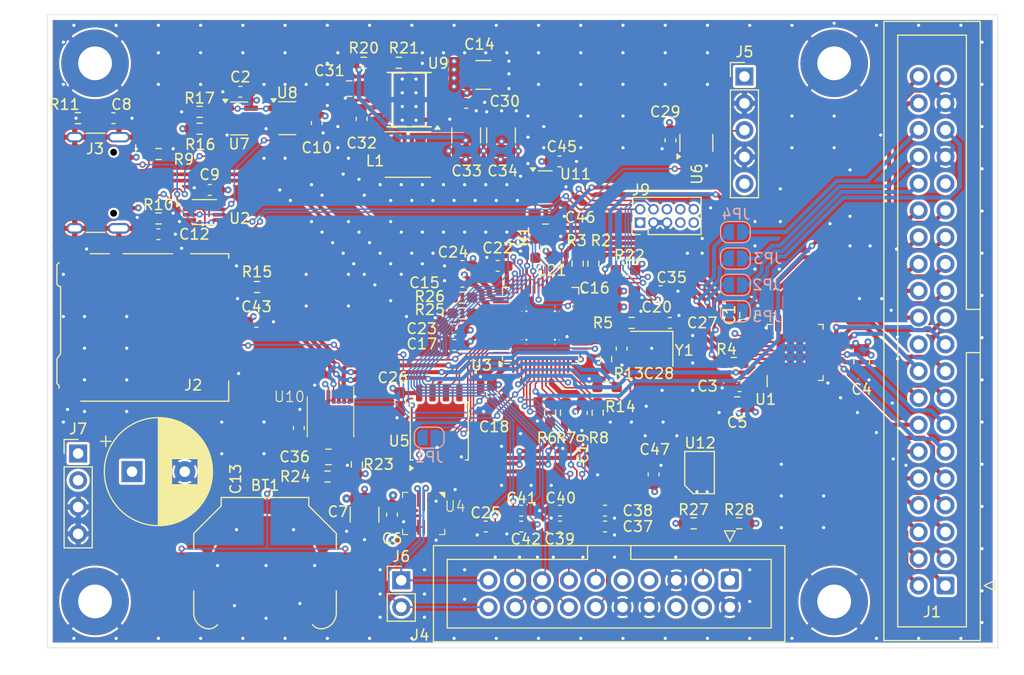
<source format=kicad_pcb>
(kicad_pcb (version 20240108) (generator "pcbnew") (generator_version "8.0")
  (layers (0 "F.Cu" signal) (1 "In1.Cu" power) (2 "In2.Cu" power) (31 "B.Cu" signal) (34 "B.Paste" user) (35 "F.Paste" user) (36 "B.SilkS" user "B.Silkscreen") (37 "F.SilkS" user "F.Silkscreen") (38 "B.Mask" user) (39 "F.Mask" user) (44 "Edge.Cuts" user))
  (net 0 "")
  (net 1 "Net-(U1-VCAP)")
  (net 2 "GND")
  (net 3 "+5V")
  (net 4 "+3V3")
  (net 5 "/MCU/USB_SHLD")
  (net 6 "+1V1")
  (net 7 "Net-(C27-Pad1)")
  (net 8 "/MCU/XIN")
  (net 9 "Net-(U9-VCC)")
  (net 10 "Net-(U9-BOOT)")
  (net 11 "/3v3 Regulator/REG_SW")
  (net 12 "/CS9")
  (net 13 "/SW1")
  (net 14 "/SW5")
  (net 15 "/EXT_SCLK")
  (net 16 "/CS6")
  (net 17 "/Ext_CS0")
  (net 18 "/CS17")
  (net 19 "/Ext_CS2")
  (net 20 "/EXT_MISO")
  (net 21 "/CS1")
  (net 22 "/CS0")
  (net 23 "/SW7")
  (net 24 "/CS16")
  (net 25 "/EXT_VSYNC")
  (net 26 "/CS14")
  (net 27 "/SW6")
  (net 28 "/SW4")
  (net 29 "/CS10")
  (net 30 "/CS15")
  (net 31 "/CS11")
  (net 32 "/SW10")
  (net 33 "/CS7")
  (net 34 "/CS4")
  (net 35 "/CS12")
  (net 36 "/CS2")
  (net 37 "/SW0")
  (net 38 "/SD_DET")
  (net 39 "/CS5")
  (net 40 "/SW2")
  (net 41 "/EXT_MOSI")
  (net 42 "/CS8")
  (net 43 "/SW3")
  (net 44 "/SW8")
  (net 45 "/SW9")
  (net 46 "/CS3")
  (net 47 "/CS13")
  (net 48 "Net-(J2-DAT0)")
  (net 49 "/SPI1_MOSI")
  (net 50 "/SPI1_SD_CS")
  (net 51 "/SPI1_SCK")
  (net 52 "/SPI1_MISO")
  (net 53 "/RTC_VBat")
  (net 56 "/MCU/UC_CC2")
  (net 57 "/MCU/SWCLK_GATED")
  (net 58 "/MCU/USB_D-")
  (net 59 "/MCU/USB_D+")
  (net 60 "/MCU/SWD_GATED")
  (net 61 "/MCU/UC_CC1")
  (net 62 "/AIN3")
  (net 63 "/AIN2")
  (net 64 "/AIN1")
  (net 65 "/Vref")
  (net 67 "/I2C_SDA")
  (net 68 "/I2C_SCL")
  (net 69 "/WS2812_HV")
  (net 70 "/Audio+")
  (net 71 "/Audio-")
  (net 72 "/MCU/SSel")
  (net 73 "/LED_SCK")
  (net 74 "/LED_MOSI")
  (net 75 "/LED_MISO")
  (net 76 "/LED_VSYNC")
  (net 77 "Net-(U1-ADDR0_MISO)")
  (net 78 "/MCU/XOUT")
  (net 79 "Net-(U3-GPIO6)")
  (net 80 "/SPI1_RTC_CS")
  (net 81 "Net-(U3-GPIO7)")
  (net 82 "/RTC_INT")
  (net 83 "Net-(U3-GPIO8)")
  (net 84 "Net-(U3-GPIO14)")
  (net 85 "Net-(U3-GPIO11)")
  (net 86 "/MCU/USBC_CC_THRES")
  (net 87 "/MCU/CC1_DET")
  (net 88 "/MCU/CC2_DET")
  (net 89 "Net-(U9-FB)")
  (net 90 "/LED_CS")
  (net 91 "/MCU/SWCLK")
  (net 92 "/MCU/SWD")
  (net 93 "/MCU/USBC_DAM")
  (net 94 "/Ext_CS1")
  (net 95 "/MCU/SD0")
  (net 96 "/MCU/SD1")
  (net 97 "/MCU/SD2")
  (net 98 "/MCU/SCLK")
  (net 99 "/MCU/SD3")
  (net 100 "/BCLK")
  (net 101 "/AUDIO_DAT")
  (net 102 "/LRCLK")
  (net 103 "/WS2812_LV")
  (net 109 "/MCU/RST")
  (net 114 "/RTC_Vdd")
  (net 118 "Net-(U3-USB_DP)")
  (net 119 "Net-(U3-USB_DM)")
  (net 124 "/SWI1")
  (net 125 "/SWI2")
  (net 126 "/SWI3")
  (net 127 "/SWI4")
  (net 128 "Net-(U3-GPIO22)")
  (net 129 "Net-(U3-GPIO18)")
  (net 130 "Net-(U3-GPIO19)")
  (footprint "Capacitor_SMD:C_0603_1608Metric_Pad1.08x0.95mm_HandSolder" (layer "F.Cu") (at 124.0375 119.9 180)
    (property "Reference" "C39")
    (property "Value" "0u1")
  )
  (footprint "Capacitor_SMD:C_1210_3225Metric" (layer "F.Cu") (at 116.775 77.1)
    (property "Reference" "C14")
    (property "Value" "22u")
  )
  (footprint "Connector_IDC:IDC-Header_2x20_P2.54mm_Vertical" (layer "F.Cu") (at 160.54 125.5 180)
    (property "Reference" "J1")
    (property "Value" "Conn_02x20_Odd_Even")
  )
  (footprint "Resistor_SMD:R_0603_1608Metric_Pad0.98x0.95mm_HandSolder" (layer "F.Cu") (at 78.3875 81.2 180)
    (property "Reference" "R11")
    (property "Value" "100k")
  )
  (footprint "Inductor_SMD:L_Coilcraft_XxL4030" (layer "F.Cu") (at 109.635 84.65)
    (property "Reference" "L1")
    (property "Value" "XGL4030-472 4u7, .035R, 2.1A Isat")
  )
  (footprint "Resistor_SMD:R_0603_1608Metric_Pad0.98x0.95mm_HandSolder" (layer "F.Cu") (at 114.7875 98.2)
    (property "Reference" "R26")
    (property "Value" "27R")
  )
  (footprint "Capacitor_SMD:C_0603_1608Metric_Pad1.08x0.95mm_HandSolder" (layer "F.Cu") (at 114.7875 95.2)
    (property "Reference" "C24")
    (property "Value" "0u1")
  )
  (footprint "Resistor_SMD:R_0603_1608Metric_Pad0.98x0.95mm_HandSolder" (layer "F.Cu") (at 114.7875 99.7)
    (property "Reference" "R25")
    (property "Value" "27R")
  )
  (footprint "kicad global library:SOT-583_DTS" (layer "F.Cu") (at 137.25 114.7875)
    (property "Reference" "U12")
    (property "Value" "OPT4048")
  )
  (footprint "Capacitor_SMD:C_0603_1608Metric_Pad1.08x0.95mm_HandSolder" (layer "F.Cu") (at 108.9 108.0875 -90)
    (property "Reference" "C26")
    (property "Value" "0u1")
  )
  (footprint "Resistor_SMD:R_0603_1608Metric_Pad0.98x0.95mm_HandSolder" (layer "F.Cu") (at 102.0125 115.1625 180)
    (property "Reference" "R24")
    (property "Value" "470R")
  )
  (footprint "Capacitor_SMD:C_0603_1608Metric_Pad1.08x0.95mm_HandSolder" (layer "F.Cu") (at 133.5625 97.6)
    (property "Reference" "C35")
    (property "Value" "1n")
  )
  (footprint "Resistor_SMD:R_0603_1608Metric_Pad0.98x0.95mm_HandSolder" (layer "F.Cu") (at 140.4875 104.4)
    (property "Reference" "R4")
    (property "Value" "43R")
  )
  (footprint "Connector_PinHeader_2.54mm:PinHeader_1x02_P2.54mm_Vertical" (layer "F.Cu") (at 109 125)
    (property "Reference" "J6")
    (property "Value" "Conn_01x02_Pin")
  )
  (footprint "Capacitor_SMD:C_0603_1608Metric_Pad1.08x0.95mm_HandSolder" (layer "F.Cu") (at 99.3 110.575 90)
    (property "Reference" "C44" (hide yes))
    (property "Value" "0u1")
  )
  (footprint "Capacitor_SMD:C_0603_1608Metric_Pad1.08x0.95mm_HandSolder" (layer "F.Cu") (at 117 119.9)
    (property "Reference" "C25")
    (property "Value" "0u1")
  )
  (footprint "Capacitor_SMD:C_0603_1608Metric_Pad1.08x0.95mm_HandSolder" (layer "F.Cu") (at 130.2125 97.6 180)
    (property "Reference" "C16")
    (property "Value" "0u1")
  )
  (footprint "Capacitor_SMD:C_0603_1608Metric_Pad1.08x0.95mm_HandSolder" (layer "F.Cu") (at 114.0375 102.7)
    (property "Reference" "C17")
    (property "Value" "0u1")
  )
  (footprint "Capacitor_SMD:C_0603_1608Metric_Pad1.08x0.95mm_HandSolder" (layer "F.Cu") (at 134.4375 100.6)
    (property "Reference" "C27")
    (property "Value" "18p")
  )
  (footprint "Battery:BatteryHolder_Keystone_3000_1x12mm" (layer "F.Cu") (at 96.1 124)
    (property "Reference" "BT1")
    (property "Value" "CR2032 Lithium Primary")
  )
  (footprint "Capacitor_THT:CP_Radial_D10.0mm_P5.00mm" (layer "F.Cu") (at 83.5 114.7)
    (property "Reference" "C13")
    (property "Value" "100u")
  )
  (footprint "Capacitor_SMD:C_0805_2012Metric_Pad1.18x1.45mm_HandSolder" (layer "F.Cu") (at 140.8125 108.35 180)
    (property "Reference" "C5")
    (property "Value" "1u")
  )
  (footprint "Capacitor_SMD:C_0603_1608Metric_Pad1.08x0.95mm_HandSolder" (layer "F.Cu") (at 132.9 114.9625 90)
    (property "Reference" "C47")
    (property "Value" "0u1")
  )
  (footprint "Connector_Card:microSD_HC_Hirose_DM3AT-SF-PEJM5" (layer "F.Cu") (at 84.775 101.025 -90)
    (property "Reference" "J2")
    (property "Value" "Micro_SD_Card_Det_Hirose_DM3AT")
  )
  (footprint "Capacitor_SMD:C_1210_3225Metric" (layer "F.Cu") (at 105.525 118.775 -90)
    (property "Reference" "C7")
    (property "Value" "10u")
  )
  (footprint "Resistor_SMD:R_0603_1608Metric_Pad0.98x0.95mm_HandSolder" (layer "F.Cu") (at 95.3375 97.2)
    (property "Reference" "R15")
    (property "Value" "43R")
  )
  (footprint "Package_TO_SOT_SMD:SOT-23" (layer "F.Cu") (at 122.6375 87.75)
    (property "Reference" "U11")
    (property "Value" "MAX6106")
  )
  (footprint "Resistor_SMD:R_0603_1608Metric_Pad0.98x0.95mm_HandSolder" (layer "F.Cu") (at 130.8125 100.6)
    (property "Reference" "R5")
    (property "Value" "1k3")
  )
  (footprint "Resistor_SMD:R_0603_1608Metric_Pad0.98x0.95mm_HandSolder" (layer "F.Cu") (at 125.7 94.9875 90)
    (property "Reference" "R3")
    (property "Value" "43R")
  )
  (footprint "Capacitor_SMD:C_0603_1608Metric_Pad1.08x0.95mm_HandSolder" (layer "F.Cu") (at 120.3625 119.9)
    (property "Reference" "C42")
    (property "Value" "0u1")
  )
  (footprint "Connector_IDC:IDC-Header_2x10_P2.54mm_Vertical" (layer "F.Cu") (at 140.12 125 -90)
    (property "Reference" "J4")
    (property "Value" "Conn_02x10_Odd_Even")
  )
  (footprint "Resistor_SMD:R_0603_1608Metric_Pad0.98x0.95mm_HandSolder" (layer "F.Cu") (at 123.1 109.1125 -90)
    (property "Reference" "R6")
    (property "Value" "43R")
  )
  (footprint "Capacitor_SMD:C_0603_1608Metric_Pad1.08x0.95mm_HandSolder" (layer "F.Cu") (at 81.7375 81.2)
    (property "Reference" "C8")
    (property "Value" "1n")
  )
  (footprint "Capacitor_SMD:C_0603_1608Metric_Pad1.08x0.95mm_HandSolder" (layer "F.Cu") (at 114.7875 96.7)
    (property "Reference" "C15")
    (property "Value" "0u1")
  )
  (footprint "Package_TO_SOT_SMD:SOT-23-5" (layer "F.Cu") (at 136.95 83.5375 90)
    (property "Reference" "U6")
    (property "Value" "74LVC1G08")
  )
  (footprint "Resistor_SMD:R_0603_1608Metric_Pad0.98x0.95mm_HandSolder" (layer "F.Cu") (at 127.6 109.1125 -90)
    (property "Reference" "R8")
    (property "Value" "43R")
  )
  (footprint "Capacitor_SMD:C_0603_1608Metric_Pad1.08x0.95mm_HandSolder" (layer "F.Cu") (at 114.0375 101.2)
    (property "Reference" "C23")
    (property "Value" "0u1")
  )
  (footprint "Resistor_SMD:R_0603_1608Metric_Pad0.98x0.95mm_HandSolder" (layer "F.Cu") (at 130.2375 95.6 180)
    (property "Reference" "R22")
    (property "Value" "100k")
  )
  (footprint "Resistor_SMD:R_0603_1608Metric_Pad0.98x0.95mm_HandSolder" (layer "F.Cu") (at 89.9125 80.6 180)
    (property "Reference" "R17")
    (property "Value" "5k1")
  )
  (footprint "Resistor_SMD:R_0603_1608Metric_Pad0.98x0.95mm_HandSolder" (layer "F.Cu") (at 108.7625 75.95)
    (property "Reference" "R21")
    (property "Value" "43k")
  )
  (footprint "kicad global library:HLSON16_SOT1992-1" (layer "F.Cu") (at 104.1 107.6125 -90)
    (property "Reference" "U10")
    (property "Value" "PCF2131")
  )
  (footprint "Capacitor_SMD:C_0603_1608Metric_Pad1.08x0.95mm_HandSolder" (layer "F.Cu") (at 90.8625 88 180)
    (property "Reference" "C9")
    (property "Value" "0u1")
  )
  (footprint "Connector_PinHeader_2.54mm:PinHeader_1x04_P2.54mm_Vertical" (layer "F.Cu") (at 78.4 112.98)
    (property "Reference" "J7")
    (property "Value" "Conn_01x04_Pin")
  )
  (footprint "kicad global library:QFN-40_EP_5x5_Pitch0.4mm_Hand_Solder" (layer "F.Cu") (at 146.3 103.4 90)
    (property "Reference" "U1")
    (property "Value" "LP5860T")
  )
  (footprint "Capacitor_SMD:C_0603_1608Metric_Pad1.08x0.95mm_HandSolder" (layer "F.Cu") (at 101 81.6625 -90)
    (property "Reference" "C10")
    (property "Value" "0u1")
  )
  (footprint "Capacitor_SMD:C_0603_1608Metric_Pad1.08x0.95mm_HandSolder" (layer "F.Cu") (at 123.9875 85.3)
    (property "Reference" "C45")
    (property "Value" "0u1")
  )
  (footprint "MountingHole:MountingHole_3.2mm_M3_Pad" (layer "F.Cu") (at 80 127)
    (property "Reference" "H3" (hide yes))
    (property "Value" "MountingHole_Pad")
  )
  (footprint "Resistor_SMD:R_0603_1608Metric_Pad0.98x0.95mm_HandSolder" (layer "F.Cu") (at 128.4875 106.7)
    (property "Reference" "R14")
    (property "Value" "43R")
  )
  (footprint "Capacitor_SMD:C_0805_2012Metric_Pad1.18x1.45mm_HandSolder" (layer "F.Cu") (at 102.1125 113.3)
    (property "Reference" "C36")
    (property "Value" "1u")
  )
  (footprint "Crystal:Crystal_SMD_3225-4Pin_3.2x2.5mm" (layer "F.Cu") (at 132.725 103.05 180)
    (property "Reference" "Y1")
    (property "Value" "RH100-12.000-18-2030-TR")
  )
  (footprint "MountingHole:MountingHole_3.2mm_M3_Pad" (layer "F.Cu") (at 150 76)
    (property "Reference" "H1" (hide yes))
    (property "Value" "MountingHole_Pad")
  )
  (footprint "Capacitor_SMD:C_0805_2012Metric_Pad1.18x1.45mm_HandSolder" (layer "F.Cu") (at 152.6 104.2375 -90)
    (property "Reference" "C4")
    (property "Value" "1u")
  )
  (footprint "Resistor_SMD:R_0603_1608Metric_Pad0.98x0.95mm_HandSolder" (layer "F.Cu") (at 104.8 114.0125 90)
    (property "Reference" "R23")
    (property "Value" "10k")
  )
  (footprint "Resistor_SMD:R_0603_1608Metric_Pad0.98x0.95mm_HandSolder" (layer "F.Cu") (at 121.7 93.5125 90)
    (property "Reference" "R1")
    (property "Value" "43R")
  )
  (footprint "Package_SO:SOIC-8_5.275x5.275mm_P1.27mm" (layer "F.Cu") (at 112.6 110.85 90)
    (property "Reference" "U5")
    (property "Value" "W25Q16JVSS")
  )
  (footprint "Capacitor_SMD:C_0603_1608Metric_Pad1.08x0.95mm_HandSolder" (layer "F.Cu") (at 123.2 93.4875 -90)
    (property "Reference" "C21")
    (property "Value" "0u1")
  )
  (footprint "Capacitor_SMD:C_0603_1608Metric_Pad1.08x0.95mm_HandSolder" (layer "F.Cu") (at 126.1 109.1375 90)
    (property "Reference" "C19")
    (property "Value" "0u1")
  )
  (footprint "Resistor_SMD:R_0603_1608Metric_Pad0.98x0.95mm_HandSolder" (layer "F.Cu") (at 105.45 75.95)
    (property "Reference" "R20")
    (property "Value" "100k")
  )
  (footprint "Capacitor_SMD:C_0603_1608Metric_Pad1.08x0.95mm_HandSolder" (layer "F.Cu") (at 86 92.2)
    (property "Reference" "C12")
    (property "Value" "0u1")
  )
  (footprint "Capacitor_SMD:C_0603_1608Metric_Pad1.08x0.95mm_HandSolder" (layer "F.Cu") (at 108.125 118.7875 -90)
    (property "Reference" "C6")
    (property "Value" "0u1")
  )
  (footprint "Capacitor_SMD:C_0603_1608Metric_Pad1.08x0.95mm_HandSolder" (layer "F.Cu") (at 93.7625 78.7 180)
    (property "Reference" "C2")
    (property "Value" "0u1")
  )
  (footprint "Package_TO_SOT_SMD:SOT-23-5" (layer "F.Cu") (at 98.2125 81.2)
    (property "Reference" "U8")
    (property "Value" "74LVC1G08")
  )
  (footprint "Capacitor_SMD:C_1210_3225Metric" (layer "F.Cu") (at 118.45 82.825 90)
    (property "Reference" "C34")
    (property "Value" "22u")
  )
  (footprint "Capacitor_SMD:C_0603_1608Metric_Pad1.08x0.95mm_HandSolder" (layer "F.Cu") (at 128.3 118.4)
    (property "Reference" "C38")
    (property "Value" "0u1")
  )
  (footprint "MountingHole:MountingHole_3.2mm_M3_Pad" (layer "F.Cu") (at 80 76)
    (property "Reference" "H4" (hide yes))
    (property "Value" "MountingHole_Pad")
  )
  (footprint "Capacitor_SMD:C_0603_1608Metric_Pad1.08x0.95mm_HandSolder" (layer "F.Cu") (at 117.6 107.3625 90)
    (property "Reference" "C18")
    (property "Value" "0u1")
  )
  (footprint "Connector_PinHeader_2.54mm:PinHeader_1x05_P2.54mm_Vertical" (layer "F.Cu") (at 141.5 77.2525)
    (property "Reference" "J5")
    (property "Value" "Conn_01x05_Pin")
  )
  (footprint "Connector_USB:USB_C_Receptacle_HCTL_HC-TYPE-C-16P-01A" (layer "F.Cu") (at 79.155 87.32 -90)
    (property "Reference" "J3")
    (property "Value" "HC-TYPE-C-16P-01A")
  )
  (footprint "Resistor_SMD:R_0603_1608Metric_Pad0.98x0.95mm_HandSolder" (layer "F.Cu") (at 124.6 109.1125 -90)
    (property "Reference" "R7")
    (property "Value" "43R")
  )
  (footprint "Connector_PinHeader_1.27mm:PinHeader_2x05_P1.27mm_Vertical" (layer "F.Cu") (at 131.62 91.1 90)
    (property "Reference" "J9")
    (property "Value" "Conn_ARM_JTAG_SWD_10" (hide yes))
  )
  (footprint "Capacitor_SMD:C_0603_1608Metric_Pad1.08x0.95mm_HandSolder" (layer "F.Cu") (at 115.1625 79.75)
    (property "Reference" "C30")
    (property "Value" "0u1")
  )
  (footprint "Capacitor_SMD:C_0603_1608Metric_Pad1.08x0.95mm_HandSolder" (layer "F.Cu") (at 105.25 81.2625 -90)
    (property "Reference" "C32")
    (property "Value" "0u1")
  )
  (footprint "Capacitor_SMD:C_0603_1608Metric_Pad1.08x0.95mm_HandSolder" (layer "F.Cu") (at 130.2125 99.1 180)
    (property "Reference" "C20")
    (property "Value" "0u1")
  )
  (footprint "Resistor_SMD:R_0603_1608Metric_Pad0.98x0.95mm_HandSolder" (layer "F.Cu") (at 141.0125 119.6 180)
    (property "Reference" "R28")
    (property "Value" "1k3")
  )
  (footprint "kicad global library:Maxim_FC2QFN-10_Hand_Solder" (layer "F.Cu") (at 111.625 117.35 -90)
    (property "Reference" "U4")
    (property "Value" "MAX98360A")
  )
  (footprint "Capacitor_SMD:C_0603_1608Metric_Pad1.08x0.95mm_HandSolder" (layer "F.Cu") (at 128.3 119.9)
    (property "Reference" "C37")
    (property "Value" "0u1")
  )
  (footprint "Resistor_SMD:R_0603_1608Metric_Pad0.98x0.95mm_HandSolder" (layer "F.Cu") (at 136.6875 119.6)
    (property "Reference" "R27")
    (property "Value" "1k3")
  )
  (footprint "Resistor_SMD:R_0603_1608Metric_Pad0.98x0.95mm_HandSolder" (layer "F.Cu") (at 127.2 94.9875 90)
    (property "Reference" "R2")
    (property "Value" "43R")
  )
  (footprint "Capacitor_SMD:C_0805_2012Metric_Pad1.18x1.45mm_HandSolder" (layer "F.Cu") (at 122.6625 90.5)
    (property "Reference" "C46")
    (property "Value" "1u")
  )
  (footprint "Package_SO:Texas_HSOP-8-1EP_3.9x4.9mm_P1.27mm_ThermalVias" (layer "F.Cu") (at 109.75 79.445 180)
    (property "Reference" "U9")
    (property "Value" "LMR33620BDDA")
  )
  (footprint "Capacitor_SMD:C_0603_1608Metric_Pad1.08x0.95mm_HandSolder" (layer "F.Cu") (at 118.1375 95.2)
    (property "Reference" "C22")
    (property "Value" "0u1")
  )
  (footprint "Capacitor_SMD:C_0603_1608Metric_Pad1.08x0.95mm_HandSolder" (layer "F.Cu") (at 124.0375 118.4 180)
    (property "Reference" "C40")
    (property "Value" "0u1")
  )
  (footprint "Capacitor_SMD:C_0603_1608Metric_Pad1.08x0.95mm_HandSolder" (layer "F.Cu") (at 141.0375 106.6 180)
    (property "Reference" "C3")
    (property "Value" "1n")
  )
  (footprint "Resistor_SMD:R_0603_1608Metric_Pad0.98x0.95mm_HandSolder" (layer "F.Cu") (at 128.4 104.0375 -90)
    (property "Reference" "R13")
    (property "Value" "43R")
  )
  (footprint "Package_SO:VSSOP-8_2.3x2mm_P0.5mm" (layer "F.Cu") (at 90.35 90.1)
    (property "Reference" "U2")
    (property "Value" "74LVC2G66")
  )
  (footprint "MountingHole:MountingHole_3.2mm_M3_Pad" (layer "F.Cu") (at 150 127)
    (property "Reference" "H2" (hide yes))
    (property "Value" "MountingHole_Pad")
  )
  (footprint "Capacitor_SMD:C_0603_1608Metric_Pad1.08x0.95mm_HandSolder" (layer "F.Cu") (at 95.2875 100.5)
    (property "Reference" "C43")
    (property "Value" "0u1")
  )
  (footprint "Resistor_SMD:R_0603_1608Metric_Pad0.98x0.95mm_HandSolder" (layer "F.Cu") (at 89.9125 82.2)
    (property "Reference" "R16")
    (property "Value" "100k")
  )
  (footprint "Resistor_SMD:R_0603_1608Metric_Pad0.98x0.95mm_HandSolder" (layer "F.Cu") (at 86.0125 84.6)
    (property "Reference" "R9")
    (property "Value" "5k1")
  )
  (footprint "Capacitor_SMD:C_0603_1608Metric_Pad1.08x0.95mm_HandSolder" (layer "F.Cu") (at 134.5 83.3 -90)
    (property "Reference" "C29")
    (property "Value" "0u1")
  )
  (footprint "Capacitor_SMD:C_0805_2012Metric_Pad1.18x1.45mm_HandSolder" (layer "F.Cu") (at 141.8 99.8625 90)
    (property "Reference" "C1")
    (property "Value" "1u")
  )
  (footprint "Package_TO_SOT_SMD:TSOT-23-8" (layer "F.Cu") (at 93.6375 81.225)
    (property "Reference" "U7")
    (property "Value" "TLV7012")
  )
  (footprint "Capacitor_SMD:C_1210_3225Metric" (layer "F.Cu") (at 115.15 82.825 90)
    (property "Reference" "C33")
    (property "Value" "22u")
  )
  (footprint "Resistor_SMD:R_0603_1608Metric_Pad0.98x0.95mm_HandSolder" (layer "F.Cu") (at 86.0125 90.7)
    (property "Reference" "R10")
    (property "Value" "5k1")
  )
  (footprint "Capacitor_SMD:C_0603_1608Metric_Pad1.08x0.95mm_HandSolder" (layer "F.Cu") (at 129.875 103.0375 -90)
    (property "Reference" "C28")
    (property "Value" "18p")
  )
  (footprint "Capacitor_SMD:C_0603_1608Metric_Pad1.08x0.95mm_HandSolder" (layer "F.Cu") (at 120.3625 118.4 180)
    (property "Reference" "C41")
    (property "Value" "0u1")
  )
  (footprint "kicad global library:QFN-56-1EP_7x7mm_P0.4mm_EP3.2x3.2mm_ThermalVias_Hand_Solder" (layer "F.Cu") (at 122.2 100.85 90)
    (property "Reference" "U3")
    (property "Value" "RP2040")
  )
  (footprint "Capacitor_SMD:C_0805_2012Metric_Pad1.18x1.45mm_HandSolder" (layer "F.Cu") (at 104.0625 78.4 180)
    (property "Reference" "C31")
    (property "Value" "1u")
  )
  (footprint "Jumper:SolderJumper-2_P1.3mm_Open_RoundedPad1.0x1.5mm" (layer "B.Cu") (at 140.65 99.5)
    (property "Reference" "JP5")
    (property "Value" "SolderJumper_2_Open")
  )
  (footprint "Jumper:SolderJumper-2_P1.3mm_Open_RoundedPad1.0x1.5mm" (layer "B.Cu") (at 111.65 111.475 180)
    (property "Reference" "JP1")
    (property "Value" "SolderJumper_2_Open")
  )
  (footprint "Jumper:SolderJumper-2_P1.3mm_Open_RoundedPad1.0x1.5mm" (layer "B.Cu") (at 140.65 97)
    (property "Reference" "JP2")
    (property "Value" "SolderJumper_2_Open")
  )
  (footprint "Jumper:SolderJumper-2_P1.3mm_Open_RoundedPad1.0x1.5mm" (layer "B.Cu") (at 140.65 94.5)
    (property "Reference" "JP3")
    (property "Value" "SolderJumper_2_Open")
  )
  (footprint "Jumper:SolderJumper-2_P1.3mm_Open_RoundedPad1.0x1.5mm" (layer "B.Cu") (at 140.65 92)
    (property "Reference" "JP4")
    (property "Value" "SolderJumper_2_Open")
  )
  (gr_rect (start 75.5 71.4) (end 165.5 131.4) (stroke (width 0.05)) (fill none) (layer "Edge.Cuts"))
  (segment (start 142.5 101.85) (end 142.5 101.6) (width 0.15) (layer "F.Cu") (net 1))
  (segment (start 142.65 102) (end 142.5 101.85) (width 0.15) (layer "F.Cu") (net 1))
  (segment (start 142.5 101.6) (end 141.8 100.9) (width 0.15) (layer "F.Cu") (net 1))
  (segment (start 143.55 102) (end 142.65 102) (width 0.15) (layer "F.Cu") (net 1))
  (segment (start 108.9 109.3) (end 108.6 109.6) (width 0.4) (layer "F.Cu") (net 2))
  (segment (start 83.92 90.52) (end 84 90.6) (width 0.4) (layer "F.Cu") (net 2))
  (segment (start 86.925 84.575) (end 87.4 84.1) (width 0.4) (layer "F.Cu") (net 2))
  (segment (start 138 116.580958) (end 137.97 116.610958) (width 0.4) (layer "F.Cu") (net 2))
  (segment (start 116.1375 120.6375) (end 116.2 120.7) (width 0.4) (layer "F.Cu") (net 2))
  (segment (start 114.505 113.495) (end 114.7 113.3) (width 0.4) (layer "F.Cu") (net 2))
  (segment (start 123.575 87.75) (end 124.55 87.75) (width 0.4) (layer "F.Cu") (net 2))
  (segment (start 117.275 94.575) (end 117.1 94.4) (width 0.4) (layer "F.Cu") (net 2))
  (segment (start 117.575 108.225) (end 116.8 109) (width 0.4) (layer "F.Cu") (net 2))
  (segment (start 82.9 84.12) (end 83.899997 84.12) (width 0.4) (layer "F.Cu") (net 2))
  (segment (start 131.2 97.6) (end 131.8 98.2) (width 0.4) (layer "F.Cu") (net 2))
  (segment (start 108.9 108.95) (end 108.9 109.3) (width 0.4) (layer "F.Cu") (net 2))
  (segment (start 138 115.7875) (end 138 116.580958) (width 0.4) (layer "F.Cu") (net 2))
  (segment (start 124.75 101.85) (end 124.7 101.9) (width 0.13) (layer "F.Cu") (net 2))
  (segment (start 77.4 107.7) (end 77.4 108.8) (width 0.4) (layer "F.Cu") (net 2))
  (segment (start 119.5 120.1) (end 119 120.6) (width 0.4) (layer "F.Cu") (net 2))
  (segment (start 89 80.6) (end 88.2 80.6) (width 0.4) (layer "F.Cu") (net 2))
  (segment (start 139.775 108.35) (end 139.775 107) (width 0.4) (layer "F.Cu") (net 2))
  (segment (start 110.445 81.35) (end 110.4 81.395) (width 0.4) (layer "F.Cu") (net 2))
  (segment (start 129.875 103.9) (end 129.875 104.575) (width 0.4) (layer "F.Cu") (net 2))
  (segment (start 141.8 98.825) (end 142.625 98.825) (width 0.4) (layer "F.Cu") (net 2))
  (segment (start 132.9 114.1) (end 133.6 114.1) (width 0.4) (layer "F.Cu") (net 2))
  (segment (start 105.525 121.15) (end 105.525 120.25) (width 0.4) (layer "F.Cu") (net 2))
  (segment (start 113.175 102.7) (end 113.175 102.574534) (width 0.4) (layer "F.Cu") (net 2))
  (segment (start 109.675 79.37) (end 109.75 79.445) (width 0.4) (layer "F.Cu") (net 2))
  (segment (start 116.85 79.75) (end 116.9 79.7) (width 0.4) (layer "F.Cu") (net 2))
  (segment (start 92.5 105.35) (end 93.55 105.35) (width 0.4) (layer "F.Cu") (net 2))
  (segment (start 152.6 105.275) (end 152.6 105.3) (width 0.4) (layer "F.Cu") (net 2))
  (segment (start 133.7625 84.1625) (end 133.7 84.1) (width 0.4) (layer "F.Cu") (net 2))
  (segment (start 114.505 114.45) (end 114.505 113.495) (width 0.4) (layer "F.Cu") (net 2))
  (segment (start 118.45 80.55) (end 118.5 80.5) (width 0.4) (layer "F.Cu") (net 2))
  (segment (start 129.1625 119.0625) (end 129.2 119.1) (width 0.4) (layer "F.Cu") (net 2))
  (segment (start 112.15 117.35) (end 111.625 117.35) (width 0.4) (layer "F.Cu") (net 2))
  (segment (start 129.1625 119.9) (end 129.1625 119.1375) (width 0.4) (layer "F.Cu") (net 2))
  (segment (start 109.225 118.8875) (end 108.8875 118.8875) (width 0.4) (layer "F.Cu") (net 2))
  (segment (start 103.7 79.3) (end 103.025 78.625) (width 0.4) (layer "F.Cu") (net 2))
  (segment (start 123.175 119.9) (end 123.175 119.125) (width 0.4) (layer "F.Cu") (net 2))
  (segment (start 139.4 106.765) (end 139.565 106.6) (width 0.4) (layer "F.Cu") (net 2))
  (segment (start 101.1 107.6125) (end 101.1 106.8) (width 0.13) (layer "F.Cu") (net 2))
  (segment (start 118.45 81.35) (end 118.45 80.55) (width 0.4) (layer "F.Cu") (net 2))
  (segment (start 97.075 82.15) (end 96.25 82.15) (width 0.4) (layer "F.Cu") (net 2))
  (segment (start 123.7 90.5) (end 124.44 90.5) (width 0.4) (layer "F.Cu") (net 2))
  (segment (start 116.1375 119.9) (end 116.1375 120.6375) (width 0.4) (layer "F.Cu") (net 2))
  (segment (start 83.899997 84.12) (end 83.9 84.119997) (width 0.4) (layer "F.Cu") (net 2))
  (segment (start 101 82.525) (end 101.525 82.525) (width 0.4) (layer "F.Cu") (net 2))
  (segment (start 86.925 90.675) (end 87.4 90.2) (width 0.4) (layer "F.Cu") (net 2))
  (segment (start 105.525 120.25) (end 107.525 120.25) (width 0.4) (layer "F.Cu") (net 2))
  (segment (start 108.8875 118.8875) (end 108.125 119.65) (width 0.4) (layer "F.Cu") (net 2))
  (segment (start 139.775 108.35) (end 139.775 108.425) (width 0.4) (layer "F.Cu") (net 2))
  (segment (start 139.565 106.6) (end 140.175 106.6) (width 0.4) (layer "F.Cu") (net 2))
  (segment (start 118.45 81.35) (end 119.05 81.35) (width 0.4) (layer "F.Cu") (net 2))
  (segment (start 131.625 102.225) (end 132.37 102.97) (width 0.4) (layer "F.Cu") (net 2))
  (segment (start 125.95 101.85) (end 124.75 101.85) (width 0.13) (layer "F.Cu") (net 2))
  (segment (start 118.45 81.35) (end 117.85 81.35) (width 0.4) (layer "F.Cu") (net 2))
  (segment (start 115.15 81.35) (end 113.65 81.35) (width 0.4) (layer "F.Cu") (net 2))
  (segment (start 92.5 95.15) (end 93.35 95.15) (width 0.4) (layer "F.Cu") (net 2))
  (segment (start 135.3 100.6) (end 135.3 99.9) (width 0.4) (layer "F.Cu") (net 2))
  (segment (start 143.55 101.05) (end 143.55 101.6) (width 0.13) (layer "F.Cu") (net 2))
  (segment (start 133.725 103.9) (end 133.825 103.9) (width 0.4) (layer "F.Cu") (net 2))
  (segment (start 131.075 99.1) (end 131.3 99.1) (width 0.4) (layer "F.Cu") (net 2))
  (segment (start 113.175 101.2) (end 113.175 101.075) (width 0.4) (layer "F.Cu") (net 2))
  (segment (start 103.15 113.35) (end 103.9 114.1) (width 0.4) (layer "F.Cu") (net 2))
  (segment (start 103.925 120.25) (end 103.825 120.35) (width 0.4) (layer "F.Cu") (net 2))
  (segment (start 119.05 81.35) (end 119.9 80.5) (width 0.4) (layer "F.Cu") (net 2))
  (segment (start 93.35 95.15) (end 93.4 95.2) (width 0.4) (layer "F.Cu") (net 2))
  (segment (start 90 88) (end 89.6 88) (width 0.4) (layer "F.Cu") (net 2))
  (segment (start 92.5 82.2) (end 92.5 82.8) (width 0.4) (layer "F.Cu") (net 2))
  (segment (start 126.1 110) (end 126.1 110.8) (width 0.4) (layer "F.Cu") (net 2))
  (segment (start 112.45 81.35) (end 110.445 81.35) (width 0.4) (layer "F.Cu") (net 2))
  (segment (start 142.625 98.825) (end 142.770227 98.970227) (width 0.4) (layer "F.Cu") (net 2))
  (segment (start 123.175 119.125) (end 123.2 119.1) (width 0.4) (layer "F.Cu") (net 2))
  (segment (start 113.925 95.2) (end 113.1 95.2) (width 0.4) (layer "F.Cu") (net 2))
  (segment (start 131.075 97.6) (end 131.075 99.1) (width 0.4) (layer "F.Cu") (net 2))
  (segment (start 123.175 118.4) (end 123.175 119.075) (width 0.4) (layer "F.Cu") (net 2))
  (segment (start 134.425 97.6) (end 135.2 97.6) (width 0.4) (layer "F.Cu") (net 2))
  (segment (start 99.3 109.7125) (end 99.3 108.9) (width 0.4) (layer "F.Cu") (net 2))
  (segment (start 103.15 113.3) (end 103.15 113.35) (width 0.4) (layer "F.Cu") (net 2))
  (segment (start 113.2 101.2) (end 113.874767 101.874767) (width 0.4) (layer "F.Cu") (net 2))
  (segment (start 139.775 107) (end 140.175 106.6) (width 0.4) (layer "F.Cu") (net 2))
  (segment (start 104.1 107.6125) (end 104.5875 107.6125) (width 0.13) (layer "F.Cu") (net 2))
  (segment (start 86.925 90.7) (end 86.925 92.1375) (width 0.4) (layer "F.Cu") (net 2))
  (segment (start 86.925 90.7) (end 86.925 90.675) (width 0.4) (layer "F.Cu") (net 2))
  (segment (start 78.6 94.2) (end 79.2 93.6) (width 0.4) (layer "F.Cu") (net 2))
  (segment (start 116.025 79.75) (end 116.85 79.75) (width 0.4) (layer "F.Cu") (net 2))
  (segment (start 115.25 81.35) (end 116.1 80.5) (width 0.4) (layer "F.Cu") (net 2))
  (segment (start 113.1 96.6) (end 113.825 96.6) (width 0.4) (layer "F.Cu") (net 2))
  (segment (start 107.525 120.25) (end 108.125 119.65) (width 0.4) (layer "F.Cu") (net 2))
  (segment (start 86.925 92.1375) (end 86.8625 92.2) (width 0.4) (layer "F.Cu") (net 2))
  (segment (start 86.8625 92.2) (end 87.6 92.2) (width 0.4) (layer "F.Cu") (net 2))
  (segment (start 132.758886 102.97) (end 132.720515 103.008371) (width 0.4) (layer "F.Cu") (net 2))
  (segment (start 104.5875 107.6125) (end 104.6 107.6) (width 0.13) (layer "F.Cu") (net 2))
  (segment (start 113.175 102.574534) (end 113.874767 101.874767) (width 0.4) (layer "F.Cu") (net 2))
  (segment (start 102.085 109.7125) (end 102.335 109.4625) (width 0.4) (layer "F.Cu") (net 2))
  (segment (start 86.925 84.6) (end 86.925 84.575) (width 0.4) (layer "F.Cu") (net 2))
  (segment (start 115.15 81.35) (end 115.25 81.35) (width 0.4) (layer "F.Cu") (net 2))
  (segment (start 113.175 101.2) (end 113.2 101.2) (width 0.4) (layer "F.Cu") (net 2))
  (segment (start 123.175 118.4) (end 122.1 118.4) (width 0.4) (layer "F.Cu") (net 2))
  (segment (start 96.25 82.15) (end 96.2 82.2) (width 0.4) (layer "F.Cu") (net 2))
  (segment (start 109.675 75.95) (end 109.675 79.37) (width 0.4) (layer "F.Cu") (net 2))
  (segment (start 132.37 102.97) (end 132.795 102.97) (width 0.4) (layer "F.Cu") (net 2))
  (segment (start 137 116.3) (end 137 116.6) (width 0.4) (layer "F.Cu") (net 2))
  (segment (start 110.025 118.8875) (end 109.225 118.8875) (width 0.4) (layer "F.Cu") (net 2))
  (segment (start 131.3 99.1) (end 131.7 99.5) (width 0.4) (layer "F.Cu") (net 2))
  (segment (start 82.9 90.52) (end 83.92 90.52) (width 0.4) (layer "F.Cu") (net 2))
  (segment (start 88.2 94.2) (end 88.2 93.53) (width 0.4) (layer "F.Cu") (net 2))
  (segment (start 137 115.7875) (end 137 116.3) (width 0.13) (layer "F.Cu") (net 2))
  (segment (start 93.55 105.35) (end 93.6 105.4) (width 0.4) (layer "F.Cu") (net 2))
  (segment (start 117.275 95.2) (end 117.275 94.575) (width 0.4) (layer "F.Cu") (net 2))
  (segment (start 117.6 108.225) (end 117.575 108.225) (width 0.4) (layer "F.Cu") (net 2))
  (segment (start 125.6 85.3) (end 124.85 85.3) (width 0.4) (layer "F.Cu") (net 2))
  (segment (start 124.55 87.75) (end 124.6 87.7) (width 0.4) (layer "F.Cu") (net 2))
  (segment (start 137.9 84.675) (end 137.9 85.7) (width 0.4) (layer "F.Cu") (net 2))
  (segment (start 132.795 102.97) (end 132.758886 102.97) (width 0.4) (layer "F.Cu") (net 2))
  (segment (start 89.6 88) (end 89.4 87.8) (width 0.4) (layer "F.Cu") (net 2))
  (segment (start 129.1625 120.6625) (end 129.2 120.7) (width 0.4) (layer "F.Cu") (net 2))
  (segment (start 109.225 118.8875) (end 109.225 119.45) (width 0.4) (layer "F.Cu") (net 2))
  (segment (start 101.525 82.525) (end 101.6 82.6) (width 0.4) (layer "F.Cu") (net 2))
  (segment (start 129.1625 118.4) (end 129.1625 119.0625) (width 0.4) (layer "F.Cu") (net 2))
  (segment (start 131.625 102.2) (end 131.625 102.225) (width 0.4) (layer "F.Cu") (net 2))
  (segment (start 99.3 108.9) (end 99.4 108.8) (width 0.4) (layer "F.Cu") (net 2))
  (segment (start 119.5 119.9) (end 119.5 120.1) (width 0.4) (layer "F.Cu") (net 2))
  (segment (start 88.95 90.85) (end 88.15 90.85) (width 0.13) (layer "F.Cu") (net 2))
  (segment (start 105.525 120.25) (end 103.925 120.25) (width 0.4) (layer "F.Cu") (net 2))
  (segment (start 77.85 94.2) (end 78.6 94.2) (width 0.4) (layer "F.Cu") (net 2))
  (segment (start 132.795 102.97) (end 133.725 103.9) (width 0.4) (layer "F.Cu") (net 2))
  (segment (start 113.825 96.6) (end 113.925 96.7) (width 0.4) (layer "F.Cu") (net 2))
  (segment (start 139.775 108.425) (end 139.1 109.1) (width 0.4) (layer "F.Cu") (net 2))
  (segment (start 117.85 81.35) (end 117.1 80.6) (width 0.4) (layer "F.Cu") (net 2))
  (segment (start 129.1625 119.9) (end 129.1625 120.6625) (width 0.4) (layer "F.Cu") (net 2))
  (segment (start 103.025 78.625) (end 103.025 78.4) (width 0.4) (layer "F.Cu") (net 2))
  (segment (start 92.5 98.3) (end 93.5 98.3) (width 0.4) (layer "F.Cu") (net 2))
  (segment (start 92.9 78.7) (end 92.1 78.7) (width 0.4) (layer "F.Cu") (net 2))
  (segment (start 96.15 100.5) (end 96.9 100.5) (width 0.4) (layer "F.Cu") (net 2))
  (segment (start 77.475 81.2) (end 78.2 81.2) (width 0.4) (layer "F.Cu") (net 2))
  (segment (start 123.2 92.625) (end 123.875 92.625) (width 0.4) (layer "F.Cu") (net 2))
  (segment (start 134.5 84.1625) (end 133.7625 84.1625) (width 0.4) (layer "F.Cu") (net 2))
  (segment (start 131.075 97.6) (end 131.2 97.6) (width 0.4) (layer "F.Cu") (net 2))
  (segment (start 99.3 109.7125) (end 102.085 109.7125) (width 0.4) (layer "F.Cu") (net 2))
  (segment (start 121.225 118.4) (end 122.1 118.4) (width 0.4) (layer "F.Cu") (net 2))
  (segment (start 129.1625 119.1375) (end 129.2 119.1) (width 0.4) (layer "F.Cu") (net 2))
  (segment (start 113.65 81.35) (end 113.6 81.3) (width 0.4) (layer "F.Cu") (net 2))
  (segment (start 113.175 101.075) (end 112.220638 100.120638) (width 0.4) (layer "F.Cu") (net 2))
  (segment (start 112.3 117.5) (end 112.15 117.35) (width 0.4) (layer "F.Cu") (net 2))
  (segment (start 123.175 119.075) (end 123.2 119.1) (width 0.4) (layer "F.Cu") (net 2))
  (segment (start 82.6 81.2) (end 83.5 81.2) (width 0.4) (layer "F.Cu") (net 2))
  (segment (start 101.1 106.8) (end 100.8 106.5) (width 0.13) (layer "F.Cu") (net 2))
  (segment (start 123.875 92.625) (end 124.1 92.4) (width 0.4) (layer "F.Cu") (net 2))
  (segment (start 152.6 105.3) (end 153.3 106) (width 0.4) (layer "F.Cu") (net 2))
  (segment (start 88.15 90.85) (end 88 91) (width 0.13) (layer "F.Cu") (net 2))
  (segment (start 129.875 104.575) (end 129.9 104.6) (width 0.4) (layer "F.Cu") (net 2))
  (via (at 134 75) (size 0.6) (drill 0.3) (layers "F.Cu" "B.Cu") (net 2))
  (via (at 106 93) (size 0.65) (drill 0.3) (layers "F.Cu" "B.Cu") (net 2))
  (via (at 155.6 113.5) (size 0.6) (drill 0.3) (layers "F.Cu" "B.Cu") (net 2))
  (via (at 123.4 122.8) (size 0.65) (drill 0.3) (layers "F.Cu" "B.Cu") (net 2))
  (via (at 118 130.5) (size 0.6) (drill 0.3) (layers "F.Cu" "B.Cu") (net 2))
  (via (at 131.8 98.2) (size 0.65) (drill 0.3) (layers "F.Cu" "B.Cu") (net 2))
  (via (at 77 78) (size 0.6) (drill 0.3) (layers "F.Cu" "B.Cu") (net 2))
  (via (at 87.4 84.1) (size 0.65) (drill 0.3) (layers "F.Cu" "B.Cu") (net 2))
  (via (at 130.8 110) (size 0.65) (drill 0.3) (layers "F.Cu" "B.Cu") (net 2))
  (via (at 142 130.5) (size 0.6) (drill 0.3) (layers "F.Cu" "B.Cu") (net 2))
  (via (at 84 90.6) (size 0.65) (drill 0.3) (layers "F.Cu" "B.Cu") (net 2))
  (via (at 102.5 93) (size 0.65) (drill 0.3) (layers "F.Cu" "B.Cu") (net 2))
  (via (at 111.2 126.3) (size 0.65) (drill 0.3) (layers "F.Cu" "B.Cu") (net 2))
  (via (at 78 130.5) (size 0.6) (drill 0.3) (layers "F.Cu" "B.Cu") (net 2))
  (via (at 78 72.4) (size 0.6) (drill 0.3) (layers "F.Cu" "B.Cu") (net 2))
  (via (at 115 126.8) (size 0.6) (drill 0.3) (layers "F.Cu" "B.Cu") (net 2))
  (via (at 137.97 116.610958) (size 0.65) (drill 0.3) (layers "F.Cu" "B.Cu") (net 2))
  (via (at 78.2 81.2) (size 0.65) (drill 0.3) (layers "F.Cu" "B.Cu") (net 2))
  (via (at 113.874767 101.874767) (size 0.65) (drill 0.3) (layers "F.Cu" "B.Cu") (net 2))
  (via (at 144.8 95.5) (size 0.65) (drill 0.3) (layers "F.Cu" "B.Cu") (net 2))
  (via (at 164 78) (size 0.6) (drill 0.3) (layers "F.Cu" "B.Cu") (net 2))
  (via (at 110 94) (size 0.65) (drill 0.3) (layers "F.Cu" "B.Cu") (net 2))
  (via (at 130 75) (size 0.6) (drill 0.3) (layers "F.Cu" "B.Cu") (net 2))
  (via (at 155.5 108.2) (size 0.6) (drill 0.3) (layers "F.Cu" "B.Cu") (net 2))
  (via (at 129.9 104.6) (size 0.65) (drill 0.3) (layers "F.Cu" "B.Cu") (net 2))
  (via (at 129.2 120.7) (size 0.65) (drill 0.3) (layers "F.Cu" "B.Cu") (net 2))
  (via (at 98.8 120.2) (size 0.6) (drill 0.3) (layers "F.Cu" "B.Cu") (net 2))
  (via (at 150.6 107.7) (size 0.6) (drill 0.3) (layers "F.Cu" "B.Cu") (net 2))
  (via (at 115 87.5) (size 0.6) (drill 0.3) (layers "F.Cu" "B.Cu") (net 2))
  (via (at 110 89) (size 0.6) (drill 0.3) (layers "F.Cu" "B.Cu") (net 2))
  (via (at 119 92) (size 0.65) (drill 0.3) (layers "F.Cu" "B.Cu") (net 2))
  (via (at 111 87.5) (size 0.6) (drill 0.3) (layers "F.Cu" "B.Cu") (net 2))
  (via (at 162 130.5) (size 0.6) (drill 0.3) (layers "F.Cu" "B.Cu") (net 2))
  (via (at 115 124) (size 0.6) (drill 0.3) (layers "F.Cu" "B.Cu") (net 2))
  (via (at 98.5 89) (size 0.65) (drill 0.3) (layers "F.Cu" "B.Cu") (net 2))
  (via (at 164 90) (size 0.6) (drill 0.3) (layers "F.Cu" "B.Cu") (net 2))
  (via (at 138 75) (size 0.6) (drill 0.3) (layers "F.Cu" "B.Cu") (net 2))
  (via (at 139.1 109.1) (size 0.65) (drill 0.3) (layers "F.Cu" "B.Cu") (net 2))
  (via (at 102 78) (size 0.6) (drill 0.3) (layers "F.Cu" "B.Cu") (net 2))
  (via (at 112 94) (size 0.65) (drill 0.3) (layers "F.Cu" "B.Cu") (net 2))
  (via (at 122 75) (size 0.6) (drill 0.3) (layers "F.Cu" "B.Cu") (net 2))
  (via (at 87.4 90.2) (size 0.65) (drill 0.3) (layers "F.Cu" "B.Cu") (net 2))
  (via (at 150 84) (size 0.6) (drill 0.3) (layers "F.Cu" "B.Cu") (net 2))
  (via (at 138.3 89.7) (size 0.65) (drill 0.3) (layers "F.Cu" "B.Cu") (net 2))
  (via (at 102 76) (size 0.6) (drill 0.3) (layers "F.Cu" "B.Cu") (net 2))
  (via (at 98 130.5) (size 0.6) (drill 0.3) (layers "F.Cu" "B.Cu") (net 2))
  (via (at 96.2 128.6) (size 0.6) (drill 0.3) (layers "F.Cu" "B.Cu") (net 2))
  (via (at 126.2 122.8) (size 0.65) (drill 0.3) (layers "F.Cu" "B.Cu") (net 2))
  (via (at 123.2 119.1) (size 0.65) (drill 0.3) (layers "F.Cu" "B.Cu") (net 2))
  (via (at 108 95) (size 0.65) (drill 0.3) (layers "F.Cu" "B.Cu") (net 2))
  (via (at 126 130.5) (size 0.6) (drill 0.3) (layers "F.Cu" "B.Cu") (net 2))
  (via (at 111 92) (size 0.65) (drill 0.3) (layers "F.Cu" "B.Cu") (net 2))
  (via (at 142 72.4) (size 0.6) (drill 0.3) (layers "F.Cu" "B.Cu") (net 2))
  (via (at 105.525 121.15) (size 0.65) (drill 0.3) (layers "F.Cu" "B.Cu") (net 2))
  (via (at 114 72.4) (size 0.6) (drill 0.3) (layers "F.Cu" "B.Cu") (net 2))
  (via (at 98 78) (size 0.6) (drill 0.3) (layers "F.Cu" "B.Cu") (net 2))
  (via (at 138 72.4) (size 0.6) (drill 0.3) (layers "F.Cu" "B.Cu") (net 2))
  (via (at 121 85.5) (size 0.6) (drill 0.3) (layers "F.Cu" "B.Cu") (net 2))
  (via (at 150 81) (size 0.6) (drill 0.3) (layers "F.Cu" "B.Cu") (net 2))
  (via (at 112.3 121.2) (size 0.65) (drill 0.3) (layers "F.Cu" "B.Cu") (net 2))
  (via (at 105.5 88.5) (size 0.6) (drill 0.3) (layers "F.Cu" "B.Cu") (net 2))
  (via (at 92 113) (size 0.6) (drill 0.3) (layers "F.Cu" "B.Cu") (net 2))
  (via (at 153.3 106) (size 0.65) (drill 0.3) (layers "F.Cu" "B.Cu") (net 2))
  (via (at 126.1 110.8) (size 0.65) (drill 0.3) (layers "F.Cu" "B.Cu") (net 2))
  (via (at 117 75) (size 0.6) (drill 0.3) (layers "F.Cu" "B.Cu") (net 2))
  (via (at 94 130.5) (size 0.6) (drill 0.3) (layers "F.Cu" "B.Cu") (net 2))
  (via (at 120.3 86.7) (size 0.6) (drill 0.3) (layers "F.Cu" "B.Cu") (net 2))
  (via (at 164 126) (size 0.6) (drill 0.3) (layers "F.Cu" "B.Cu") (net 2))
  (via (at 105 92) (size 0.65) (drill 0.3) (layers "F.Cu" "B.Cu") (net 2))
  (via (at 126.5 90.7) (size 0.65) (drill 0.3) (layers "F.Cu" "B.Cu") (net 2))
  (via (at 122.5 82) (size 0.6) (drill 0.3) (layers "F.Cu" "B.Cu") (net 2))
  (via (at 149.6 91.2) (size 0.65) (drill 0.3) (layers "F.Cu" "B.Cu") (net 2))
  (via (at 100.5 87.5) (size 0.65) (drill 0.3) (layers "F.Cu" "B.Cu") (net 2))
  (via (at 122 130.5) (size 0.6) (drill 0.3) (layers "F.Cu" "B.Cu") (net 2))
  (via (at 120.2 122.8) (size 0.65) (drill 0.3) (layers "F.Cu" "B.Cu") (net 2))
  (via (at 107 126.3) (size 0.65) (drill 0.3) (layers "F.Cu" "B.Cu") (net 2))
  (via (at 102 80) (size 0.6) (drill 0.3) (layers "F.Cu" "B.Cu") (net 2))
  (via (at 104 96) (size 0.6) (drill 0.3) (layers "F.Cu" "B.Cu") (net 2))
  (via (at 86 72.4) (size 0.6) (drill 0.3) (layers "F.Cu" "B.Cu") (net 2))
  (via (at 112.4 112.4) (size 0.65) (drill 0.3) (layers "F.Cu" "B.Cu") (net 2))
  (via (at 120.3 93.8) (size 0.65) (drill 0.3) (layers "F.Cu" "B.Cu") (net 2))
  (via (at 108 89) (size 0.6) (drill 0.3) (layers "F.Cu" "B.Cu") (net 2))
  (via (at 143.55 101.05) (size 0.8) (drill 0.3) (layers "F.Cu" "B.Cu") (net 2))
  (via (at 151.5 93.3) (size 0.6) (drill 0.3) (layers "F.Cu" "B.Cu") (net 2))
  (via (at 113.1 95.2) (size 0.65) (drill 0.3) (layers "F.Cu" "B.Cu") (net 2))
  (via (at 89.4 87.8) (size 0.65) (drill 0.3) (layers "F.Cu" "B.Cu") (net 2))
  (via (at 92 110) (size 0.6) (drill 0.3) (layers "F.Cu" "B.Cu") (net 2))
  (via (at 117 92) (size 0.65) (drill 0.3) (layers "F.Cu" "B.Cu") (net 2))
  (via (at 113 87.5) (size 0.6) (drill 0.3) (layers "F.Cu" "B.Cu") (net 2))
  (via (at 155.9 93.6) (size 0.6) (drill 0.3) (layers "F.Cu" "B.Cu") (net 2))
  (via (at 119.2 75.8) (size 0.6) (drill 0.3) (layers "F.Cu" "B.Cu") (net 2))
  (via (at 86 130.5) (size 0.6) (drill 0.3) (layers "F.Cu" "B.Cu") (net 2))
  (via (at 130 78) (size 0.6) (drill 0.3) (layers "F.Cu" "B.Cu") (net 2))
  (via (at 124.44 90.5) (size 0.65) (drill 0.3) (layers "F.Cu" "B.Cu") (net 2))
  (via (at 83 100) (size 0.6) (drill 0.3) (layers "F.Cu" "B.Cu") (net 2))
  (via (at 103 82) (size 0.6) (drill 0.3) (layers "F.Cu" "B.Cu") (net 2))
  (via (at 126 78) (size 0.6) (drill 0.3) (layers "F.Cu" "B.Cu") (net 2))
  (via (at 104 99) (size 0.6) (drill 0.3) (layers "F.Cu" "B.Cu") (net 2))
  (via (at 156.8 114.1) (size 0.6) (drill 0.3) (layers "F.Cu" "B.Cu") (net 2))
  (via (at 104.5 95) (size 0.65) (drill 0.3) (layers "F.Cu" "B.Cu") (net 2))
  (via (at 135.2 97.6) (size 0.65) (drill 0.3) (layers "F.Cu" "B.Cu") (net 2))
  (via (at 134 130.5) (size 0.6) (drill 0.3) (layers "F.Cu" "B.Cu") (net 2))
  (via (at 103.825 120.35) (size 0.65) (drill 0.3) (layers "F.Cu" "B.Cu") (net 2))
  (via (at 83 106) (size 0.6) (drill 0.3) (layers "F.Cu" "B.Cu") (net 2))
  (via (at 93.2 127.4) (size 0.6) (drill 0.3) (layers "F.Cu" "B.Cu") (net 2))
  (via (at 112.3 117.5) (size 0.65) (drill 0.3) (layers "F.Cu" "B.Cu") (net 2))
  (via (at 164 114) (size 0.6) (drill 0.3) (layers "F.Cu" "B.Cu") (net 2))
  (via (at 155.4 99.4) (size 0.65) (drill 0.3) (layers "F.Cu" "B.Cu") (net 2))
  (via (at 130 72.4) (size 0.6) (drill 0.3) (layers "F.Cu" "B.Cu") (net 2))
  (via (at 122.1 118.4) (size 0.65) (drill 0.3) (layers "F.Cu" "B.Cu") (net 2))
  (via (at 114 130.5) (size 0.6) (drill 0.3) (layers "F.Cu" "B.Cu") (net 2))
  (via (at 127.6 115) (size 0.65) (drill 0.3) (layers "F.Cu" "B.Cu") (net 2))
  (via (at 164 102) (size 0.6) (drill 0.3) (layers "F.Cu" "B.Cu") (net 2))
  (via (at 138 130.5) (size 0.6) (drill 0.3) (layers "F.Cu" "B.Cu") (net 2))
  (via (at 108 91) (size 0.65) (drill 0.3) (layers "F.Cu" "B.Cu") (net 2))
  (via (at 111 95) (size 0.65) (drill 0.3) (layers "F.Cu" "B.Cu") (net 2))
  (via (at 102 130.5) (size 0.6) (drill 0.3) (layers "F.Cu" "B.Cu") (net 2))
  (via (at 121 81) (size 0.6) (drill 0.3) (layers "F.Cu" "B.Cu") (net 2))
  (via (at 142 127) (size 0.6) (drill 0.3) (layers "F.Cu" "B.Cu") (net 2))
  (via (at 151.5 86.1) (size 0.65) (drill 0.3) (layers "F.Cu" "B.Cu") (net 2))
  (via (at 164 106) (size 0.6) (drill 0.3) (layers "F.Cu" "B.Cu") (net 2))
  (via (at 79 100) (size 0.6) (drill 0.3) (layers "F.Cu" "B.Cu") (net 2))
  (via (at 93.6 105.4) (size 0.65) (drill 0.3) (layers "F.Cu" "B.Cu") (net 2))
  (via (at 164 122) (size 0.6) (drill 0.3) (layers "F.Cu" "B.Cu") (net 2))
  (via (at 113.6 81.3) (size 0.65) (drill 0.3) (layers "F.Cu" "B.Cu") (net 2))
  (via (at 83 109) (size 0.6) (drill 0.3) (layers "F.Cu" "B.Cu") (net 2))
  (via (at 118.5 112.3) (size 0.65) (drill 0.3) (layers "F.Cu" "B.Cu") (net 2))
  (via (at 79.2 93.6) (size 0.65) (drill 0.3) (layers "F.Cu" "B.Cu") (net 2))
  (via (at 123.2 116) (size 0.65) (drill 0.3) (layers "F.Cu" "B.Cu") (net 2))
  (via (at 136.6 104.4) (size 0.65) (drill 0.3) (layers "F.Cu" "B.Cu") (net 2))
  (via (at 93.5 98.3) (size 0.65) (drill 0.3) (layers "F.Cu" "B.Cu") (net 2))
  (via (at 112 89) (size 0.6) (drill 0.3) (layers "F.Cu" "B.Cu") (net 2))
  (via (at 118 89) (size 0.6) (drill 0.3) (layers "F.Cu" "B.Cu") (net 2))
  (via (at 100.5 91) (size 0.65) (drill 0.3) (layers "F.Cu" "B.Cu") (net 2))
  (via (at 128.8 110) (size 0.65) (drill 0.3) (layers "F.Cu" "B.Cu") (net 2))
  (via (at 108.6 109.6) (size 0.65) (drill 0.3) (layers "F.Cu" "B.Cu") (net 2))
  (via (at 103 84) (size 0.6) (drill 0.3) (layers "F.Cu" "B.Cu") (net 2))
  (via (at 77 96) (size 0.6) (drill 0.3) (layers "F.Cu" "B.Cu") (net 2))
  (via (at 164 110) (size 0.6) (drill 0.3) (layers "F.Cu" "B.Cu") (net 2))
  (via (at 121.3 116) (size 0.65) (drill 0.3) (layers "F.Cu" "B.Cu") (net 2))
  (via (at 119 75) (size 0.6) (drill 0.3) (layers "F.Cu" "B.Cu") (net 2))
  (via (at 164 82) (size 0.6) (drill 0.3) (layers "F.Cu" "B.Cu") (net 2))
  (via (at 105.5 96) (size 0.65) (drill 0.3) (layers "F.Cu" "B.Cu") (net 2))
  (via (at 77 110) (size 0.6) (drill 0.3) (layers "F.Cu" "B.Cu") (net 2))
  (via (at 86 75) (size 0.6) (drill 0.3) (layers "F.Cu" "B.Cu") (net 2))
  (via (at 144.9 91) (size 0.65) (drill 0.3) (layers "F.Cu" "B.Cu") (net 2))
  (via (at 164 94) (size 0.6) (drill 0.3) (layers "F.Cu" "B.Cu") (net 2))
  (via (at 106.5 97) (size 0.65) (drill 0.3) (layers "F.Cu" "B.Cu") (net 2))
  (via (at 83.9 84.119997) (size 0.65) (drill 0.3) (layers "F.Cu" "B.Cu") (net 2))
  (via (at 119 87.5) (size 0.6) (drill 0.3) (layers "F.Cu" "B.Cu") (net 2))
  (via (at 103 75) (size 0.65) (drill 0.3) (layers "F.Cu" "B.Cu") (net 2))
  (via (at 116.5 105.7) (size 0.65) (drill 0.3) (layers "F.Cu" "B.Cu") (net 2))
  (via (at 154 111) (size 0.6) (drill 0.3) (layers "F.Cu" "B.Cu") (net 2))
  (via (at 144.9 87.9) (size 0.65) (drill 0.3) (layers "F.Cu" "B.Cu") (net 2))
  (via (at 107 94) (size 0.65) (drill 0.3) (layers "F.Cu" "B.Cu") (net 2))
  (via (at 106 130.5) (size 0.6) (drill 0.3) (layers "F.Cu" "B.Cu") (net 2))
  (via (at 114.1 116.4) (size 0.65) (drill 0.3) (layers "F.Cu" "B.Cu") (net 2))
  (via (at 104 91) (size 0.65) (drill 0.3) (layers "F.Cu" "B.Cu") (net 2))
  (via (at 99.4 108.8) (size 0.65) (drill 0.3) (layers "F.Cu" "B.Cu") (net 2))
  (via (at 109.225 119.45) (size 0.8) (drill 0.3) (layers "F.Cu" "B.Cu") (net 2))
  (via (at 137.9 85.7) (size 0.65) (drill 0.3) (layers "F.Cu" "B.Cu") (net 2))
  (via (at 111.2 128.5) (size 0.65) (drill 0.3) (layers "F.Cu" "B.Cu") (net 2))
  (via (at 109 87.5) (size 0.6) (drill 0.3) (layers "F.Cu" "B.Cu") (net 2))
  (via (at 142.5 91) (size 0.65) (drill 0.3) (layers "F.Cu" "B.Cu") (net 2))
  (via (at 135 122.8) (size 0.65) (drill 0.3) (layers "F.Cu" "B.Cu") (net 2))
  (via (at 96.2 123.6) (size 0.6) (drill 0.3) (layers "F.Cu" "B.Cu") (net 2))
  (via (at 90 130.5) (size 0.6) (drill 0.3) (layers "F.Cu" "B.Cu") (net 2))
  (via (at 156 101.935) (size 0.65) (drill 0.3) (layers "F.Cu" "B.Cu") (net 2))
  (via (at 130 84) (size 0.6) (drill 0.3) (layers "F.Cu" "B.Cu") (net 2))
  (via (at 96.2 82.2) (size 0.65) (drill 0.3) (layers "F.Cu" "B.Cu") (net 2))
  (via (at 96 110) (size 0.6) (drill 0.3) (layers "F.Cu" "B.Cu") (net 2))
  (via (at 91.6 123.6) (size 0.6) (drill 0.3) (layers "F.Cu" "B.Cu") (net 2))
  (via (at 77 74) (size 0.6) (drill 0.3) (layers "F.Cu" "B.Cu") (net 2))
  (via (at 152.2 109.1) (size 0.6) (drill 0.3) (layers "F.Cu" "B.Cu") (net 2))
  (via (at 120.3 111.1) (size 0.65) (drill 0.3) (layers "F.Cu" "B.Cu") (net 2))
  (via (at 119.2 77) (size 0.6) (drill 0.3) (layers "F.Cu" "B.Cu") (net 2))
  (via (at 98 85) (size 0.65) (drill 0.3) (layers "F.Cu" "B.Cu") (net 2))
  (via (at 113.1 96.6) (size 0.65) (drill 0.3) (layers "F.Cu" "B.Cu") (net 2))
  (via (at 109 96) (size 0.65) (drill 0.3) (layers "F.Cu" "B.Cu") (net 2))
  (via (at 117.9 122.8) (size 0.65) (drill 0.3) (layers "F.Cu" "B.Cu") (net 2))
  (via (at 137.5 94) (size 0.65) (drill 0.3) (layers "F.Cu" "B.Cu") (net 2))
  (via (at 118.5 116) (size 0.65) (drill 0.3) (layers "F.Cu" "B.Cu") (net 2))
  (via (at 136.6 107) (size 0.65) (drill 0.3) (layers "F.Cu" "B.Cu") (net 2))
  (via (at 94 72.4) (size 0.6) (drill 0.3) (layers "F.Cu" "B.Cu") (net 2))
  (via (at 131.7 99.5) (size 0.65) (drill 0.3) (layers "F.Cu" "B.Cu") (net 2))
  (via (at 102 72.4) (size 0.6) (drill 0.3) (layers "F.Cu" "B.Cu") (net 2))
  (via (at 111.2 124) (size 0.65) (drill 0.3) (layers "F.Cu" "B.Cu") (net 2))
  (via (at 121.9 122.8) (size 0.65) (drill 0.3) (layers "F.Cu" "B.Cu") (net 2))
  (via (at 134 78) (size 0.6) (drill 0.3) (layers "F.Cu" "B.Cu") (net 2))
  (via (at 83.5 81.2) (size 0.65) (drill 0.3) (layers "F.Cu" "B.Cu") (net 2))
  (via (at 92.1 78.7) (size 0.65) (drill 0.3) (layers "F.Cu" "B.Cu") (net 2))
  (via (at 122 72.4) (size 0.6) (drill 0.3) (layers "F.Cu" "B.Cu") (net 2))
  (via (at 126.2 97.675) (size 0.65) (drill 0.3) (layers "F.Cu" "B.Cu") (net 2))
  (via (at 122.5 84) (size 0.6) (drill 0.3) (layers "F.Cu" "B.Cu") (net 2))
  (via (at 142.5 93.3) (size 0.65) (drill 0.3) (layers "F.Cu" "B.Cu") (net 2))
  (via (at 111 76) (size 0.6) (drill 0.3) (layers "F.Cu" "B.Cu") (net 2))
  (via (at 154 130.5) (size 0.6) (drill 0.3) (layers "F.Cu" "B.Cu") (net 2))
  (via (at 149 120) (size 0.6) (drill 0.3) (layers "F.Cu" "B.Cu") (net 2))
  (via (at 117.1 80.6) (size 0.65) (drill 0.3) (layers "F.Cu" "B.Cu") (net 2))
  (via (at 87.6 92.2) (size 0.65) (drill 0.3) (layers "F.Cu" "B.Cu") (net 2))
  (via (at 110 72.4) (size 0.6) (drill 0.3) (layers "F.Cu" "B.Cu") (net 2))
  (via (at 82 130.5) (size 0.6) (drill 0.3) (layers "F.Cu" "B.Cu") (net 2))
  (via (at 151.5 90.5) (size 0.65) (drill 0.3) (layers "F.Cu" "B.Cu") (net 2))
  (via (at 126.8 105.9) (size 0.65) (drill 0.3) (layers "F.Cu" "B.Cu") (net 2))
  (via (at 98 72.4) (size 0.6) (drill 0.3) (layers "F.Cu" "B.Cu") (net 2))
  (via (at 100.8 123.6) (size 0.6) (drill 0.3) (layers "F.Cu" "B.Cu") (net 2))
  (via (at 96.9 100.5) (size 0.65) (drill 0.3) (layers "F.Cu" "B.Cu") (net 2))
  (via (at 97.5 88) (size 0.65) (drill 0.3) (layers "F.Cu" "B.Cu") (net 2))
  (via (at 103.5 94) (size 0.65) (drill 0.3) (layers "F.Cu" "B.Cu") (net 2))
  (via (at 103.7 79.3) (size 0.65) (drill 0.3) (layers "F.Cu" "B.Cu") (net 2))
  (via (at 136.6 101.8) (size 0.65) (drill 0.3) (layers "F.Cu" "B.Cu") (net 2))
  (via (at 100.8 106.5) (size 0.65) (drill 0.3) (layers "F.Cu" "B.Cu") (net 2))
  (via (at 116.2 120.7) (size 0.65) (drill 0.3) (layers "F.Cu" "B.Cu") (net 2))
  (via (at 164 129) (size 0.6) (drill 0.3) (layers "F.Cu" "B.Cu") (net 2))
  (via (at 77.4 108.8) (size 0.65) (drill 0.3) (layers "F.Cu" "B.Cu") (net 2))
  (via (at 104 85) (size 0.6) (drill 0.3) (layers "F.Cu" "B.Cu") (net 2))
  (via (at 129.2 122.8) (size 0.65) (drill 0.3) (layers "F.Cu" "B.Cu") (net 2))
  (via (at 83 103) (size 0.6) (drill 0.3) (layers "F.Cu" "B.Cu") (net 2))
  (via (at 116.9 79.7) (size 0.65) (drill 0.3) (layers "F.Cu" "B.Cu") (net 2))
  (via (at 146 72.4) (size 0.6) (drill 0.3) (layers "F.Cu" "B.Cu") (net 2))
  (via (at 107 124) (size 0.65) (drill 0.3) (layers "F.Cu" "B.Cu") (net 2))
  (via (at 132.2 108.5) (size 0.65) (drill 0.3) (layers "F.Cu" "B.Cu") (net 2))
  (via (at 103.5 86.5) (size 0.6) (drill 0.3) (layers "F.Cu" "B.Cu") (net 2))
  (via (at 114.7 113.3) (size 0.65) (drill 0.3) (layers "F.Cu" "B.Cu") (net 2))
  (via (at 138 78) (size 0.6) (drill 0.3) (layers "F.Cu" "B.Cu") (net 2))
  (via (at 99.4 127.2) (size 0.6) (drill 0.3) (layers "F.Cu" "B.Cu") (net 2))
  (via (at 101.5 92) (size 0.65) (drill 0.3) (layers "F.Cu" "B.Cu") (net 2))
  (via (at 86 78) (size 0.6) (drill 0.3) (layers "F.Cu" "B.Cu") (net 2))
  (via (at 134 72.4) (size 0.6) (drill 0.3) (layers "F.Cu" "B.Cu") (net 2))
  (via (at 109.5 100) (size 0.65) (drill 0.3) (layers "F.Cu" "B.Cu") (net 2))
  (via (at 154.4 82.8) (size 0.65) (drill 0.3) (layers "F.Cu" "B.Cu") (net 2))
  (via (at 124.7 101.9) (size 0.65) (drill 0.3) (layers "F.Cu" "B.Cu") (net 2))
  (via (at 145 117) (size 0.6) (drill 0.3) (layers "F.Cu" "B.Cu") (net 2))
  (via (at 110 130.5) (size 0.6) (drill 0.3) (layers "F.Cu" "B.Cu") (net 2))
  (via (at 137 116.6) (size 0.65) (drill 0.3) (layers "F.Cu" "B.Cu") (net 2))
  (via (at 120 89) (size 0.6) (drill 0.3) (layers "F.Cu" "B.Cu") (net 2))
  (via (at 125.6 85.3) (size 0.65) (drill 0.3) (layers "F.Cu" "B.Cu") (net 2))
  (via (at 129.2 119.1) (size 0.65) (drill 0.3) (layers "F.Cu" "B.Cu") (net 2))
  (via (at 124.1 92.4) (size 0.65) (drill 0.3) (layers "F.Cu" "B.Cu") (net 2))
  (via (at 116.8 109) (size 0.65) (drill 0.3) (layers "F.Cu" "B.Cu") (net 2))
  (via (at 96 78) (size 0.65) (drill 0.3) (layers "F.Cu" "B.Cu") (net 2))
  (via (at 135.3 99.9) (size 0.65) (drill 0.3) (layers "F.Cu" "B.Cu") (net 2))
  (via (at 90 72.4) (size 0.6) (drill 0.3) (layers "F.Cu" "B.Cu") (net 2))
  (via (at 79 103) (size 0.6) (drill 0.3) (layers "F.Cu" "B.Cu") (net 2))
  (via (at 107 128.5) (size 0.65) (drill 0.3) (layers "F.Cu" "B.Cu") (net 2))
  (via (at 116.1 80.5) (size 0.65) (drill 0.3) (layers "F.Cu" "B.Cu") (net 2))
  (via (at 135.1 111.3) (size 0.65) (drill 0.3) (layers "F.Cu" "B.Cu") (net 2))
  (via (at 119.2 78.4) (size 0.6) (drill 0.3) (layers "F.Cu" "B.Cu") (net 2))
  (via (at 93.4 95.2) (size 0.65) (drill 0.3) (layers "F.Cu" "B.Cu") (net 2))
  (via (at 119 120.6) (size 0.65) (drill 0.3) (layers "F.Cu" "B.Cu") (net 2))
  (via (at 117 87.5) (size 0.6) (drill 0.3) (layers "F.Cu" "B.Cu") (net 2))
  (via (at 149.4 106.3) (size 0.6) (drill 0.3) (layers "F.Cu" "B.Cu") (net 2))
  (via (at 162 72.4) (size 0.6) (drill 0.3) (layers "F.Cu" "B.Cu") (net 2))
  (via (at 126 84) (size 0.6) (drill 0.3) (layers "F.Cu" "B.Cu") (net 2))
  (via (at 130 81) (size 0.6) (drill 0.3) (layers "F.Cu" "B.Cu") (net 2))
  (via (at 101.5 88.5) (size 0.65) (drill 0.3) (layers "F.Cu" "B.Cu") (net 2))
  (via (at 126 81) (size 0.6) (drill 0.3) (layers "F.Cu" "B.Cu") (net 2))
  (via (at 122 78) (size 0.6) (drill 0.3) (layers "F.Cu" "B.Cu") (net 2))
  (via (at 112.220638 100.120638) (size 0.65) (drill 0.3) (layers "F.Cu" "B.Cu") (net 2))
  (via (at 158 130.5) (size 0.6) (drill 0.3) (layers "F.Cu" "B.Cu") (net 2))
  (via (at 154 72.4) (size 0.6) (drill 0.3) (layers "F.Cu" "B.Cu") (net 2))
  (via (at 117.1 94.4) (size 0.65) (drill 0.3) (layers "F.Cu" "B.Cu") (net 2))
  (via (at 146 84) (size 0.6) (drill 0.3) (layers "F.Cu" "B.Cu") (net 2))
  (via (at 111 75) (size 0.65) (drill 0.3) (layers "F.Cu" "B.Cu") (net 2))
  (via (at 126 72.4) (size 0.6) (drill 0.3) (layers "F.Cu" "B.Cu") (net 2))
  (via (at 139.4 106.765) (size 0.65) (drill 0.3) (layers "F.Cu" "B.Cu") (net 2))
  (via (at 98 75) (size 0.6) (drill 0.3) (layers "F.Cu" "B.Cu") (net 2))
  (via (at 145 120) (size 0.6) (drill 0.3) (layers "F.Cu" "B.Cu") (net 2))
  (via (at 142.489353 95.498479) (size 0.65) (drill 0.3) (layers "F.Cu" "B.Cu") (net 2))
  (via (at 126 75) (size 0.6) (drill 0.3) (layers "F.Cu" "B.Cu") (net 2))
  (via (at 154.5 98.3) (size 0.6) (drill 0.3) (layers "F.Cu" "B.Cu") (net 2))
  (via (at 116 89) (size 0.6) (drill 0.3) (layers "F.Cu" "B.Cu") (net 2))
  (via (at 124.3 112.5) (size 0.65) (drill 0.3) (layers "F.Cu" "B.Cu") (net 2))
  (via (at 101.6 82.6) (size 0.65) (drill 0.3) (layers "F.Cu" "B.Cu") (net 2))
  (via (at 108 98.5) (size 0.65) (drill 0.3) (layers "F.Cu" "B.Cu") (net 2))
  (via (at 100 96) (size 0.6) (drill 0.3) (layers "F.Cu" "B.Cu") (net 2))
  (via (at 133.8 110) (size 0.65) (drill 0.3) (layers "F.Cu" "B.Cu") (net 2))
  (via (at 124.6 87.7) (size 0.65) (drill 0.3) (layers "F.Cu" "B.Cu") (net 2))
  (via (at 93.4 120.2) (size 0.6) (drill 0.3) (layers "F.Cu" "B.Cu") (net 2))
  (via (at 88.2 80.6) (size 0.65) (drill 0.3) (layers "F.Cu" "B.Cu") (net 2))
  (via (at 100 78) (size 0.65) (drill 0.3) (layers "F.Cu" "B.Cu") (net 2))
  (via (at 118.5 80.5) (size 0.65) (drill 0.3) (layers "F.Cu" "B.Cu") (net 2))
  (via (at 107 87.5) (size 0.6) (drill 0.3) (layers "F.Cu" "B.Cu") (net 2))
  (via (at 79 106) (size 0.6) (drill 0.3) (layers "F.Cu" "B.Cu") (net 2))
  (via (at 132.720515 103.008371) (size 0.65) (drill 0.3) (layers "F.Cu" "B.Cu") (net 2))
  (via (at 90 75) (size 0.6) (drill 0.3) (layers "F.Cu" "B.Cu") (net 2))
  (via (at 164 98) (size 0.6) (drill 0.3) (layers "F.Cu" "B.Cu") (net 2))
  (via (at 121 83) (size 0.6) (drill 0.3) (layers "F.Cu" "B.Cu") (net 2))
  (via (at 92.5 82.8) (size 0.65) (drill 0.3) (layers "F.Cu" "B.Cu") (net 2))
  (via (at 164 118) (size 0.6) (drill 0.3) (layers "F.Cu" "B.Cu") (net 2))
  (via (at 82 72.4) (size 0.6) (drill 0.3) (layers "F.Cu" "B.Cu") (net 2))
  (via (at 103.9 114.1) (size 0.65) (drill 0.3) (layers "F.Cu" "B.Cu") (net 2))
  (via (at 79 109) (size 0.6) (drill 0.3) (layers "F.Cu" "B.Cu") (net 2))
  (via (at 96 113) (size 0.6) (drill 0.3) (layers "F.Cu" "B.Cu") (net 2))
  (via (at 156 104) (size 0.65) (drill 0.3) (layers "F.Cu" "B.Cu") (net 2))
  (via (at 105 87) (size 0.6) (drill 0.3) (layers "F.Cu" "B.Cu") (net 2))
  (via (at 133.7 84.1) (size 0.65) (drill 0.3) (layers "F.Cu" "B.Cu") (net 2))
  (via (at 136.1 94) (size 0.65) (drill 0.3) (layers "F.Cu" "B.Cu") (net 2))
  (via (at 150 72.2) (size 0.6) (drill 0.3) (layers "F.Cu" "B.Cu") (net 2))
  (via (at 145 114) (size 0.6) (drill 0.3) (layers "F.Cu" "B.Cu") (net 2))
  (via (at 142 124) (size 0.6) (drill 0.3) (layers "F.Cu" "B.Cu") (net 2))
  (via (at 90 78) (size 0.6) (drill 0.3) (layers "F.Cu" "B.Cu") (net 2))
  (via (at 115 75) (size 0.6) (drill 0.3) (layers "F.Cu" "B.Cu") (net 2))
  (via (at 130 130.5) (size 0.6) (drill 0.3) (layers "F.Cu" "B.Cu") (net 2))
  (via (at 113 75) (size 0.6) (drill 0.3) (layers "F.Cu" "B.Cu") (net 2))
  (via (at 114 89) (size 0.6) (drill 0.3) (layers "F.Cu" "B.Cu") (net 2))
  (via (at 158 72.4) (size 0.6) (drill 0.3) (layers "F.Cu" "B.Cu") (net 2))
  (via (at 152.4 98.3) (size 0.6) (drill 0.3) (layers "F.Cu" "B.Cu") (net 2))
  (via (at 142.770227 98.970227) (size 0.65) (drill 0.3) (layers "F.Cu" "B.Cu") (net 2))
  (via (at 132.1 111.3) (size 0.65) (drill 0.3) (layers "F.Cu" "B.Cu") (net 2))
  (via (at 96 85) (size 0.65) (drill 0.3) (layers "F.Cu" "B.Cu") (net 2))
  (via (at 164 86) (size 0.6) (drill 0.3) (layers "F.Cu" "B.Cu") (net 2))
  (via (at 88 91) (size 0.65) (drill 0.3) (layers "F.Cu" "B.Cu") (net 2))
  (via (at 88.2 93.53) (size 0.65) (drill 0.3) (layers "F.Cu" "B.Cu") (net 2))
  (via (at 146 81) (size 0.6) (drill 0.3) (layers "F.Cu" "B.Cu") (net 2))
  (via (at 94 75) (size 0.6) (drill 0.3) (layers "F.Cu" "B.Cu") (net 2))
  (via (at 164 74) (size 0.6) (drill 0.3) (layers "F.Cu" "B.Cu") (net 2))
  (via (at 149 117) (size 0.6) (drill 0.3) (layers "F.Cu" "B.Cu") (net 2))
  (via (at 106 72.4) (size 0.6) (drill 0.3) (layers "F.Cu" "B.Cu") (net 2))
  (via (at 115 92) (size 0.65) (drill 0.3) (layers "F.Cu" "B.Cu") (net 2))
  (via (at 104.6 107.6) (size 0.65) (drill 0.3) (layers "F.Cu" "B.Cu") (net 2))
  (via (at 146 130.5) (size 0.6) (drill 0.3) (layers "F.Cu" "B.Cu") (net 2))
  (via (at 109 92) (size 0.65) (drill 0.3) (layers "F.Cu" "B.Cu") (net 2))
  (via (at 121.9 109.9) (size 0.65) (drill 0.3) (layers "F.Cu" "B.Cu") (net 2))
  (via (at 77 100) (size 0.6) (drill 0.3) (layers "F.Cu" "B.Cu") (net 2))
  (via (at 137.5 92.6) (size 0.65) (drill 0.3) (layers "F.Cu" "B.Cu") (net 2))
  (via (at 133.6 114.1) (size 0.65) (drill 0.3) (layers "F.Cu" "B.Cu") (net 2))
  (via (at 153.4 93.3) (size 0.6) (drill 0.3) (layers "F.Cu" "B.Cu") (net 2))
  (via (at 133.7 107) (size 0.65) (drill 0.3) (layers "F.Cu" "B.Cu") (net 2))
  (via (at 113 92) (size 0.65) (drill 0.3) (layers "F.Cu" "B.Cu") (net 2))
  (via (at 118 72.4) (size 0.6) (drill 0.3) (layers "F.Cu" "B.Cu") (net 2))
  (via (at 100 99) (size 0.6) (drill 0.3) (layers "F.Cu" "B.Cu") (net 2))
  (via (at 119.9 80.5) (size 0.65) (drill 0.3) (layers "F.Cu" "B.Cu") (net 2))
  (segment (start 112.3 112.3) (end 112.4 112.4) (width 0.4) (layer "B.Cu") (net 2))
  (segment (start 112.3 111.475) (end 112.3 112.3) (width 0.4) (layer "B.Cu") (net 2))
  (segment (start 94.775 79.5) (end 94.775 78.85) (width 0.4) (layer "F.Cu") (net 3))
  (segment (start 94.775 79.5) (end 95.3 79.5) (width 0.4) (layer "F.Cu") (net 3))
  (segment (start 134.5 82.4375) (end 135.9625 82.4375) (width 0.4) (layer "F.Cu") (net 3))
  (segment (start 150.2 103.055) (end 150.854706 103.055) (width 0.4) (layer "F.Cu") (net 3))
  (segment (start 135.9625 82.4375) (end 136 82.4) (width 0.4) (layer "F.Cu") (net 3))
  (segment (start 111.125 119.95) (end 110.625 119.95) (width 0.13) (layer "F.Cu") (net 3))
  (segment (start 152.23 102.83) (end 152.6 103.2) (width 0.4) (layer "F.Cu") (net 3))
  (segment (start 152.040769 102.522195) (end 152.6 103.081426) (width 0.4) (layer "F.Cu") (net 3))
  (segment (start 108.5 117.925) (end 108.9325 118.3575) (width 0.4) (layer "F.Cu") (net 3))
  (segment (start 108.125 117.05) (end 108.125 117.925) (width 0.4) (layer "F.Cu") (net 3))
  (segment (start 153.030079 103.2) (end 153.5 103.669921) (width 0.4) (layer "F.Cu") (net 3))
  (segment (start 103.875 117.3) (end 103.825 117.25) (width 0.4) (layer "F.Cu") (net 3))
  (segment (start 94.775 78.85) (end 94.625 78.7) (width 0.4) (layer "F.Cu") (net 3))
  (segment (start 108.9325 118.3575) (end 109.875 118.3575) (width 0.4) (layer "F.Cu") (net 3))
  (segment (start 84.08 89.72) (end 84.1 89.7) (width 0.4) (layer "F.Cu") (net 3))
  (segment (start 152.6 103.2) (end 153.030079 103.2) (width 0.4) (layer "F.Cu") (net 3))
  (segment (start 136 84.675) (end 136 82.4) (width 0.4) (layer "F.Cu") (net 3))
  (segment (start 150.2 103.055) (end 150.045 103.055) (width 0.13) (layer "F.Cu") (net 3))
  (segment (start 151.079706 102.83) (end 152.23 102.83) (width 0.4) (layer "F.Cu") (net 3))
  (segment (start 105.525 117.3) (end 103.875 117.3) (width 0.4) (layer "F.Cu") (net 3))
  (segment (start 153.2 102.6) (end 152.6 103.2) (width 0.4) (layer "F.Cu") (net 3))
  (segment (start 153.2 102.4) (end 153.2 102.6) (width 0.4) (layer "F.Cu") (net 3))
  (segment (start 150.854706 103.055) (end 151.079706 102.83) (width 0.4) (layer "F.Cu") (net 3))
  (segment (start 134.5 82.4375) (end 134.5 81.7) (width 0.4) (layer "F.Cu") (net 3))
  (segment (start 83.88 84.92) (end 83.9 84.9) (width 0.4) (layer "F.Cu") (net 3))
  (segment (start 105.525 117.3) (end 105.525 116.35) (width 0.4) (layer "F.Cu") (net 3))
  (segment (start 109.375 121.2) (end 108.2 121.2) (width 0.4) (layer "F.Cu") (net 3))
  (segment (start 105.525 117.3) (end 106.375 117.3) (width 0.4) (layer "F.Cu") (net 3))
  (segment (start 94.775 80.25) (end 94.775 79.5) (width 0.4) (layer "F.Cu") (net 3))
  (segment (start 82.9 84.92) (end 83.88 84.92) (width 0.4) (layer "F.Cu") (net 3))
  (segment (start 89 82.2) (end 88.3 82.2) (width 0.4) (layer "F.Cu") (net 3))
  (segment (start 108.125 117.925) (end 108.5 117.925) (width 0.4) (layer "F.Cu") (net 3))
  (segment (start 106.375 117.3) (end 107 117.925) (width 0.4) (layer "F.Cu") (net 3))
  (segment (start 110.625 119.95) (end 109.375 121.2) (width 0.4) (layer "F.Cu") (net 3))
  (segment (start 134.5 81.7) (end 134.4 81.6) (width 0.4) (layer "F.Cu") (net 3))
  (segment (start 108.225 116.95) (end 108.125 117.05) (width 0.4) (layer "F.Cu") (net 3))
  (segment (start 149.9 103.2) (end 149.05 103.2) (width 0.13) (layer "F.Cu") (net 3))
  (segment (start 107 117.925) (end 108.125 117.925) (width 0.4) (layer "F.Cu") (net 3))
  (segment (start 150.045 103.055) (end 149.9 103.2) (width 0.13) (layer "F.Cu") (net 3))
  (segment (start 82.9 89.72) (end 84.08 89.72) (width 0.4) (layer "F.Cu") (net 3))
  (segment (start 152.6 103.081426) (end 152.6 103.2) (width 0.4) (layer "F.Cu") (net 3))
  (via (at 153.2 102.4) (size 0.65) (drill 0.3) (layers "F.Cu" "B.Cu") (net 3))
  (via (at 153.5 103.669921) (size 0.65) (drill 0.3) (layers "F.Cu" "B.Cu") (net 3))
  (via (at 152.040769 102.522195) (size 0.65) (drill 0.3) (layers "F.Cu" "B.Cu") (net 3))
  (via (at 114 77.4) (size 0.6) (drill 0.3) (layers "F.Cu" "B.Cu") (net 3))
  (via (at 88.3 82.2) (size 0.65) (drill 0.3) (layers "F.Cu" "B.Cu") (net 3))
  (via (at 115.2 78.8) (size 0.6) (drill 0.3) (layers "F.Cu" "B.Cu") (net 3))
  (via (at 95.3 79.5) (size 0.65) (drill 0.3) (layers "F.Cu" "B.Cu") (net 3))
  (via (at 108.2 121.2) (size 0.8) (drill 0.3) (layers "F.Cu" "B.Cu") (net 3))
  (via (at 84.1 89.7) (size 0.65) (drill 0.3) (layers "F.Cu" "B.Cu") (net 3))
  (via (at 83.9 84.9) (size 0.65) (drill 0.3) (layers "F.Cu" "B.Cu") (net 3))
  (via (at 114 76.6) (size 0.6) (drill 0.3) (layers "F.Cu" "B.Cu") (net 3))
  (via (at 134.4 81.6) (size 0.65) (drill 0.3) (layers "F.Cu" "B.Cu") (net 3))
  (via (at 114 75.8) (size 0.6) (drill 0.3) (layers "F.Cu" "B.Cu") (net 3))
  (via (at 105.525 116.35) (size 0.65) (drill 0.3) (layers "F.Cu" "B.Cu") (net 3))
  (via (at 103.825 117.25) (size 0.8) (drill 0.3) (layers "F.Cu" "B.Cu") (net 3))
  (via (at 108.225 116.95) (size 0.8) (drill 0.3) (layers "F.Cu" "B.Cu") (net 3))
  (via (at 114 78.2) (size 0.6) (drill 0.3) (layers "F.Cu" "B.Cu") (net 3))
  (segment (start 91.7 88.025) (end 91.725 88) (width 0.4) (layer "F.Cu") (net 4))
  (segment (start 127.7 100.525) (end 127.575 100.65) (width 0.13) (layer "F.Cu") (net 4))
  (segment (start 114.986845 101.286845) (end 114.9 101.2) (width 0.4) (layer "F.Cu") (net 4))
  (segment (start 142.55 109.05) (end 141.85 108.35) (width 0.4) (layer "F.Cu") (net 4))
  (segment (start 117.6 106.05) (end 117.6 106.5) (width 0.5) (layer "F.Cu") (net 4))
  (segment (start 119.6 98.05) (end 119.6 97.1) (width 0.13) (layer "F.Cu") (net 4))
  (segment (start 141.925 119.6) (end 142.6 119.6) (width 0.4) (layer "F.Cu") (net 4))
  (segment (start 123.225 106.1) (end 123.2 106.075) (width 0.13) (layer "F.Cu") (net 4))
  (segment (start 119.3 97.1) (end 119.2 97.1) (width 0.4) (layer "F.Cu") (net 4))
  (segment (start 117.6 106.5) (end 118.179532 106.5) (width 0.4) (layer "F.Cu") (net 4))
  (segment (start 143.55 105.45) (end 142.4 106.6) (width 0.4) (layer "F.Cu") (net 4))
  (segment (start 127.7 100.525) (end 128.508646 100.525) (width 0.5) (layer "F.Cu") (net 4))
  (segment (start 116.45 100.45) (end 116.3 100.6) (width 0.4) (layer "F.Cu") (net 4))
  (segment (start 124.092462 107.2) (end 125.5625 107.2) (width 0.5) (layer "F.Cu") (net 4))
  (segment (start 142.068162 101.8) (end 142.668162 102.4) (width 0.13) (layer "F.Cu") (net 4))
  (segment (start 117.3375 97.8875) (end 117.3375 97.381196) (width 0.5) (layer "F.Cu") (net 4))
  (segment (start 101 80.8) (end 101.6 80.8) (width 0.4) (layer "F.Cu") (net 4))
  (segment (start 108.625 107.225) (end 108.2 106.8) (width 0.4) (layer "F.Cu") (net 4))
  (segment (start 132.9 116.5) (end 133 116.6) (width 0.4) (layer "F.Cu") (net 4))
  (segment (start 104.8 114.925) (end 103.1625 114.925) (width 0.4) (layer "F.Cu") (net 4))
  (segment (start 142.4 106.6) (end 141.9 106.6) (width 0.4) (layer "F.Cu") (net 4))
  (segment (start 136.3 115.8) (end 132.925 115.8) (width 0.4) (layer "F.Cu") (net 4))
  (segment (start 123.2 97.1) (end 123.2 95.7) (width 0.13) (layer "F.Cu") (net 4))
  (segment (start 115.8 95.05) (end 115.65 95.2) (width 0.4) (layer "F.Cu") (net 4))
  (segment (start 116.3 100.6) (end 115.5 100.6) (width 0.4) (layer "F.Cu") (net 4))
  (segment (start 117.3375 97.381196) (end 116.6375 96.681196) (width 0.5) (layer "F.Cu") (net 4))
  (segment (start 129.35 99.1) (end 130.071469 99.1) (width 0.4) (layer "F.Cu") (net 4))
  (segment (start 117.9 98.45) (end 117.3375 97.8875) (width 0.5) (layer "F.Cu") (net 4))
  (segment (start 141.85 108.35) (end 141 109.2) (width 0.4) (layer "F.Cu") (net 4))
  (segment (start 119.4 98.25) (end 119.6 98.05) (width 0.13) (layer "F.Cu") (net 4))
  (segment (start 131.2 95.6) (end 131.8 95) (width 0.4) (layer "F.Cu") (net 4))
  (segment (start 105 76.6) (end 104.5375 76.1375) (width 0.4) (layer "F.Cu") (net 4))
  (segment (start 103.1625 114.925) (end 102.925 115.1625) (width 0.4) (layer "F.Cu") (net 4))
  (segment (start 118.45 85.05) (end 118.4 85.1) (width 0.4) (layer "F.Cu") (net 4))
  (segment (start 115.15 84.3) (end 115.15 85.05) (width 0.4) (layer "F.Cu") (net 4))
  (segment (start 118.45 98.25) (end 118.45 98.45) (width 0.13) (layer "F.Cu") (net 4))
  (segment (start 91.725 88) (end 92.6 88) (width 0.4) (layer "F.Cu") (net 4))
  (segment (start 119.15 104.6) (end 119.6 104.6) (width 0.13) (layer "F.Cu") (net 4))
  (segment (start 108.9 107.225) (end 108.625 107.225) (width 0.4) (layer "F.Cu") (net 4))
  (segment (start 131.15 95.6) (end 131.2 95.6) (width 0.4) (layer "F.Cu") (net 4))
  (segment (start 118.45 100.45) (end 116.45 100.45) (width 0.4) (layer "F.Cu") (net 4))
  (segment (start 132.925 115.8) (end 132.9 115.825) (width 0.4) (layer "F.Cu") (net 4))
  (segment (start 92.5 100.5) (end 94.425 100.5) (width 0.4) (layer "F.Cu") (net 4))
  (segment (start 123.225 106.332538) (end 124.092462 107.2) (width 0.5) (layer "F.Cu") (net 4))
  (segment (start 94.425 100.5) (end 94.5 100.5) (width 0.4) (layer "F.Cu") (net 4))
  (segment (start 118.45 98.45) (end 118.45 98.65) (width 0.13) (layer "F.Cu") (net 4))
  (segment (start 125.5625 107.2) (end 126.1 107.7375) (width 0.5) (layer "F.Cu") (net 4))
  (segment (start 110.695 107.25) (end 108.925 107.25) (width 0.4) (layer "F.Cu") (net 4))
  (segment (start 140.6 101.605) (end 140.795 101.8) (width 0.13) (layer "F.Cu") (net 4))
  (segment (start 101.6 80.8) (end 101.8 81) (width 0.4) (layer "F.Cu") (net 4))
  (segment (start 118.45 84.3) (end 118.45 83.45) (width 0.4) (layer "F.Cu") (net 4))
  (segment (start 116.6375 96.681196) (end 116.6375 96.171146) (width 0.5) (layer "F.Cu") (net 4))
  (segment (start 141.9 106.6) (end 141.9 108.3) (width 0.4) (layer "F.Cu") (net 4))
  (segment (start 123.2 94.35) (end 123.2 94.3) (width 0.4) (layer "F.Cu") (net 4))
  (segment (start 115.5 100.6) (end 114.9 101.2) (width 0.4) (layer "F.Cu") (net 4))
  (segment (start 118.179532 106.5) (end 118.214532 106.465) (width 0.4) (layer "F.Cu") (net 4))
  (segment (start 118.45 100.45) (end 118.45 100.65) (width 0.13) (layer "F.Cu") (net 4))
  (segment (start 118.45 84.3) (end 120.1 84.3) (width 0.4) (layer "F.Cu") (net 4))
  (segment (start 105.575 114.925) (end 105.6 114.9) (width 0.4) (layer "F.Cu") (net 4))
  (segment (start 136.5 115.7875) (end 136.3125 115.7875) (width 0.13) (layer "F.Cu") (net 4))
  (segment (start 115.15 84.3) (end 113.5 84.3) (width 0.4) (layer "F.Cu") (net 4))
  (segment (start 130.071469 99.1) (end 130.0825 99.088969) (width 0.4) (layer "F.Cu") (net 4))
  (segment (start 135.775 119.6) (end 135 119.6) (width 0.4) (layer "F.Cu") (net 4))
  (segment (start 115.15 85.05) (end 115.1 85.1) (width 0.4) (layer "F.Cu") (net 4))
  (segment (start 123.125 85.3) (end 123.125 86.375) (width 0.4) (layer "F.Cu") (net 4))
  (segment (start 108.925 107.25) (end 108.9 107.225) (width 0.4) (layer "F.Cu") (net 4))
  (segment (start 115.666354 95.2) (end 115.65 95.2) (width 0.5) (layer "F.Cu") (net 4))
  (segment (start 123.2 106.075) (end 123.2 104.6) (width 0.13) (layer "F.Cu") (net 4))
  (segment (start 118.45 98.45) (end 117.9 98.45) (width 0.5) (layer "F.Cu") (net 4))
  (segment (start 119.1 104.55) (end 117.6 106.05) (width 0.5) (layer "F.Cu") (net 4))
  (segment (start 123.2 94.3) (end 122.7 93.8) (width 0.4) (layer "F.Cu") (net 4))
  (segment (start 119.2 97.1) (end 119 96.9) (width 0.4) (layer "F.Cu") (net 4))
  (segment (start 122.7 86.8) (end 121.7 86.8) (width 0.4) (layer "F.Cu") (net 4))
  (segment (start 91.75 89.35) (end 91.7 89.3) (width 0.13) (layer "F.Cu") (net 4))
  (segment (start 141.9 108.3) (end 141.85 108.35) (width 0.4) (layer "F.Cu") (net 4))
  (segment (start 99.35 80.25) (end 100.45 80.25) (width 0.4) (layer "F.Cu") (net 4))
  (segment (start 140.795 101.8) (end 142.068162 101.8) (width 0.13) (layer "F.Cu") (net 4))
  (segment (start 91.7 89.2) (end 91.7 88.025) (width 0.4) (layer "F.Cu") (net 4))
  (segment (start 118.45 100.25) (end 118.45 100.45) (width 0.13) (layer "F.Cu") (net 4))
  (segment (start 119.1 104.55) (end 119.15 104.6) (width 0.13) (layer "F.Cu") (net 4))
  (segment (start 115.15 84.3) (end 116.8 84.3) (width 0.4) (layer "F.Cu") (net 4))
  (segment (start 104.8 114.925) (end 105.575 114.925) (width 0.4) (layer "F.Cu") (net 4))
  (segment (start 116.6375 96.171146) (end 115.666354 95.2) (width 0.5) (layer "F.Cu") (net 4))
  (segment (start 142.668162 102.4) (end 143.55 102.4) (width 0.13) (layer "F.Cu") (net 4))
  (segment (start 132.9 115.825) (end 132.9 116.5) (width 0.4) (layer "F.Cu") (net 4))
  (segment (start 136.3125 115.7875) (end 136.3 115.8) (width 0.13) (layer "F.Cu") (net 4))
  (segment (start 126.1 107.7375) (end 126.1 108.275) (width 0.5) (layer "F.Cu") (net 4))
  (segment (start 104.5375 76.1375) (end 104.5375 75.95) (width 0.4) (layer "F.Cu") (net 4))
  (segment (start 115.8 94.5) (end 115.8 95.05) (width 0.4) (layer "F.Cu") (net 4))
  (segment (start 118.45 98.25) (end 119.4 98.25) (width 0.13) (layer "F.Cu") (net 4))
  (segment (start 143.55 105.3) (end 143.55 105.45) (width 0.4) (layer "F.Cu") (net 4))
  (segment (start 119 96.9) (end 119 95.2) (width 0.4) (layer "F.Cu") (net 4))
  (segment (start 129.35 99.683646) (end 129.35 99.1) (width 0.5) (layer "F.Cu") (net 4))
  (segment (start 123.125 86.375) (end 122.7 86.8) (width 0.4) (layer "F.Cu") (net 4))
  (segment (start 143.55 104.8) (end 143.55 105.2) (width 0.13) (layer "F.Cu") (net 4))
  (segment (start 118.45 84.3) (end 118.45 85.05) (width 0.4) (layer "F.Cu") (net 4))
  (segment (start 123.2 94.35) (end 123.2 95.7) (width 0.4) (layer "F.Cu") (net 4))
  (segment (start 119.3 97.1) (end 119.6 97.1) (width 0.13) (layer "F.Cu") (net 4))
  (segment (start 123.225 106.1) (end 123.225 106.332538) (width 0.5) (layer "F.Cu") (net 4))
  (segment (start 128.508646 100.525) (end 129.35 99.683646) (width 0.5) (layer "F.Cu") (net 4))
  (segment (start 122.3 85.3) (end 123.125 85.3) (width 0.4) (layer "F.Cu") (net 4))
  (segment (start 115.545 101.286845) (end 114.986845 101.286845) (width 0.4) (layer "F.Cu") (net 4))
  (segment (start 126.1 108.275) (end 126.1 108.4) (width 0.4) (layer "F.Cu") (net 4))
  (segment (start 118.45 83.45) (end 118.5 83.4) (width 0.4) (layer "F.Cu") (net 4))
  (segment (start 100.45 80.25) (end 101 80.8) (width 0.4) (layer "F.Cu") (net 4))
  (segment (start 94.5 100.5) (end 95 100) (width 0.4) (layer "F.Cu") (net 4))
  (segment (start 91.7 89.3) (end 91.7 89.2) (width 0.13) (layer "F.Cu") (net 4))
  (segment (start 126.1 108.4) (end 125.5 109) (width 0.4) (layer "F.Cu") (net 4))
  (segment (start 127.575 100.65) (end 125.95 100.65) (width 0.13) (layer "F.Cu") (net 4))
  (via (at 118.4 85.1) (size 0.65) (drill 0.3) (layers "F.Cu" "B.Cu") (net 4))
  (via (at 115.1 85.1) (size 0.65) (drill 0.3) (layers "F.Cu" "B.Cu") (net 4))
  (via (at 115.1 83.3) (size 0.65) (drill 0.3) (layers "F.Cu" "B.Cu") (net 4))
  (via (at 130.0825 99.088969) (size 0.65) (drill 0.3) (layers "F.Cu" "B.Cu") (net 4))
  (via (at 120.1 84.3) (size 0.65) (drill 0.3) (layers "F.Cu" "B.Cu") (net 4))
  (via (at 125.5 109) (size 0.65) (drill 0.3) (layers "F.Cu" "B.Cu") (net 4))
  (via (at 118.214532 106.465) (size 0.65) (drill 0.3) (layers "F.Cu" "B.Cu") (net 4))
  (via (at 142.6 119.6) (size 0.65) (drill 0.3) (layers "F.Cu" "B.Cu") (net 4))
  (via (at 105.6 114.9) (size 0.65) (drill 0.3) (layers "F.Cu" "B.Cu") (net 4))
  (via (at 101.8 81) (size 0.65) (drill 0.3) (layers "F.Cu" "B.Cu") (net 4))
  (via (at 118.5 83.4) (size 0.65) (drill 0.3) (layers "F.Cu" "B.Cu") (net 4))
  (via (at 116.8 84.3) (size 0.65) (drill 0.3) (layers "F.Cu" "B.Cu") (net 4))
  (via (at 131.8 95) (size 0.65) (drill 0.3) (layers "F.Cu" "B.Cu") (net 4))
  (via (at 142.55 109.05) (size 0.65) (drill 0.3) (layers "F.Cu" "B.Cu") (net 4))
  (via (at 141 109.2) (size 0.65) (drill 0.3) (layers "F.Cu" "B.Cu") (net 4))
  (via (at 105 76.6) (size 0.65) (drill 0.3) (layers "F.Cu" "B.Cu") (net 4))
  (via (at 108.2 106.8) (size 0.65) (drill 0.3) (layers "F.Cu" "B.Cu") (net 4))
  (via (at 133 116.6) (size 0.65) (drill 0.3) (layers "F.Cu" "B.Cu") (net 4))
  (via (at 113.5 84.3) (size 0.65) (drill 0.3) (layers "F.Cu" "B.Cu") (net 4))
  (via (at 135 119.6) (size 0.65) (drill 0.3) (layers "F.Cu" "B.Cu") (net 4))
  (via (at 115.545 101.286845) (size 0.65) (drill 0.3) (layers "F.Cu" "B.Cu") (net 4))
  (via (at 140.6 101.605) (size 0.65) (drill 0.3) (layers "F.Cu" "B.Cu") (net 4))
  (via (at 115.8 94.5) (size 0.65) (drill 0.3) (layers "F.Cu" "B.Cu") (net 4))
  (via (at 95 100) (size 0.65) (drill 0.3) (layers "F.Cu" "B.Cu") (net 4))
  (via (at 92.6 88) (size 0.65) (drill 0.3) (layers "F.Cu" "B.Cu") (net 4))
  (via (at 122.7 93.8) (size 0.65) (drill 0.3) (layers "F.Cu" "B.Cu") (net 4))
  (via (at 122.3 85.3) (size 0.65) (drill 0.3) (layers "F.Cu" "B.Cu") (net 4))
  (segment (start 115.1 83.3) (end 114.8 83) (width 0.4) (layer "B.Cu") (net 4))
  (segment (start 114.8 83) (end 108.72 83) (width 0.4) (layer "B.Cu") (net 4))
  (segment (start 108.72 83) (end 105 79.28) (width 0.4) (layer "B.Cu") (net 4))
  (segment (start 105 79.28) (end 105 76.6) (width 0.4) (layer "B.Cu") (net 4))
  (segment (start 80.1 81.2) (end 80.1 82.7) (width 0.15) (layer "F.Cu") (net 5))
  (segment (start 80.1 81.2) (end 80.875 81.2) (width 0.15) (layer "F.Cu") (net 5))
  (segment (start 79.3 81.2) (end 80.1 81.2) (width 0.15) (layer "F.Cu") (net 5))
  (segment (start 130.0825 97.582619) (end 130.065119 97.6) (width 0.4) (layer "F.Cu") (net 6))
  (segment (start 115.2 102.7) (end 114.9 102.7) (width 0.4) (layer "F.Cu") (net 6))
  (segment (start 117.15 98.8) (end 117.042462 98.8) (width 0.5) (layer "F.Cu") (net 6))
  (segment (start 116.85 101.05) (end 115.2 102.7) (width 0.4) (layer "F.Cu") (net 6))
  (segment (start 117.042462 98.8) (end 116.6375 98.395038) (width 0.5) (layer "F.Cu") (net 6))
  (segment (start 116.6375 98.395038) (end 116.6375 97.671146) (width 0.5) (layer "F.Cu") (net 6))
  (segment (start 117.3 101.05) (end 118.45 101.05) (width 0.13) (layer "F.Cu") (net 6))
  (segment (start 115.666354 96.7) (end 115.65 96.7) (width 0.5) (layer "F.Cu") (net 6))
  (segment (start 117.4 99.05) (end 117.15 98.8) (width 0.13) (layer "F.Cu") (net 6))
  (segment (start 115.55 102.35) (end 115.2 102.7) (width 0.4) (layer "F.Cu") (net 6))
  (segment (start 118.45 99.05) (end 117.4 99.05) (width 0.13) (layer "F.Cu") (net 6))
  (segment (start 116.6375 97.671146) (end 115.666354 96.7) (width 0.5) (layer "F.Cu") (net 6))
  (segment (start 114.98165 96.02424) (end 114.98165 96.03165) (width 0.4) (layer "F.Cu") (net 6))
  (segment (start 130.065119 97.6) (end 129.35 97.6) (width 0.4) (layer "F.Cu") (net 6))
  (segment (start 114.98165 96.03165) (end 115.65 96.7) (width 0.4) (layer "F.Cu") (net 6))
  (segment (start 117.3 101.05) (end 116.85 101.05) (width 0.4) (layer "F.Cu") (net 6))
  (segment (start 127.85 99.85) (end 128.4325 99.2675) (width 0.5) (layer "F.Cu") (net 6))
  (segment (start 127.85 99.85) (end 127.717391 99.85) (width 0.13) (layer "F.Cu") (net 6))
  (segment (start 128.4325 98.5175) (end 129.35 97.6) (width 0.5) (layer "F.Cu") (net 6))
  (segment (start 127.717391 99.85) (end 127.317391 100.25) (width 0.13) (layer "F.Cu") (net 6))
  (segment (start 128.4325 99.2675) (end 128.4325 98.5175) (width 0.5) (layer "F.Cu") (net 6))
  (segment (start 127.317391 100.25) (end 125.95 100.25) (width 0.13) (layer "F.Cu") (net 6))
  (via (at 114.98165 96.02424) (size 0.65) (drill 0.3) (layers "F.Cu" "B.Cu") (net 6))
  (via (at 115.55 102.35) (size 0.65) (drill 0.3) (layers "F.Cu" "B.Cu") (net 6))
  (via (at 130.0825 97.582619) (size 0.65) (drill 0.3) (layers "F.Cu" "B.Cu") (net 6))
  (segment (start 133.825 102.2) (end 133.825 100.85) (width 0.15) (layer "F.Cu") (net 7))
  (segment (start 133.575 100.6) (end 131.725 100.6) (width 0.15) (layer "F.Cu") (net 7))
  (segment (start 133.825 100.85) (end 133.575 100.6) (width 0.15) (layer "F.Cu") (net 7))
  (segment (start 130.8 103.075) (end 131.625 103.9) (width 0.15) (layer "F.Cu") (net 8))
  (segment (start 130.2375 103.075) (end 130.8 103.075) (width 0.15) (layer "F.Cu") (net 8))
  (segment (start 129.875 102.175) (end 129.15 101.45) (width 0.15) (layer "F.Cu") (net 8))
  (segment (start 129.875 102.175) (end 129.875 102.7125) (width 0.15) (layer "F.Cu") (net 8))
  (segment (start 129.875 102.7125) (end 130.2375 103.075) (width 0.15) (layer "F.Cu") (net 8))
  (segment (start 129.15 101.45) (end 125.95 101.45) (width 0.15) (layer "F.Cu") (net 8))
  (segment (start 107.05 78.81) (end 105.51 78.81) (width 0.15) (layer "F.Cu") (net 9))
  (segment (start 105.51 78.81) (end 105.1 78.4) (width 0.15) (layer "F.Cu") (net 9))
  (segment (start 105.57 80.08) (end 105.25 80.4) (width 0.15) (layer "F.Cu") (net 10))
  (segment (start 107.05 80.08) (end 105.57 80.08) (width 0.15) (layer "F.Cu") (net 10))
  (segment (start 105.25 80.4) (end 105.25 80.2) (width 0.15) (layer "F.Cu") (net 10))
  (segment (start 151.609533 99.3) (end 151.819533 99.51) (width 0.4) (layer "F.Cu") (net 12))
  (segment (start 148.020702 99.520702) (end 148.241404 99.3) (width 0.4) (layer "F.Cu") (net 12))
  (segment (start 148.241404 99.3) (end 151.609533 99.3) (width 0.4) (layer "F.Cu") (net 12))
  (segment (start 147.7 99.841404) (end 147.7 100.65) (width 0.13) (layer "F.Cu") (net 12))
  (segment (start 154.599068 100.1) (end 158 100.1) (width 0.4) (layer "F.Cu") (net 12))
  (segment (start 154.009068 99.51) (end 154.599068 100.1) (width 0.4) (layer "F.Cu") (net 12))
  (segment (start 151.819533 99.51) (end 154.009068 99.51) (width 0.4) (layer "F.Cu") (net 12))
  (segment (start 148.020702 99.520702) (end 147.7 99.841404) (width 0.13) (layer "F.Cu") (net 12))
  (segment (start 159.36 112.36) (end 159.36 114.16) (width 0.4) (layer "F.Cu") (net 13))
  (segment (start 149.750466 105.2) (end 149.05 105.2) (width 0.13) (layer "F.Cu") (net 13))
  (segment (start 149.750466 105.6) (end 155.650466 111.5) (width 0.4) (layer "F.Cu") (net 13))
  (segment (start 155.650466 111.5) (end 158.5 111.5) (width 0.4) (layer "F.Cu") (net 13))
  (segment (start 158.5 111.5) (end 159.36 112.36) (width 0.4) (layer "F.Cu") (net 13))
  (segment (start 149.750466 105.6) (end 149.750466 105.2) (width 0.13) (layer "F.Cu") (net 13))
  (segment (start 159.36 114.16) (end 160.54 115.34) (width 0.4) (layer "F.Cu") (net 13))
  (segment (start 151.222977 103.596666) (end 151.219643 103.6) (width 0.13) (layer "F.Cu") (net 14))
  (segment (start 151.219643 103.6) (end 149.05 103.6) (width 0.13) (layer "F.Cu") (net 14))
  (via (at 151.222977 103.596666) (size 0.65) (drill 0.3) (layers "F.Cu" "B.Cu") (net 14))
  (segment (start 152.196666 103.596666) (end 157.5 108.9) (width 0.4) (layer "B.Cu") (net 14))
  (segment (start 157.5 108.9) (end 159.18 108.9) (width 0.4) (layer "B.Cu") (net 14))
  (segment (start 159.18 108.9) (end 160.54 110.26) (width 0.4) (layer "B.Cu") (net 14))
  (segment (start 151.222977 103.596666) (end 152.196666 103.596666) (width 0.4) (layer "B.Cu") (net 14))
  (segment (start 141.944767 97) (end 141.944767 96.955233) (width 0.38) (layer "B.Cu") (net 15))
  (segment (start 143.134353 95.765647) (end 143.134353 94.986895) (width 0.38) (layer "B.Cu") (net 15))
  (segment (start 141.3 97) (end 141.944767 97) (width 0.38) (layer "B.Cu") (net 15))
  (segment (start 150.676947 88.194767) (end 157.205233 88.194767) (width 0.38) (layer "B.Cu") (net 15))
  (segment (start 143.134353 94.986895) (end 144.331248 93.79) (width 0.38) (layer "B.Cu") (net 15))
  (segment (start 157.205233 88.194767) (end 158 87.4) (width 0.38) (layer "B.Cu") (net 15))
  (segment (start 145.081714 93.79) (end 150.676947 88.194767) (width 0.38) (layer "B.Cu") (net 15))
  (segment (start 141.944767 96.955233) (end 143.134353 95.765647) (width 0.38) (layer "B.Cu") (net 15))
  (segment (start 144.331248 93.79) (end 145.081714 93.79) (width 0.38) (layer "B.Cu") (net 15))
  (segment (start 147.23 107.73) (end 146.9 107.4) (width 0.13) (layer "F.Cu") (net 16))
  (segment (start 147.23 107.73) (end 148.1 108.6) (width 0.4) (layer "F.Cu") (net 16))
  (segment (start 157.405699 117.88) (end 158 117.88) (width 0.4) (layer "F.Cu") (net 16))
  (segment (start 148.1 108.6) (end 148.125699 108.6) (width 0.4) (layer "F.Cu") (net 16))
  (segment (start 146.9 107.4) (end 146.9 106.15) (width 0.13) (layer "F.Cu") (net 16))
  (segment (start 148.125699 108.6) (end 157.405699 117.88) (width 0.4) (layer "F.Cu") (net 16))
  (segment (start 121.7 107.080026) (end 121.7 106.384922) (width 0.15) (layer "F.Cu") (net 17))
  (segment (start 157.066619 79.78) (end 158 79.78) (width 0.38) (layer "F.Cu") (net 17))
  (segment (start 147.9 93.3) (end 149.2 92) (width 0.38) (layer "F.Cu") (net 17))
  (segment (start 155.2 89.4) (end 155.2 81.646619) (width 0.38) (layer "F.Cu") (net 17))
  (segment (start 121.7 106.384922) (end 122 106.084922) (width 0.15) (layer "F.Cu") (net 17))
  (segment (start 155.2 81.646619) (end 157.066619 79.78) (width 0.38) (layer "F.Cu") (net 17))
  (segment (start 149.2 92) (end 152.6 92) (width 0.38) (layer "F.Cu") (net 17))
  (segment (start 122 106.084922) (end 122 104.6) (width 0.15) (layer "F.Cu") (net 17))
  (segment (start 152.6 92) (end 155.2 89.4) (width 0.38) (layer "F.Cu") (net 17))
  (segment (start 121.719974 107.1) (end 121.7 107.080026) (width 0.15) (layer "F.Cu") (net 17))
  (via (at 121.719974 107.1) (size 0.6) (drill 0.3) (layers "F.Cu" "B.Cu") (net 17))
  (via (at 147.9 93.3) (size 0.6) (drill 0.3) (layers "F.Cu" "B.Cu") (net 17))
  (segment (start 122.119974 107.5) (end 121.719974 107.1) (width 0.38) (layer "B.Cu") (net 17))
  (segment (start 129.7 107.5) (end 122.119974 107.5) (width 0.38) (layer "B.Cu") (net 17))
  (segment (start 145.445 95.755) (end 145.445 95.767168) (width 0.38) (layer "B.Cu") (net 17))
  (segment (start 145.055 96.145) (end 144.7 96.5) (width 0.38) (layer "B.Cu") (net 17))
  (segment (start 147.9 93.3) (end 145.445 95.755) (width 0.38) (layer "B.Cu") (net 17))
  (segment (start 145.067168 96.145) (end 145.055 96.145) (width 0.38) (layer "B.Cu") (net 17))
  (segment (start 144.7 102.23) (end 140.83 106.1) (width 0.38) (layer "B.Cu") (net 17))
  (segment (start 140.83 106.1) (end 131.1 106.1) (width 0.38) (layer "B.Cu") (net 17))
  (segment (start 131.1 106.1) (end 129.7 107.5) (width 0.38) (layer "B.Cu") (net 17))
  (segment (start 144.7 96.5) (end 144.7 102.23) (width 0.38) (layer "B.Cu") (net 17))
  (segment (start 145.445 95.767168) (end 145.067168 96.145) (width 0.38) (layer "B.Cu") (net 17))
  (segment (start 143.84 97.513262) (end 146.973262 94.38) (width 0.4) (layer "F.Cu") (net 18))
  (segment (start 144.075233 99.824767) (end 144.4 99.824767) (width 0.13) (layer "F.Cu") (net 18))
  (segment (start 153.470466 94.38) (end 157.910466 89.94) (width 0.4) (layer "F.Cu") (net 18))
  (segment (start 144.075233 99.824767) (end 143.84 99.589534) (width 0.4) (layer "F.Cu") (net 18))
  (segment (start 157.910466 89.94) (end 158 89.94) (width 0.4) (layer "F.Cu") (net 18))
  (segment (start 143.84 99.589534) (end 143.84 97.513262) (width 0.4) (layer "F.Cu") (net 18))
  (segment (start 144.5 99.924767) (end 144.5 100.65) (width 0.13) (layer "F.Cu") (net 18))
  (segment (start 144.4 99.824767) (end 144.5 99.924767) (width 0.13) (layer "F.Cu") (net 18))
  (segment (start 146.973262 94.38) (end 153.470466 94.38) (width 0.4) (layer "F.Cu") (net 18))
  (segment (start 123.6 95.989878) (end 124.185 95.404878) (width 0.15) (layer "F.Cu") (net 19))
  (segment (start 127.03 87.77) (end 139.019534 87.77) (width 0.38) (layer "F.Cu") (net 19))
  (segment (start 139.019534 87.77) (end 140.219534 88.97) (width 0.38) (layer "F.Cu") (net 19))
  (segment (start 158 77.347552) (end 158 77.24) (width 0.38) (layer "F.Cu") (net 19))
  (segment (start 156.4 78.947552) (end 157.287551 78.06) (width 0.38) (layer "F.Cu") (net 19))
  (segment (start 157.287552 78.06) (end 158 77.347552) (width 0.38) (layer "F.Cu") (net 19))
  (segment (start 124.185 93.398631) (end 124.172741 93.386372) (width 0.15) (layer "F.Cu") (net 19))
  (segment (start 124.185 95.404878) (end 124.185 93.398631) (width 0.15) (layer "F.Cu") (net 19))
  (segment (start 123.6 96.2) (end 123.6 95.989878) (width 0.15) (layer "F.Cu") (net 19))
  (segment (start 157.287551 78.06) (end 157.287552 78.06) (width 0.38) (layer "F.Cu") (net 19))
  (segment (start 140.219534 88.97) (end 146.377551 88.97) (width 0.38) (layer "F.Cu") (net 19))
  (segment (start 123.6 96.2) (end 123.6 97.1) (width 0.13) (layer "F.Cu") (net 19))
  (segment (start 156.047551 79.3) (end 156.4 78.947552) (width 0.38) (layer "F.Cu") (net 19))
  (segment (start 146.377551 88.97) (end 156.047551 79.3) (width 0.38) (layer "F.Cu") (net 19))
  (via (at 124.172741 93.386372) (size 0.6) (drill 0.3) (layers "F.Cu" "B.Cu") (net 19))
  (via (at 127.03 87.77) (size 0.6) (drill 0.3) (layers "F.Cu" "B.Cu") (net 19))
  (segment (start 125.085 92.474113) (end 124.172741 93.386372) (width 0.38) (layer "B.Cu") (net 19))
  (segment (start 127.03 87.77) (end 125.085 89.715) (width 0.38) (layer "B.Cu") (net 19))
  (segment (start 125.085 89.715) (end 125.085 92.474113) (width 0.38) (layer "B.Cu") (net 19))
  (segment (start 153.165233 87.134767) (end 157.98 82.32) (width 0.38) (layer "B.Cu") (net 20))
  (segment (start 150.266165 87.134767) (end 153.165233 87.134767) (width 0.38) (layer "B.Cu") (net 20))
  (segment (start 141.3 92) (end 145.400932 92) (width 0.38) (layer "B.Cu") (net 20))
  (segment (start 157.98 82.32) (end 158 82.32) (width 0.38) (layer "B.Cu") (net 20))
  (segment (start 149.955699 87.445234) (end 150.266165 87.134767) (width 0.38) (layer "B.Cu") (net 20))
  (segment (start 145.400932 92) (end 149.955699 87.445234) (width 0.38) (layer "B.Cu") (net 20))
  (segment (start 144.65 107.399534) (end 144.9 107.149534) (width 0.13) (layer "F.Cu") (net 21))
  (segment (start 155.76 121.469534) (end 156.82 122.529534) (width 0.4) (layer "F.Cu") (net 21))
  (segment (start 144.65 107.399534) (end 144.34 107.709534) (width 0.4) (layer "F.Cu") (net 21))
  (segment (start 144.34 109.439068) (end 155.76 120.859068) (width 0.4) (layer "F.Cu") (net 21))
  (segment (start 157.511227 124.14) (end 159.18 124.14) (width 0.4) (layer "F.Cu") (net 21))
  (segment (start 155.76 120.859068) (end 155.76 121.469534) (width 0.4) (layer "F.Cu") (net 21))
  (segment (start 144.9 107.149534) (end 144.9 106.15) (width 0.13) (layer "F.Cu") (net 21))
  (segment (start 144.34 107.709534) (end 144.34 109.439068) (width 0.4) (layer "F.Cu") (net 21))
  (segment (start 156.82 123.448773) (end 157.511227 124.14) (width 0.4) (layer "F.Cu") (net 21))
  (segment (start 159.18 124.14) (end 160.54 125.5) (width 0.4) (layer "F.Cu") (net 21))
  (segment (start 156.82 122.529534) (end 156.82 123.448773) (width 0.4) (layer "F.Cu") (net 21))
  (segment (start 144.1 107.2) (end 144.5 106.8) (width 0.13) (layer "F.Cu") (net 22))
  (segment (start 156.29 122.749068) (end 156.29 123.79) (width 0.4) (layer "F.Cu") (net 22))
  (segment (start 144.5 106.8) (end 144.5 106.15) (width 0.13) (layer "F.Cu") (net 22))
  (segment (start 143.81 109.658602) (end 155.23 121.078602) (width 0.4) (layer "F.Cu") (net 22))
  (segment (start 155.23 121.689068) (end 156.29 122.749068) (width 0.4) (layer "F.Cu") (net 22))
  (segment (start 144.1 107.2) (end 143.81 107.49) (width 0.4) (layer "F.Cu") (net 22))
  (segment (start 156.29 123.79) (end 158 125.5) (width 0.4) (layer "F.Cu") (net 22))
  (segment (start 143.81 107.49) (end 143.81 109.658602) (width 0.4) (layer "F.Cu") (net 22))
  (segment (start 155.23 121.078602) (end 155.23 121.689068) (width 0.4) (layer "F.Cu") (net 22))
  (segment (start 157.54 106.54) (end 159.36 106.54) (width 0.4) (layer "F.Cu") (net 23))
  (segment (start 154.5 103.5) (end 157.54 106.54) (width 0.4) (layer "F.Cu") (net 23))
  (segment (start 150.5 102.2) (end 151.6 101.1) (width 0.4) (layer "F.Cu") (net 23))
  (segment (start 150.5 102.2) (end 150.3 102.4) (width 0.13) (layer "F.Cu") (net 23))
  (segment (start 150.3 102.4) (end 149.05 102.4) (width 0.13) (layer "F.Cu") (net 23))
  (segment (start 154.5 102.5) (end 154.5 103.5) (width 0.4) (layer "F.Cu") (net 23))
  (segment (start 151.6 101.1) (end 153.1 101.1) (width 0.4) (layer "F.Cu") (net 23))
  (segment (start 153.1 101.1) (end 154.5 102.5) (width 0.4) (layer "F.Cu") (net 23))
  (segment (start 159.36 106.54) (end 160.54 107.72) (width 0.4) (layer "F.Cu") (net 23))
  (segment (start 144.38 99.339067) (end 144.38 97.722796) (width 0.4) (layer "F.Cu") (net 24))
  (segment (start 157.48 91.12) (end 159.36 91.12) (width 0.4) (layer "F.Cu") (net 24))
  (segment (start 144.9 99.9) (end 144.9 100.65) (width 0.13) (layer "F.Cu") (net 24))
  (segment (start 144.4 99.4) (end 144.429767 99.429767) (width 0.4) (layer "F.Cu") (net 24))
  (segment (start 153.69 94.91) (end 157.48 91.12) (width 0.4) (layer "F.Cu") (net 24))
  (segment (start 144.429767 99.429767) (end 144.4707 99.429767) (width 0.4) (layer "F.Cu") (net 24))
  (segment (start 159.36 91.12) (end 160.54 89.94) (width 0.4) (layer "F.Cu") (net 24))
  (segment (start 147.192796 94.91) (end 153.69 94.91) (width 0.4) (layer "F.Cu") (net 24))
  (segment (start 144.4707 99.429767) (end 144.38 99.339067) (width 0.4) (layer "F.Cu") (net 24))
  (segment (start 144.4 99.4) (end 144.9 99.9) (width 0.13) (layer "F.Cu") (net 24))
  (segment (start 144.38 97.722796) (end 147.192796 94.91) (width 0.4) (layer "F.Cu") (net 24))
  (segment (start 161.9 83.68) (end 160.54 82.32) (width 0.38) (layer "B.Cu") (net 25))
  (segment (start 144.7 94.3) (end 145.292962 94.3) (width 0.38) (layer "B.Cu") (net 25))
  (segment (start 142.474767 98.325233) (end 142.474767 97.146481) (width 0.38) (layer "B.Cu") (net 25))
  (segment (start 161.9 87.722915) (end 161.9 83.68) (width 0.38) (layer "B.Cu") (net 25))
  (segment (start 142.474767 97.146481) (end 143.644353 95.976895) (width 0.38) (layer "B.Cu") (net 25))
  (segment (start 150.868195 88.724767) (end 160.898148 88.724767) (width 0.38) (layer "B.Cu") (net 25))
  (segment (start 143.644353 95.355647) (end 144.7 94.3) (width 0.38) (layer "B.Cu") (net 25))
  (segment (start 160.898148 88.724767) (end 161.9 87.722915) (width 0.38) (layer "B.Cu") (net 25))
  (segment (start 145.292962 94.3) (end 150.868195 88.724767) (width 0.38) (layer "B.Cu") (net 25))
  (segment (start 141.3 99.5) (end 142.474767 98.325233) (width 0.38) (layer "B.Cu") (net 25))
  (segment (start 143.644353 95.976895) (end 143.644353 95.355647) (width 0.38) (layer "B.Cu") (net 25))
  (segment (start 145.44 98.9) (end 145.44 98.161864) (width 0.4) (layer "F.Cu") (net 26))
  (segment (start 145.44 98.161864) (end 147.631864 95.97) (width 0.4) (layer "F.Cu") (net 26))
  (segment (start 145.7 99.4) (end 145.7 100.65) (width 0.13) (layer "F.Cu") (net 26))
  (segment (start 145.44 98.9) (end 145.44 99.14) (width 0.13) (layer "F.Cu") (net 26))
  (segment (start 145.44 99.14) (end 145.7 99.4) (width 0.13) (layer "F.Cu") (net 26))
  (segment (start 155.23 95.97) (end 157.5 93.7) (width 0.4) (layer "F.Cu") (net 26))
  (segment (start 159.32 93.7) (end 160.54 92.48) (width 0.4) (layer "F.Cu") (net 26))
  (segment (start 157.5 93.7) (end 159.32 93.7) (width 0.4) (layer "F.Cu") (net 26))
  (segment (start 147.631864 95.97) (end 155.23 95.97) (width 0.4) (layer "F.Cu") (net 26))
  (segment (start 151.9 101.755) (end 151.745 101.755) (width 0.4) (layer "F.Cu") (net 27))
  (segment (start 151.051092 102.3) (end 150.691092 102.66) (width 0.13) (layer "F.Cu") (net 27))
  (segment (start 150.691092 102.66) (end 150.036386 102.66) (width 0.13) (layer "F.Cu") (net 27))
  (segment (start 150.036386 102.66) (end 149.896386 102.8) (width 0.13) (layer "F.Cu") (net 27))
  (segment (start 149.896386 102.8) (end 149.05 102.8) (width 0.13) (layer "F.Cu") (net 27))
  (segment (start 151.2 102.3) (end 151.051092 102.3) (width 0.13) (layer "F.Cu") (net 27))
  (segment (start 151.745 101.755) (end 151.2 102.3) (width 0.4) (layer "F.Cu") (net 27))
  (via (at 151.9 101.755) (size 0.65) (drill 0.3) (layers "F.Cu" "B.Cu") (net 27))
  (segment (start 151.9 101.755) (end 152.025 101.63) (width 0.4) (layer "B.Cu") (net 27))
  (segment (start 154.63 101.63) (end 158 105) (width 0.4) (layer "B.Cu") (net 27))
  (segment (start 158 105) (end 158 105.18) (width 0.4) (layer "B.Cu") (net 27))
  (segment (start 152.025 101.63) (end 154.63 101.63) (width 0.4) (layer "B.Cu") (net 27))
  (segment (start 150.1 104) (end 150.7 104) (width 0.4) (layer "F.Cu") (net 28))
  (segment (start 150.1 104) (end 149.05 104) (width 0.13) (layer "F.Cu") (net 28))
  (segment (start 157.970466 107.72) (end 158 107.72) (width 0.4) (layer "F.Cu") (net 28))
  (segment (start 154.575387 104.324921) (end 157.970466 107.72) (width 0.4) (layer "F.Cu") (net 28))
  (segment (start 150.7 104) (end 151.024921 104.324921) (width 0.4) (layer "F.Cu") (net 28))
  (segment (start 151.024921 104.324921) (end 154.575387 104.324921) (width 0.4) (layer "F.Cu") (net 28))
  (segment (start 147.595935 99.195935) (end 148.02187 98.77) (width 0.4) (layer "F.Cu") (net 29))
  (segment (start 152.039066 98.98) (end 154.79369 98.98) (width 0.4) (layer "F.Cu") (net 29))
  (segment (start 154.79369 98.98) (end 155.02869 98.745) (width 0.4) (layer "F.Cu") (net 29))
  (segment (start 148.02187 98.77) (end 151.829067 98.77) (width 0.4) (layer "F.Cu") (net 29))
  (segment (start 147.595935 99.195935) (end 147.3 99.49187) (width 0.13) (layer "F.Cu") (net 29))
  (segment (start 151.829067 98.77) (end 152.039066 98.98) (width 0.4) (layer "F.Cu") (net 29))
  (segment (start 159.355 98.745) (end 160.54 97.56) (width 0.4) (layer "F.Cu") (net 29))
  (segment (start 155.02869 98.745) (end 159.355 98.745) (width 0.4) (layer "F.Cu") (net 29))
  (segment (start 147.3 99.49187) (end 147.3 100.65) (width 0.13) (layer "F.Cu") (net 29))
  (segment (start 145.3 99.509533) (end 145.3 100.65) (width 0.13) (layer "F.Cu") (net 30))
  (segment (start 144.91 99.119533) (end 145.3 99.509533) (width 0.13) (layer "F.Cu") (net 30))
  (segment (start 147.41233 95.44) (end 155.010466 95.44) (width 0.4) (layer "F.Cu") (net 30))
  (segment (start 144.91 99.119533) (end 144.91 97.94233) (width 0.4) (layer "F.Cu") (net 30))
  (segment (start 157.970466 92.48) (end 158 92.48) (width 0.4) (layer "F.Cu") (net 30))
  (segment (start 144.91 97.94233) (end 147.41233 95.44) (width 0.4) (layer "F.Cu") (net 30))
  (segment (start 155.010466 95.44) (end 157.970466 92.48) (width 0.4) (layer "F.Cu") (net 30))
  (segment (start 146.9 99.5) (end 146.9 100.65) (width 0.13) (layer "F.Cu") (net 31))
  (segment (start 147.07 99.33) (end 146.9 99.5) (width 0.13) (layer "F.Cu") (net 31))
  (segment (start 148.290466 97.56) (end 158 97.56) (width 0.4) (layer "F.Cu") (net 31))
  (segment (start 147.07 98.780466) (end 148.290466 97.56) (width 0.4) (layer "F.Cu") (net 31))
  (segment (start 147.07 99.03) (end 147.07 99.33) (width 0.13) (layer "F.Cu") (net 31))
  (segment (start 147.07 99.03) (end 147.07 98.780466) (width 0.4) (layer "F.Cu") (net 31))
  (segment (start 153.789534 100.04) (end 155.029534 101.28) (width 0.4) (layer "F.Cu") (net 32))
  (segment (start 148.3 100.2) (end 148.1 100.4) (width 0.13) (layer "F.Cu") (net 32))
  (segment (start 151.599999 100.04) (end 153.789534 100.04) (width 0.4) (layer "F.Cu") (net 32))
  (segment (start 148.3 100.2) (end 148.67 99.83) (width 0.4) (layer "F.Cu") (net 32))
  (segment (start 151.39 99.83) (end 151.599999 100.04) (width 0.4) (layer "F.Cu") (net 32))
  (segment (start 159.36 101.28) (end 160.54 100.1) (width 0.4) (layer "F.Cu") (net 32))
  (segment (start 155.029534 101.28) (end 159.36 101.28) (width 0.4) (layer "F.Cu") (net 32))
  (segment (start 148.67 99.83) (end 151.39 99.83) (width 0.4) (layer "F.Cu") (net 32))
  (segment (start 148.1 100.4) (end 148.1 100.65) (width 0.13) (layer "F.Cu") (net 32))
  (segment (start 147.3 107) (end 147.3 106.15) (width 0.13) (layer "F.Cu") (net 33))
  (segment (start 147.8 107.524767) (end 156.975233 116.7) (width 0.4) (layer "F.Cu") (net 33))
  (segment (start 147.8 107.524767) (end 147.8 107.5) (width 0.13) (layer "F.Cu") (net 33))
  (segment (start 147.8 107.5) (end 147.3 107) (width 0.13) (layer "F.Cu") (net 33))
  (segment (start 156.975233 116.7) (end 159.36 116.7) (width 0.4) (layer "F.Cu") (net 33))
  (segment (start 159.36 116.7) (end 160.54 117.88) (width 0.4) (layer "F.Cu") (net 33))
  (segment (start 146.1 108.548601) (end 157.971399 120.42) (width 0.4) (layer "F.Cu") (net 34))
  (segment (start 146.1 108) (end 146.1 108.548601) (width 0.4) (layer "F.Cu") (net 34))
  (segment (start 146.1 108) (end 146.1 106.15) (width 0.13) (layer "F.Cu") (net 34))
  (segment (start 157.971399 120.42) (end 158 120.42) (width 0.4) (layer "F.Cu") (net 34))
  (segment (start 156.47 97.03) (end 157.3 96.2) (width 0.4) (layer "F.Cu") (net 35))
  (segment (start 146.5 100.65) (end 146.5 98.9) (width 0.13) (layer "F.Cu") (net 35))
  (segment (start 148.070932 97.03) (end 156.47 97.03) (width 0.4) (layer "F.Cu") (net 35))
  (segment (start 159.36 96.2) (end 160.54 95.02) (width 0.4) (layer "F.Cu") (net 35))
  (segment (start 146.5 98.600932) (end 148.070932 97.03) (width 0.4) (layer "F.Cu") (net 35))
  (segment (start 157.3 96.2) (end 159.36 96.2) (width 0.4) (layer "F.Cu") (net 35))
  (segment (start 146.5 98.9) (end 146.5 98.600932) (width 0.4) (layer "F.Cu") (net 35))
  (segment (start 145.1 107.7) (end 144.87 107.93) (width 0.4) (layer "F.Cu") (net 36))
  (segment (start 144.87 109.219534) (end 156.29 120.639534) (width 0.4) (layer "F.Cu") (net 36))
  (segment (start 156.29 120.639534) (end 156.29 121.25) (width 0.4) (layer "F.Cu") (net 36))
  (segment (start 156.29 121.25) (end 158 122.96) (width 0.4) (layer "F.Cu") (net 36))
  (segment (start 144.87 107.93) (end 144.87 109.219534) (width 0.4) (layer "F.Cu") (net 36))
  (segment (start 145.3 107.5) (end 145.3 106.15) (width 0.13) (layer "F.Cu") (net 36))
  (segment (start 145.1 107.7) (end 145.3 107.5) (width 0.13) (layer "F.Cu") (net 36))
  (segment (start 154.574301 112.8) (end 158 112.8) (width 0.4) (layer "F.Cu") (net 37))
  (segment (start 148.1 106.849497) (end 148.1 106.15) (width 0.13) (layer "F.Cu") (net 37))
  (segment (start 148.7 106.925699) (end 154.574301 112.8) (width 0.4) (layer "F.Cu") (net 37))
  (segment (start 148.7 106.9) (end 148.7 106.925699) (width 0.4) (layer "F.Cu") (net 37))
  (segment (start 148.680233 106.880233) (end 148.130736 106.880233) (width 0.13) (layer "F.Cu") (net 37))
  (segment (start 148.7 106.9) (end 148.680233 106.880233) (width 0.13) (layer "F.Cu") (net 37))
  (segment (start 148.130736 106.880233) (end 148.1 106.849497) (width 0.13) (layer "F.Cu") (net 37))
  (segment (start 101.436432 101.8) (end 97.618216 97.981784) (width 0.15) (layer "F.Cu") (net 38))
  (segment (start 85.1375 92.7625) (end 85.1375 92.2) (width 0.15) (layer "F.Cu") (net 38))
  (segment (start 109.195018 103.6) (end 104.4 103.6) (width 0.15) (layer "F.Cu") (net 38))
  (segment (start 82 94.2) (end 82 93.2) (width 0.15) (layer "F.Cu") (net 38))
  (segment (start 85.9375 93) (end 85.1375 92.2) (width 0.15) (layer "F.Cu") (net 38))
  (segment (start 97.618216 96.631317) (end 93.986899 93) (width 0.15) (layer "F.Cu") (net 38))
  (segment (start 109.2 103.604982) (end 109.195018 103.6) (width 0.15) (layer "F.Cu") (net 38))
  (segment (start 82.2 93) (end 84.9 93) (width 0.15) (layer "F.Cu") (net 38))
  (segment (start 104.4 103.6) (end 102.6 101.8) (width 0.15) (layer "F.Cu") (net 38))
  (segment (start 120 103.85) (end 120 105.429066) (width 0.15) (layer "F.Cu") (net 38))
  (segment (start 118.029066 107.4) (end 117 107.4) (width 0.15) (layer "F.Cu") (net 38))
  (segment (start 84.9 93) (end 85.1375 92.7625) (width 0.15) (layer "F.Cu") (net 38))
  (segment (start 93.986899 93) (end 85.9375 93) (width 0.15) (layer "F.Cu") (net 38))
  (segment (start 116.4 108) (end 116.4 108.009999) (width 0.15) (layer "F.Cu") (net 38))
  (segment (start 97.618216 97.981784) (end 97.618216 96.631317) (width 0.15) (layer "F.Cu") (net 38))
  (segment (start 102.6 101.8) (end 101.436432 101.8) (width 0.15) (layer "F.Cu") (net 38))
  (segment (start 82 93.2) (end 82.2 93) (width 0.15) (layer "F.Cu") (net 38))
  (segment (start 120 105.429066) (end 118.029066 107.4) (width 0.15) (layer "F.Cu") (net 38))
  (segment (start 120 104.6) (end 120 103.85) (width 0.15) (layer "F.Cu") (net 38))
  (segment (start 117 107.4) (end 116.4 108) (width 0.15) (layer "F.Cu") (net 38))
  (via (at 109.2 103.604982) (size 0.6) (drill 0.3) (layers "F.Cu" "B.Cu") (net 38))
  (via (at 116.4 108.009999) (size 0.6) (drill 0.3) (layers "F.Cu" "B.Cu") (net 38))
  (segment (start 109.2 108.6) (end 109.7 109.1) (width 0.15) (layer "B.Cu") (net 38))
  (segment (start 109.2 103.604982) (end 109.2 108.6) (width 0.15) (layer "B.Cu") (net 38))
  (segment (start 109.7 109.1) (end 115.3 109.1) (width 0.15) (layer "B.Cu") (net 38))
  (segment (start 115.3 109.1) (end 116.390001 108.009999) (width 0.15) (layer "B.Cu") (net 38))
  (segment (start 116.390001 108.009999) (end 116.4 108.009999) (width 0.15) (layer "B.Cu") (net 38))
  (segment (start 157.540932 119.24) (end 159.36 119.24) (width 0.4) (layer "F.Cu") (net 39))
  (segment (start 146.7 108.399068) (end 157.540932 119.24) (width 0.4) (layer "F.Cu") (net 39))
  (segment (start 159.36 119.24) (end 160.54 120.42) (width 0.4) (layer "F.Cu") (net 39))
  (segment (start 146.7 108) (end 146.5 107.8) (width 0.13) (layer "F.Cu") (net 39))
  (segment (start 146.5 107.8) (end 146.5 106.15) (width 0.13) (layer "F.Cu") (net 39))
  (segment (start 146.7 108) (end 146.7 108.399068) (width 0.4) (layer "F.Cu") (net 39))
  (segment (start 150.2 105.2) (end 155.26 110.26) (width 0.4) (layer "F.Cu") (net 40))
  (segment (start 149.9 104.8) (end 149.05 104.8) (width 0.13) (layer "F.Cu") (net 40))
  (segment (start 150.2 105.1) (end 150.2 105.2) (width 0.4) (layer "F.Cu") (net 40))
  (segment (start 155.26 110.26) (end 158 110.26) (width 0.4) (layer "F.Cu") (net 40))
  (segment (start 150.2 105.1) (end 149.9 104.8) (width 0.13) (layer "F.Cu") (net 40))
  (segment (start 157.94 84.86) (end 155.135233 87.664767) (width 0.38) (layer "B.Cu") (net 41))
  (segment (start 158 84.86) (end 157.94 84.86) (width 0.38) (layer "B.Cu") (net 41))
  (segment (start 155.135233 87.664767) (end 150.485699 87.664767) (width 0.38) (layer "B.Cu") (net 41))
  (segment (start 144.870466 93.28) (end 144.12 93.28) (width 0.38) (layer "B.Cu") (net 41))
  (segment (start 144.12 93.28) (end 142.9 94.5) (width 0.38) (layer "B.Cu") (net 41))
  (segment (start 150.485699 87.664767) (end 144.870466 93.28) (width 0.38) (layer "B.Cu") (net 41))
  (segment (start 142.9 94.5) (end 141.3 94.5) (width 0.38) (layer "B.Cu") (net 41))
  (segment (start 148.3 107.275233) (end 148.15804 107.275233) (width 0.13) (layer "F.Cu") (net 42))
  (segment (start 147.7 106.817193) (end 147.7 106.15) (width 0.13) (layer "F.Cu") (net 42))
  (segment (start 156.364767 115.34) (end 158 115.34) (width 0.4) (layer "F.Cu") (net 42))
  (segment (start 148.3 107.275233) (end 156.364767 115.34) (width 0.4) (layer "F.Cu") (net 42))
  (segment (start 148.15804 107.275233) (end 147.7 106.817193) (width 0.13) (layer "F.Cu") (net 42))
  (segment (start 150.344116 104.4) (end 149.05 104.4) (width 0.13) (layer "F.Cu") (net 43))
  (segment (start 150.914697 104.970581) (end 150.344116 104.4) (width 0.13) (layer "F.Cu") (net 43))
  (via (at 150.914697 104.970581) (size 0.65) (drill 0.3) (layers "F.Cu" "B.Cu") (net 43))
  (segment (start 159.34 111.6) (end 160.54 112.8) (width 0.4) (layer "B.Cu") (net 43))
  (segment (start 150.914697 104.970581) (end 151.035084 104.970581) (width 0.4) (layer "B.Cu") (net 43))
  (segment (start 151.035084 104.970581) (end 157.664503 111.6) (width 0.4) (layer "B.Cu") (net 43))
  (segment (start 157.664503 111.6) (end 159.34 111.6) (width 0.4) (layer "B.Cu") (net 43))
  (segment (start 150.2 101.7) (end 149.9 102) (width 0.13) (layer "F.Cu") (net 44))
  (segment (start 149.9 102) (end 149.05 102) (width 0.13) (layer "F.Cu") (net 44))
  (segment (start 150.2 101.015) (end 150.2 101.7) (width 0.4) (layer "F.Cu") (net 44))
  (via (at 150.2 101.015) (size 0.65) (drill 0.3) (layers "F.Cu" "B.Cu") (net 44))
  (segment (start 150.502626 101.015) (end 150.2 101.015) (width 0.4) (layer "B.Cu") (net 44))
  (segment (start 159 101.1) (end 160.54 102.64) (width 0.4) (layer "B.Cu") (net 44))
  (segment (start 150.2 101.015) (end 150.215 101) (width 0.4) (layer "B.Cu") (net 44))
  (segment (start 158.668773 101.1) (end 159 101.1) (width 0.4) (layer "B.Cu") (net 44))
  (segment (start 157.511227 101.28) (end 158.488773 101.28) (width 0.4) (layer "B.Cu") (net 44))
  (segment (start 157.231227 101) (end 157.511227 101.28) (width 0.4) (layer "B.Cu") (net 44))
  (segment (start 150.215 101) (end 157.231227 101) (width 0.4) (layer "B.Cu") (net 44))
  (segment (start 158.488773 101.28) (end 158.668773 101.1) (width 0.4) (layer "B.Cu") (net 44))
  (segment (start 151.170466 100.36) (end 151.380466 100.57) (width 0.4) (layer "F.Cu") (net 45))
  (segment (start 153.57 100.57) (end 156.82 103.82) (width 0.4) (layer "F.Cu") (net 45))
  (segment (start 151.380466 100.57) (end 153.57 100.57) (width 0.4) (layer "F.Cu") (net 45))
  (segment (start 156.82 103.82) (end 159.18 103.82) (width 0.4) (layer "F.Cu") (net 45))
  (segment (start 149.05 101.05) (end 149.05 101.6) (width 0.13) (layer "F.Cu") (net 45))
  (segment (start 149.74 100.36) (end 151.170466 100.36) (width 0.4) (layer "F.Cu") (net 45))
  (segment (start 149.2 100.9) (end 149.74 100.36) (width 0.4) (layer "F.Cu") (net 45))
  (segment (start 159.18 103.82) (end 160.54 105.18) (width 0.4) (layer "F.Cu") (net 45))
  (segment (start 149.2 100.9) (end 149.05 101.05) (width 0.13) (layer "F.Cu") (net 45))
  (segment (start 159.18 121.6) (end 160.54 122.96) (width 0.4) (layer "F.Cu") (net 46))
  (segment (start 145.7 107.849533) (end 145.7 106.15) (width 0.13) (layer "F.Cu") (net 46))
  (segment (start 145.4 109) (end 156.82 120.42) (width 0.4) (layer "F.Cu") (net 46))
  (segment (start 145.549533 108) (end 145.7 107.849533) (width 0.13) (layer "F.Cu") (net 46))
  (segment (start 157.389534 121.6) (end 159.18 121.6) (width 0.4) (layer "F.Cu") (net 46))
  (segment (start 156.82 121.030466) (end 157.389534 121.6) (width 0.4) (layer "F.Cu") (net 46))
  (segment (start 145.549533 108) (end 145.4 108.149533) (width 0.4) (layer "F.Cu") (net 46))
  (segment (start 156.82 120.42) (end 156.82 121.030466) (width 0.4) (layer "F.Cu") (net 46))
  (segment (start 145.4 108.149533) (end 145.4 109) (width 0.4) (layer "F.Cu") (net 46))
  (segment (start 157.730466 95.02) (end 158 95.02) (width 0.4) (layer "F.Cu") (net 47))
  (segment (start 145.97 98.381398) (end 147.851398 96.5) (width 0.4) (layer "F.Cu") (net 47))
  (segment (start 145.97 98.9) (end 145.97 98.381398) (width 0.4) (layer "F.Cu") (net 47))
  (segment (start 156.250466 96.5) (end 157.730466 95.02) (width 0.4) (layer "F.Cu") (net 47))
  (segment (start 147.851398 96.5) (end 156.250466 96.5) (width 0.4) (layer "F.Cu") (net 47))
  (segment (start 146.1 99.03) (end 146.1 100.65) (width 0.13) (layer "F.Cu") (net 47))
  (segment (start 145.97 98.9) (end 146.1 99.03) (width 0.13) (layer "F.Cu") (net 47))
  (segment (start 94.425 97.2) (end 92.5 97.2) (width 0.15) (layer "F.Cu") (net 48))
  (segment (start 102.26 104.709534) (end 99.150466 101.6) (width 0.38) (layer "F.Cu") (net 49))
  (segment (start 99.150466 101.6) (end 92.5 101.6) (width 0.38) (layer "F.Cu") (net 49))
  (segment (start 102.26 104.865097) (end 102.26 104.709534) (width 0.38) (layer "F.Cu") (net 49))
  (segment (start 104.580441 106.019559) (end 104.195889 106.019559) (width 0.38) (layer "F.Cu") (net 49))
  (segment (start 102.843912 105.449009) (end 102.26 104.865097) (width 0.38) (layer "F.Cu") (net 49))
  (segment (start 102.843912 105.449009) (end 103.1 105.705097) (width 0.13) (layer "F.Cu") (net 49))
  (segment (start 128.9 106.06) (end 129.4 106.56) (width 0.38) (layer "F.Cu") (net 49))
  (segment (start 103.1 105.705097) (end 103.1 107.6125) (width 0.13) (layer "F.Cu") (net 49))
  (segment (start 111.442691 105.8) (end 104.8 105.8) (width 0.38) (layer "F.Cu") (net 49))
  (segment (start 104.8 105.8) (end 104.580441 106.019559) (width 0.38) (layer "F.Cu") (net 49))
  (segment (start 111.55269 105.909999) (end 111.442691 105.8) (width 0.38) (layer "F.Cu") (net 49))
  (segment (start 129.4 106.56) (end 129.4 106.7) (width 0.38) (layer "F.Cu") (net 49))
  (via (at 128.9 106.06) (size 0.6) (drill 0.3) (layers "F.Cu" "B.Cu") (net 49))
  (via (at 104.195889 106.019559) (size 0.6) (drill 0.3) (layers "F.Cu" "B.Cu") (net 49))
  (via (at 102.843912 105.449009) (size 0.6) (drill 0.3) (layers "F.Cu" "B.Cu") (net 49))
  (via (at 111.55269 105.909999) (size 0.6) (drill 0.3) (layers "F.Cu" "B.Cu") (net 49))
  (segment (start 102.843912 105.449009) (end 103.414462 106.019559) (width 0.38) (layer "B.Cu") (net 49))
  (segment (start 126.089534 105.04) (end 127.88 105.04) (width 0.38) (layer "B.Cu") (net 49))
  (segment (start 125.519534 104.47) (end 126.089534 105.04) (width 0.38) (layer "B.Cu") (net 49))
  (segment (start 114.79 105.91) (end 115.725 104.975) (width 0.38) (layer "B.Cu") (net 49))
  (segment (start 103.414462 106.019559) (end 104.195889 106.019559) (width 0.38) (layer "B.Cu") (net 49))
  (segment (start 111.55269 105.909999) (end 111.552691 105.91) (width 0.38) (layer "B.Cu") (net 49))
  (segment (start 115.725 104.975) (end 119.910966 104.975) (width 0.38) (layer "B.Cu") (net 49))
  (segment (start 120.415966 104.47) (end 125.519534 104.47) (width 0.38) (layer "B.Cu") (net 49))
  (segment (start 119.910966 104.975) (end 120.415966 104.47) (width 0.38) (layer "B.Cu") (net 49))
  (segment (start 127.88 105.04) (end 128.9 106.06) (width 0.38) (layer "B.Cu") (net 49))
  (segment (start 111.552691 105.91) (end 114.79 105.91) (width 0.38) (layer "B.Cu") (net 49))
  (segment (start 94.5 102.75) (end 94.45 102.7) (width 0.15) (layer "F.Cu") (net 50))
  (segment (start 127.35 103.05) (end 125.95 103.05) (width 0.15) (layer "F.Cu") (net 50))
  (segment (start 104.054614 104.099982) (end 102.627316 102.672684) (width 0.15) (layer "F.Cu") (net 50))
  (segment (start 114.12028 104.016008) (end 114.036306 104.099982) (width 0.15) (layer "F.Cu") (net 50))
  (segment (start 94.45 102.7) (end 92.5 102.7) (width 0.15) (layer "F.Cu") (net 50))
  (segment (start 114.036306 104.099982) (end 104.054614 104.099982) (width 0.15) (layer "F.Cu") (net 50))
  (via (at 114.12028 104.016008) (size 0.6) (drill 0.3) (layers "F.Cu" "B.Cu") (net 50))
  (via (at 94.5 102.75) (size 0.6) (drill 0.3) (layers "F.Cu" "B.Cu") (net 50))
  (via (at 127.35 103.05) (size 0.6) (drill 0.3) (layers "F.Cu" "B.Cu") (net 50))
  (via (at 102.627316 102.672684) (size 0.6) (drill 0.3) (layers "F.Cu" "B.Cu") (net 50))
  (segment (start 94.595 102.655) (end 94.5 102.75) (width 0.15) (layer "B.Cu") (net 50))
  (segment (start 114.636288 103.5) (end 119.3 103.5) (width 0.15) (layer "B.Cu") (net 50))
  (segment (start 114.12028 104.016008) (end 114.636288 103.5) (width 0.15) (layer "B.Cu") (net 50))
  (segment (start 102.627316 102.672684) (end 94.577316 102.672684) (width 0.15) (layer "B.Cu") (net 50))
  (segment (start 119.805 102.995) (end 127.295 102.995) (width 0.15) (layer "B.Cu") (net 50))
  (segment (start 127.295 102.995) (end 127.35 103.05) (width 0.15) (layer "B.Cu") (net 50))
  (segment (start 94.577316 102.672684) (end 94.5 102.75) (width 0.15) (layer "B.Cu") (net 50))
  (segment (start 119.3 103.5) (end 119.805 102.995) (width 0.15) (layer "B.Cu") (net 50))
  (segment (start 95.8 96.3) (end 95.4 96.7) (width 0.38) (layer "F.Cu") (net 51))
  (segment (start 95.4 97.53579) (end 93.53579 99.4) (width 0.38) (layer "F.Cu") (net 51))
  (segment (start 103.165097 103.96) (end 103.009534 103.96) (width 0.38) (layer "F.Cu") (net 51))
  (segment (start 103.6 107.6125) (end 103.615 107.5975) (width 0.13) (layer "F.Cu") (net 51))
  (segment (start 113.463863 104.63) (end 103.835097 104.63) (width 0.38) (layer "F.Cu") (net 51))
  (segment (start 103.615 106.615) (end 103.6 106.6) (width 0.13) (layer "F.Cu") (net 51))
  (segment (start 103.6 106.6) (end 103.555889 106.555889) (width 0.38) (layer "F.Cu") (net 51))
  (segment (start 127.85 104.4) (end 128.4 104.95) (width 0.38) (layer "F.Cu") (net 51))
  (segment (start 93.53579 99.4) (end 92.5 99.4) (width 0.38) (layer "F.Cu") (net 51))
  (segment (start 103.835097 104.63) (end 103.165097 103.96) (width 0.38) (layer "F.Cu") (net 51))
  (segment (start 103.615 107.5975) (end 103.615 106.615) (width 0.13) (layer "F.Cu") (net 51))
  (segment (start 97.2 98.150466) (end 97.2 96.8) (width 0.38) (layer "F.Cu") (net 51))
  (segment (start 96.7 96.3) (end 95.8 96.3) (width 0.38) (layer "F.Cu") (net 51))
  (segment (start 103.009534 103.96) (end 97.2 98.150466) (width 0.38) (layer "F.Cu") (net 51))
  (segment (start 97.2 96.8) (end 96.7 96.3) (width 0.38) (layer "F.Cu") (net 51))
  (segment (start 113.468881 104.624982) (end 113.463863 104.63) (width 0.38) (layer "F.Cu") (net 51))
  (segment (start 103.555889 104.909208) (end 103.835097 104.63) (width 0.38) (layer "F.Cu") (net 51))
  (segment (start 103.555889 106.555889) (end 103.555889 104.909208) (width 0.38) (layer "F.Cu") (net 51))
  (segment (start 127.7 104.4) (end 127.85 104.4) (width 0.38) (layer "F.Cu") (net 51))
  (segment (start 95.4 96.7) (end 95.4 97.53579) (width 0.38) (layer "F.Cu") (net 51))
  (via (at 127.7 104.4) (size 0.6) (drill 0.3) (layers "F.Cu" "B.Cu") (net 51))
  (via (at 113.468881 104.624982) (size 0.6) (drill 0.3) (layers "F.Cu" "B.Cu") (net 51))
  (segment (start 127.5 104.4) (end 126.51 103.41) (width 0.38) (layer "B.Cu") (net 51))
  (segment (start 119.976898 103.41) (end 119.471898 103.915) (width 0.38) (layer "B.Cu") (net 51))
  (segment (start 127.7 104.4) (end 127.5 104.4) (width 0.38) (layer "B.Cu") (net 51))
  (segment (start 113.583899 104.74) (end 113.468881 104.624982) (width 0.38) (layer "B.Cu") (net 51))
  (segment (start 114.301385 104.74) (end 113.583899 104.74) (width 0.38) (layer "B.Cu") (net 51))
  (segment (start 115.126385 103.915) (end 114.301385 104.74) (width 0.38) (layer "B.Cu") (net 51))
  (segment (start 126.51 103.41) (end 119.976898 103.41) (width 0.38) (layer "B.Cu") (net 51))
  (segment (start 119.471898 103.915) (end 115.126385 103.915) (width 0.38) (layer "B.Cu") (net 51))
  (segment (start 125.95 103.99537) (end 125.95 103.45) (width 0.13) (layer "F.Cu") (net 52))
  (segment (start 104.22166 105.27) (end 112.823862 105.27) (width 0.38) (layer "F.Cu") (net 52))
  (segment (start 102.9 104.6) (end 96.25 97.95) (width 0.38) (layer "F.Cu") (net 52))
  (segment (start 102.6 106.415) (end 102.6 107.6125) (width 0.13) (layer "F.Cu") (net 52))
  (segment (start 126.00463 104.05) (end 125.95 103.99537) (width 0.13) (layer "F.Cu") (net 52))
  (segment (start 96.25 97.95) (end 96.25 97.2) (width 0.38) (layer "F.Cu") (net 52))
  (segment (start 102.585 106.4) (end 102.6 106.415) (width 0.13) (layer "F.Cu") (net 52))
  (via (at 102.585 106.4) (size 0.6) (drill 0.3) (layers "F.Cu" "B.Cu") (net 52))
  (via (at 126.00463 104.05) (size 0.6) (drill 0.3) (layers "F.Cu" "B.Cu") (net 52))
  (via (at 102.9 104.6) (size 0.6) (drill 0.3) (layers "F.Cu" "B.Cu") (net 52))
  (via (at 112.823862 105.27) (size 0.6) (drill 0.3) (layers "F.Cu" "B.Cu") (net 52))
  (via (at 104.22166 105.27) (size 0.6) (drill 0.3) (layers "F.Cu" "B.Cu") (net 52))
  (segment (start 102.9 104.6) (end 102.690991 104.809009) (width 0.38) (layer "B.Cu") (net 52))
  (segment (start 114.520919 105.27) (end 112.823862 105.27) (width 0.38) (layer "B.Cu") (net 52))
  (segment (start 126.00463 104.05) (end 125.89463 103.94) (width 0.38) (layer "B.Cu") (net 52))
  (segment (start 119.691432 104.445) (end 115.345919 104.445) (width 0.38) (layer "B.Cu") (net 52))
  (segment (start 125.89463 103.94) (end 120.196432 103.94) (width 0.38) (layer "B.Cu") (net 52))
  (segment (start 115.345919 104.445) (end 114.520919 105.27) (width 0.38) (layer "B.Cu") (net 52))
  (segment (start 102.203912 105.183912) (end 102.203912 105.714106) (width 0.38) (layer "B.Cu") (net 52))
  (segment (start 102.203912 105.714106) (end 102.585 106.095194) (width 0.38) (layer "B.Cu") (net 52))
  (segment (start 102.9 104.6) (end 103.57 105.27) (width 0.38) (layer "B.Cu") (net 52))
  (segment (start 102.690991 104.809009) (end 102.578815 104.809009) (width 0.38) (layer "B.Cu") (net 52))
  (segment (start 120.196432 103.94) (end 119.691432 104.445) (width 0.38) (layer "B.Cu") (net 52))
  (segment (start 102.578815 104.809009) (end 102.203912 105.183912) (width 0.38) (layer "B.Cu") (net 52))
  (segment (start 102.585 106.095194) (end 102.585 106.4) (width 0.38) (layer "B.Cu") (net 52))
  (segment (start 103.57 105.27) (end 104.22166 105.27) (width 0.38) (layer "B.Cu") (net 52))
  (segment (start 104 124) (end 103.7 123.7) (width 0.15) (layer "F.Cu") (net 53))
  (segment (start 100.6 111.3125) (end 99.425 111.3125) (width 0.15) (layer "F.Cu") (net 53))
  (segment (start 88.2 122) (end 88.2 124) (width 0.15) (layer "F.Cu") (net 53))
  (segment (start 103.7 123.7) (end 103.7 122) (width 0.15) (layer "F.Cu") (net 53))
  (segment (start 99.425 111.3125) (end 99.3 111.4375) (width 0.15) (layer "F.Cu") (net 53))
  (segment (start 96.3 116.8) (end 99.3 113.8) (width 0.15) (layer "F.Cu") (net 53))
  (segment (start 99.3 113.8) (end 99.3 111.4375) (width 0.15) (layer "F.Cu") (net 53))
  (via (at 88.2 122) (size 0.6) (drill 0.3) (layers "F.Cu" "B.Cu") (net 53))
  (via (at 96.3 116.8) (size 0.6) (drill 0.3) (layers "F.Cu" "B.Cu") (net 53))
  (via (at 103.7 122) (size 0.6) (drill 0.3) (layers "F.Cu" "B.Cu") (net 53))
  (segment (start 103.7 122) (end 96.3 122) (width 0.15) (layer "B.Cu") (net 53))
  (segment (start 96.3 122) (end 96.3 116.8) (width 0.15) (layer "B.Cu") (net 53))
  (segment (start 96.3 122) (end 88.2 122) (width 0.15) (layer "B.Cu") (net 53))
  (segment (start 87.574961 87.905) (end 87.2 88.279961) (width 0.15) (layer "F.Cu") (net 56))
  (segment (start 84.97 89.07) (end 82.9 89.07) (width 0.15) (layer "F.Cu") (net 56))
  (segment (start 94.775 82.2) (end 93.9 82.2) (width 0.15) (layer "F.Cu") (net 56))
  (segment (start 87.2 88.8) (end 86.8 89.2) (width 0.15) (layer "F.Cu") (net 56))
  (segment (start 92.4 84.8) (end 89.9 84.8) (width 0.15) (layer "F.Cu") (net 56))
  (segment (start 93.5 83.7) (end 93.1 84.1) (width 0.15) (layer "F.Cu") (net 56))
  (segment (start 86.8 89.2) (end 85.1 89.2) (width 0.15) (layer "F.Cu") (net 56))
  (segment (start 87.2 88.279961) (end 87.2 88.8) (width 0.15) (layer "F.Cu") (net 56))
  (segment (start 93.9 82.2) (end 93.5 82.6) (width 0.15) (layer "F.Cu") (net 56))
  (segment (start 88.5 88.4) (end 88.005 87.905) (width 0.15) (layer "F.Cu") (net 56))
  (segment (start 88.005 87.905) (end 87.574961 87.905) (width 0.15) (layer "F.Cu") (net 56))
  (segment (start 93.1 84.1) (end 92.4 84.8) (width 0.15) (layer "F.Cu") (net 56))
  (segment (start 85.1 89.2) (end 84.97 89.07) (width 0.15) (layer "F.Cu") (net 56))
  (segment (start 85.1 90.7) (end 85.1 89.2) (width 0.15) (layer "F.Cu") (net 56))
  (segment (start 93.5 82.6) (end 93.5 83.7) (width 0.15) (layer "F.Cu") (net 56))
  (via (at 89.9 84.8) (size 0.6) (drill 0.3) (layers "F.Cu" "B.Cu") (net 56))
  (via (at 88.5 88.4) (size 0.6) (drill 0.3) (layers "F.Cu" "B.Cu") (net 56))
  (segment (start 88.5 88.4) (end 88.5 86.2) (width 0.15) (layer "B.Cu") (net 56))
  (segment (start 88.5 86.2) (end 89.9 84.8) (width 0.15) (layer "B.Cu") (net 56))
  (segment (start 88.25 89.35) (end 88.95 89.35) (width 0.15) (layer "F.Cu") (net 57))
  (segment (start 84.47 85.57) (end 82.9 85.57) (width 0.15) (layer "F.Cu") (net 57))
  (segment (start 84.5 85.6) (end 84.47 85.57) (width 0.15) (layer "F.Cu") (net 57))
  (segment (start 87.779997 88.879997) (end 88.25 89.35) (width 0.15) (layer "F.Cu") (net 57))
  (segment (start 87.779997 88.4) (end 87.779997 88.879997) (width 0.15) (layer "F.Cu") (net 57))
  (via (at 87.779997 88.4) (size 0.6) (drill 0.3) (layers "F.Cu" "B.Cu") (net 57))
  (via (at 84.5 85.6) (size 0.6) (drill 0.3) (layers "F.Cu" "B.Cu") (net 57))
  (segment (start 87.779997 88.4) (end 87.779997 86.079997) (width 0.15) (layer "B.Cu") (net 57))
  (segment (start 87.3 85.6) (end 84.5 85.6) (width 0.15) (layer "B.Cu") (net 57))
  (segment (start 87.779997 86.079997) (end 87.3 85.6) (width 0.15) (layer "B.Cu") (net 57))
  (segment (start 81.955 86.839662) (end 81.955 87.300338) (width 0.35) (layer "F.Cu") (net 58))
  (segment (start 82.9 86.57) (end 82.224662 86.57) (width 0.35) (layer "F.Cu") (net 58))
  (segment (start 112.693749 98.65) (end 110.374266 98.65) (width 0.35) (layer "F.Cu") (net 58))
  (segment (start 113.143749 98.2) (end 112.693749 98.65) (width 0.35) (layer "F.Cu") (net 58))
  (segment (start 82.950001 86.519999) (end 82.9 86.57) (width 0.35) (layer "F.Cu") (net 58))
  (segment (start 110.374266 98.65) (end 98.244265 86.519999) (width 0.35) (layer "F.Cu") (net 58))
  (segment (start 113.875 98.2) (end 113.143749 98.2) (width 0.35) (layer "F.Cu") (net 58))
  (segment (start 82.244663 87.590001) (end 82.9 87.590001) (width 0.35) (layer "F.Cu") (net 58))
  (segment (start 82.224662 86.57) (end 81.955 86.839662) (width 0.35) (layer "F.Cu") (net 58))
  (segment (start 81.955 87.300338) (end 82.244663 87.590001) (width 0.35) (layer "F.Cu") (net 58))
  (segment (start 98.244265 86.519999) (end 82.950001 86.519999) (width 0.35) (layer "F.Cu") (net 58))
  (segment (start 113.875 99.7) (end 113.143749 99.7) (width 0.35) (layer "F.Cu") (net 59))
  (segment (start 83.845 87.800338) (end 83.845 87.265001) (width 0.35) (layer "F.Cu") (net 59))
  (segment (start 110.125734 99.25) (end 97.995735 87.120001) (width 0.35) (layer "F.Cu") (net 59))
  (segment (start 82.9 88.07) (end 83.575338 88.07) (width 0.35) (layer "F.Cu") (net 59))
  (segment (start 83.845 87.265001) (end 83.649999 87.07) (width 0.35) (layer "F.Cu") (net 59))
  (segment (start 82.950001 87.120001) (end 82.9 87.07) (width 0.35) (layer "F.Cu") (net 59))
  (segment (start 113.143749 99.7) (end 112.693749 99.25) (width 0.35) (layer "F.Cu") (net 59))
  (segment (start 83.575338 88.07) (end 83.845 87.800338) (width 0.35) (layer "F.Cu") (net 59))
  (segment (start 112.693749 99.25) (end 110.125734 99.25) (width 0.35) (layer "F.Cu") (net 59))
  (segment (start 83.649999 87.07) (end 82.9 87.07) (width 0.35) (layer "F.Cu") (net 59))
  (segment (start 97.995735 87.120001) (end 82.950001 87.120001) (width 0.35) (layer "F.Cu") (net 59))
  (segment (start 91 91.1) (end 91.25 90.85) (width 0.15) (layer "F.Cu") (net 60))
  (segment (start 82.97 88.5) (end 82.9 88.57) (width 0.15) (layer "F.Cu") (net 60))
  (segment (start 86.4 88.5) (end 82.97 88.5) (width 0.15) (layer "F.Cu") (net 60))
  (segment (start 86.5 88.4) (end 86.4 88.5) (width 0.15) (layer "F.Cu") (net 60))
  (segment (start 91.25 90.85) (end 91.75 90.85) (width 0.15) (layer "F.Cu") (net 60))
  (via (at 91 91.1) (size 0.6) (drill 0.3) (layers "F.Cu" "B.Cu") (net 60))
  (via (at 86.5 88.4) (size 0.6) (drill 0.3) (layers "F.Cu" "B.Cu") (net 60))
  (segment (start 89.3 91.1) (end 91 91.1) (width 0.15) (layer "B.Cu") (net 60))
  (segment (start 86.6 88.4) (end 89.3 91.1) (width 0.15) (layer "B.Cu") (net 60))
  (segment (start 86.5 88.4) (end 86.6 88.4) (width 0.15) (layer "B.Cu") (net 60))
  (segment (start 91.2 83.3) (end 85.3 83.3) (width 0.15) (layer "F.Cu") (net 61))
  (segment (start 92.5 81.55) (end 91.734272 81.55) (width 0.15) (layer "F.Cu") (net 61))
  (segment (start 91.5075 81.776772) (end 91.5075 82.9925) (width 0.15) (layer "F.Cu") (net 61))
  (segment (start 84.705036 86.095) (end 82.925 86.095) (width 0.15) (layer "F.Cu") (net 61))
  (segment (start 91.734272 81.55) (end 91.5075 81.776772) (width 0.15) (layer "F.Cu") (net 61))
  (segment (start 85.1 83.5) (end 85.1 84.6) (width 0.15) (layer "F.Cu") (net 61))
  (segment (start 85.3 83.3) (end 85.1 83.5) (width 0.15) (layer "F.Cu") (net 61))
  (segment (start 85.1 85.700036) (end 84.705036 86.095) (width 0.15) (layer "F.Cu") (net 61))
  (segment (start 82.925 86.095) (end 82.9 86.07) (width 0.15) (layer "F.Cu") (net 61))
  (segment (start 91.5075 82.9925) (end 91.2 83.3) (width 0.15) (layer "F.Cu") (net 61))
  (segment (start 85.1 84.6) (end 85.1 85.700036) (width 0.15) (layer "F.Cu") (net 61))
  (segment (start 117.8625 121.4625) (end 119.8 123.4) (width 0.15) (layer "F.Cu") (net 62))
  (segment (start 117.8625 119.9) (end 117.8625 121.4625) (width 0.15) (layer "F.Cu") (net 62))
  (segment (start 117.9 119.8625) (end 117.8625 119.9) (width 0.15) (layer "F.Cu") (net 62))
  (segment (start 117.9 118.9) (end 117.9 119.8625) (width 0.15) (layer "F.Cu") (net 62))
  (segment (start 119.755288 95.931543) (end 120 96.176255) (width 0.15) (layer "F.Cu") (net 62))
  (segment (start 119.8 123.4) (end 119.8 125) (width 0.15) (layer "F.Cu") (net 62))
  (segment (start 120 96.176255) (end 120 97.1) (width 0.15) (layer "F.Cu") (net 62))
  (via (at 119.755288 95.931543) (size 0.6) (drill 0.3) (layers "F.Cu" "B.Cu") (net 62))
  (via (at 117.9 118.9) (size 0.6) (drill 0.3) (layers "F.Cu" "B.Cu") (net 62))
  (segment (start 119.755288 95.931543) (end 119.755288 96.144712) (width 0.15) (layer "B.Cu") (net 62))
  (segment (start 116.052648 97.42) (end 112.159194 101.313454) (width 0.15) (layer "B.Cu") (net 62))
  (segment (start 110.787647 107.514999) (end 116.914999 107.514999) (width 0.15) (layer "B.Cu") (net 62))
  (segment (start 119.33 109.93) (end 119.33 116.57) (width 0.15) (layer "B.Cu") (net 62))
  (segment (start 116.914999 107.514999) (end 119.33 109.93) (width 0.15) (layer "B.Cu") (net 62))
  (segment (start 112.159194 103.03368) (end 109.94769 105.245184) (width 0.15) (layer "B.Cu") (net 62))
  (segment (start 109.94769 106.675042) (end 110.787647 107.514999) (width 0.15) (layer "B.Cu") (net 62))
  (segment (start 119.33 116.57) (end 117.9 118) (width 0.15) (layer "B.Cu") (net 62))
  (segment (start 119.755288 96.144712) (end 118.48 97.42) (width 0.15) (layer "B.Cu") (net 62))
  (segment (start 117.9 118) (end 117.9 118.9) (width 0.15) (layer "B.Cu") (net 62))
  (segment (start 109.94769 105.245184) (end 109.94769 106.675042) (width 0.15) (layer "B.Cu") (net 62))
  (segment (start 112.159194 101.313454) (end 112.159194 103.03368) (width 0.15) (layer "B.Cu") (net 62))
  (segment (start 118.48 97.42) (end 116.052648 97.42) (width 0.15) (layer "B.Cu") (net 62))
  (segment (start 120.4 120.4) (end 120.9 120.9) (width 0.15) (layer "F.Cu") (net 63))
  (segment (start 119.617586 94.372294) (end 119.7425 94.497208) (width 0.15) (layer "F.Cu") (net 63))
  (segment (start 119.5 118.4) (end 120.4 119.3) (width 0.15) (layer "F.Cu") (net 63))
  (segment (start 119.6 117.5) (end 119.6 118.3) (width 0.15) (layer "F.Cu") (net 63))
  (segment (start 120.9 120.9) (end 120.9 126.44) (width 0.15) (layer "F.Cu") (net 63))
  (segment (start 120.4 119.3) (end 120.4 120.4) (width 0.15) (layer "F.Cu") (net 63))
  (segment (start 120.250288 96.044705) (end 120.4 96.194417) (width 0.15) (layer "F.Cu") (net 63))
  (segment (start 120.250288 95.587577) (end 120.250288 96.044705) (width 0.15) (layer "F.Cu") (net 63))
  (segment (start 119.6 118.3) (end 119.5 118.4) (width 0.15) (layer "F.Cu") (net 63))
  (segment (start 119.7425 95.079789) (end 120.250288 95.587577) (width 0.15) (layer "F.Cu") (net 63))
  (segment (start 120.4 96.194417) (end 120.4 97.1) (width 0.15) (layer "F.Cu") (net 63))
  (segment (start 119.7425 94.497208) (end 119.7425 95.079789) (width 0.15) (layer "F.Cu") (net 63))
  (segment (start 120.9 126.44) (end 119.8 127.54) (width 0.15) (layer "F.Cu") (net 63))
  (via (at 119.6 117.5) (size 0.6) (drill 0.3) (layers "F.Cu" "B.Cu") (net 63))
  (via (at 119.617586 94.372294) (size 0.6) (drill 0.3) (layers "F.Cu" "B.Cu") (net 63))
  (segment (start 119.617586 94.372294) (end 119.617586 94.967586) (width 0.15) (layer "B.Cu") (net 63))
  (segment (start 119.617586 94.967586) (end 120.035011 95.385011) (width 0.15) (layer "B.Cu") (net 63))
  (segment (start 120.250288 95.587577) (end 120.250288 96.149712) (width 0.15) (layer "B.Cu") (net 63))
  (segment (start 110.21769 106.563204) (end 110.899485 107.244999) (width 0.15) (layer "B.Cu") (net 63))
  (segment (start 112.429194 101.425292) (end 112.429194 103.145518) (width 0.15) (layer "B.Cu") (net 63))
  (segment (start 110.899485 107.244999) (end 117.026837 107.244999) (width 0.15) (layer "B.Cu") (net 63))
  (segment (start 112.429194 103.145518) (end 110.21769 105.357022) (width 0.15) (layer "B.Cu") (net 63))
  (segment (start 110.21769 105.357022) (end 110.21769 106.563204) (width 0.15) (layer "B.Cu") (net 63))
  (segment (start 118.71 97.69) (end 116.164486 97.69) (width 0.15) (layer "B.Cu") (net 63))
  (segment (start 119.6 109.818162) (end 119.6 117.5) (width 0.15) (layer "B.Cu") (net 63))
  (segment (start 116.164486 97.69) (end 112.429194 101.425292) (width 0.15) (layer "B.Cu") (net 63))
  (segment (start 117.026837 107.244999) (end 119.6 109.818162) (width 0.15) (layer "B.Cu") (net 63))
  (segment (start 120.047722 95.385011) (end 120.250288 95.587577) (width 0.15) (layer "B.Cu") (net 63))
  (segment (start 120.035011 95.385011) (end 120.047722 95.385011) (width 0.15) (layer "B.Cu") (net 63))
  (segment (start 120.250288 96.149712) (end 118.71 97.69) (width 0.15) (layer "B.Cu") (net 63))
  (segment (start 120.2375 94.824193) (end 120.3 94.886693) (width 0.15) (layer "F.Cu") (net 64))
  (segment (start 120.3 95.255451) (end 120.520288 95.475739) (width 0.15) (layer "F.Cu") (net 64))
  (segment (start 121.225 119.9) (end 121.225 126.425) (width 0.15) (layer "F.Cu") (net 64))
  (segment (start 120.520288 95.932867) (end 120.8 96.212579) (width 0.15) (layer "F.Cu") (net 64))
  (segment (start 120.520288 95.475739) (end 120.520288 95.932867) (width 0.15) (layer "F.Cu") (net 64))
  (segment (start 120.8 96.212579) (end 120.8 97.1) (width 0.15) (layer "F.Cu") (net 64))
  (segment (start 121.9 119.7) (end 121.425 119.7) (width 0.15) (layer "F.Cu") (net 64))
  (segment (start 120.3 94.886693) (end 120.3 95.255451) (width 0.15) (layer "F.Cu") (net 64))
  (segment (start 121.225 126.425) (end 122.34 127.54) (width 0.15) (layer "F.Cu") (net 64))
  (segment (start 121.425 119.7) (end 121.225 119.9) (width 0.15) (layer "F.Cu") (net 64))
  (via (at 121.9 119.7) (size 0.6) (drill 0.3) (layers "F.Cu" "B.Cu") (net 64))
  (via (at 120.2375 94.824193) (size 0.6) (drill 0.3) (layers "F.Cu" "B.Cu") (net 64))
  (segment (start 122.13 111.93) (end 122.13 117) (width 0.15) (layer "B.Cu") (net 64))
  (segment (start 121.225 119.025) (end 121.9 119.7) (width 0.15) (layer "B.Cu") (net 64))
  (segment (start 120.2375 95.192951) (end 120.520288 95.475739) (width 0.15) (layer "B.Cu") (net 64))
  (segment (start 116.276324 97.96) (end 112.699194 101.53713) (width 0.15) (layer "B.Cu") (net 64))
  (segment (start 112.699194 101.53713) (end 112.699194 103.257356) (width 0.15) (layer "B.Cu") (net 64))
  (segment (start 118.821838 97.96) (end 116.276324 97.96) (width 0.15) (layer "B.Cu") (net 64))
  (segment (start 120.520288 95.475739) (end 120.520288 96.26155) (width 0.15) (layer "B.Cu") (net 64))
  (segment (start 122.13 117) (end 121.225 117.905) (width 0.15) (layer "B.Cu") (net 64))
  (segment (start 112.699194 103.257356) (end 110.48769 105.46886) (width 0.15) (layer "B.Cu") (net 64))
  (segment (start 120.2375 94.824193) (end 120.2375 95.192951) (width 0.15) (layer "B.Cu") (net 64))
  (segment (start 111.011323 106.974999) (end 117.174999 106.974999) (width 0.15) (layer "B.Cu") (net 64))
  (segment (start 110.48769 105.46886) (end 110.48769 106.451366) (width 0.15) (layer "B.Cu") (net 64))
  (segment (start 121.225 117.905) (end 121.225 119.025) (width 0.15) (layer "B.Cu") (net 64))
  (segment (start 110.48769 106.451366) (end 111.011323 106.974999) (width 0.15) (layer "B.Cu") (net 64))
  (segment (start 120.520288 96.26155) (end 118.821838 97.96) (width 0.15) (layer "B.Cu") (net 64))
  (segment (start 117.174999 106.974999) (end 122.13 111.93) (width 0.15) (layer "B.Cu") (net 64))
  (segment (start 120.920821 91.204179) (end 121.625 90.5) (width 0.15) (layer "F.Cu") (net 65))
  (segment (start 120.920821 95.951562) (end 121.2 96.230741) (width 0.15) (layer "F.Cu") (net 65))
  (segment (start 120.920821 95.18488) (end 120.920821 91.204179) (width 0.15) (layer "F.Cu") (net 65))
  (segment (start 120.920821 95.18488) (end 120.920821 95.951562) (width 0.15) (layer "F.Cu") (net 65))
  (segment (start 121.2 96.230741) (end 121.2 97.1) (width 0.15) (layer "F.Cu") (net 65))
  (segment (start 121.7 90.425) (end 121.625 90.5) (width 0.15) (layer "F.Cu") (net 65))
  (segment (start 121.7 88.7) (end 121.7 90.425) (width 0.15) (layer "F.Cu") (net 65))
  (via (at 120.920821 95.18488) (size 0.6) (drill 0.3) (layers "F.Cu" "B.Cu") (net 65))
  (segment (start 122.4 117.950466) (end 122.63 118.180466) (width 0.15) (layer "B.Cu") (net 65))
  (segment (start 117.286837 106.704999) (end 122.4 111.818162) (width 0.15) (layer "B.Cu") (net 65))
  (segment (start 122.63 118.180466) (end 122.63 124.71) (width 0.15) (layer "B.Cu") (net 65))
  (segment (start 110.75769 105.580698) (end 110.75769 106.339528) (width 0.15) (layer "B.Cu") (net 65))
  (segment (start 110.75769 106.339528) (end 111.123161 106.704999) (width 0.15) (layer "B.Cu") (net 65))
  (segment (start 120.790288 95.315413) (end 120.790288 96.373388) (width 0.15) (layer "B.Cu") (net 65))
  (segment (start 122.63 124.71) (end 122.34 125) (width 0.15) (layer "B.Cu") (net 65))
  (segment (start 118.933676 98.23) (end 116.388162 98.23) (width 0.15) (layer "B.Cu") (net 65))
  (segment (start 122.4 111.818162) (end 122.4 117.950466) (width 0.15) (layer "B.Cu") (net 65))
  (segment (start 116.388162 98.23) (end 112.969194 101.648968) (width 0.15) (layer "B.Cu") (net 65))
  (segment (start 112.969194 103.369194) (end 110.75769 105.580698) (width 0.15) (layer "B.Cu") (net 65))
  (segment (start 112.969194 101.648968) (end 112.969194 103.369194) (width 0.15) (layer "B.Cu") (net 65))
  (segment (start 120.920821 95.18488) (end 120.790288 95.315413) (width 0.15) (layer "B.Cu") (net 65))
  (segment (start 111.123161 106.704999) (end 117.286837 106.704999) (width 0.15) (layer "B.Cu") (net 65))
  (segment (start 120.790288 96.373388) (end 118.933676 98.23) (width 0.15) (layer "B.Cu") (net 65))
  (segment (start 124.638994 105.65) (end 124.4 105.411006) (width 0.15) (layer "F.Cu") (net 67))
  (segment (start 136.5 113.7875) (end 136.5 114.4375) (width 0.15) (layer "F.Cu") (net 67))
  (segment (start 124.4 105.411006) (end 124.4 104.6) (width 0.15) (layer "F.Cu") (net 67))
  (segment (start 136.5 114.4375) (end 136.7625 114.7) (width 0.15) (layer "F.Cu") (net 67))
  (segment (start 136.7625 114.7) (end 138.1 114.7) (width 0.15) (layer "F.Cu") (net 67))
  (segment (start 137.58 125) (end 137.58 119.62) (width 0.15) (layer "F.Cu") (net 67))
  (segment (start 125.25 105.65) (end 124.638994 105.65) (width 0.15) (layer "F.Cu") (net 67))
  (segment (start 135.5875 113.7875) (end 129.3175 107.5175) (width 0.15) (layer "F.Cu") (net 67))
  (segment (start 138.5 115.1) (end 138.5 118.7) (width 0.15) (layer "F.Cu") (net 67))
  (segment (start 127.1175 107.5175) (end 125.25 105.65) (width 0.15) (layer "F.Cu") (net 67))
  (segment (start 136.5 113.7875) (end 135.5875 113.7875) (width 0.15) (layer "F.Cu") (net 67))
  (segment (start 138.5 118.7) (end 137.6 119.6) (width 0.15) (layer "F.Cu") (net 67))
  (segment (start 137.58 119.62) (end 137.6 119.6) (width 0.15) (layer "F.Cu") (net 67))
  (segment (start 129.3175 107.5175) (end 127.1175 107.5175) (width 0.15) (layer "F.Cu") (net 67))
  (segment (start 138.1 114.7) (end 138.5 115.1) (width 0.15) (layer "F.Cu") (net 67))
  (segment (start 137.8625 113) (end 138 113.1375) (width 0.15) (layer "F.Cu") (net 68))
  (segment (start 130.7 108) (end 135.7 113) (width 0.15) (layer "F.Cu") (net 68))
  (segment (start 125.95 102.25) (end 128.75 102.25) (width 0.15) (layer "F.Cu") (net 68))
  (segment (start 138 113.7875) (end 138.9 114.6875) (width 0.15) (layer "F.Cu") (net 68))
  (segment (start 129.195 102.695) (end 129.195 104.695) (width 0.15) (layer "F.Cu") (net 68))
  (segment (start 140.12 119.62) (end 140.1 119.6) (width 0.15) (layer "F.Cu") (net 68))
  (segment (start 129.195 104.695) (end 130.7 106.2) (width 0.15) (layer "F.Cu") (net 68))
  (segment (start 138.9 114.6875) (end 138.9 118.6) (width 0.15) (layer "F.Cu") (net 68))
  (segment (start 128.75 102.25) (end 129.195 102.695) (width 0.15) (layer "F.Cu") (net 68))
  (segment (start 139.9 119.6) (end 140.1 119.6) (width 0.15) (layer "F.Cu") (net 68))
  (segment (start 138.9 118.6) (end 139.9 119.6) (width 0.15) (layer "F.Cu") (net 68))
  (segment (start 130.7 106.2) (end 130.7 108) (width 0.15) (layer "F.Cu") (net 68))
  (segment (start 140.12 125) (end 140.12 119.62) (width 0.15) (layer "F.Cu") (net 68))
  (segment (start 138 113.1375) (end 138 113.7875) (width 0.15) (layer "F.Cu") (net 68))
  (segment (start 135.7 113) (end 137.8625 113) (width 0.15) (layer "F.Cu") (net 68))
  (segment (start 141.4325 82.4) (end 141.5 82.3325) (width 0.15) (layer "F.Cu") (net 69))
  (segment (start 137.9 82.4) (end 141.4325 82.4) (width 0.15) (layer "F.Cu") (net 69))
  (segment (start 111.125 116.460084) (end 111.125 117.55) (width 0.2) (layer "F.Cu") (net 70))
  (segment (start 111.316136 116.268948) (end 111.125 116.460084) (width 0.2) (layer "F.Cu") (net 70))
  (via (at 111.316136 116.268948) (size 0.65) (drill 0.3) (layers "F.Cu" "B.Cu") (net 70))
  (segment (start 109 123.4) (end 111.1 121.3) (width 0.2) (layer "B.Cu") (net 70))
  (segment (start 111.1 116.524493) (end 111.316136 116.308357) (width 0.2) (layer "B.Cu") (net 70))
  (segment (start 111.1 121.3) (end 111.1 116.524493) (width 0.2) (layer "B.Cu") (net 70))
  (segment (start 109 125) (end 109 123.4) (width 0.2) (layer "B.Cu") (net 70))
  (segment (start 109 125) (end 117.26 125) (width 0.2) (layer "B.Cu") (net 70))
  (segment (start 111.316136 116.308357) (end 111.316136 116.268948) (width 0.2) (layer "B.Cu") (net 70))
  (segment (start 110.625 116.625) (end 110.625 117.35) (width 0.2) (layer "F.Cu") (net 71))
  (segment (start 110.536866 116.302738) (end 110.536866 116.536866) (width 0.2) (layer "F.Cu") (net 71))
  (segment (start 110.536866 116.536866) (end 110.625 116.625) (width 0.2) (layer "F.Cu") (net 71))
  (via (at 110.536866 116.302738) (size 0.65) (drill 0.3) (layers "F.Cu" "B.Cu") (net 71))
  (segment (start 107.8 124.13331) (end 107.8 126.34) (width 0.2) (layer "B.Cu") (net 71))
  (segment (start 110.77 116.535872) (end 110.77 121.16331) (width 0.2) (layer "B.Cu") (net 71))
  (segment (start 110.77 121.16331) (end 107.8 124.13331) (width 0.2) (layer "B.Cu") (net 71))
  (segment (start 107.8 126.34) (end 109 127.54) (width 0.2) (layer "B.Cu") (net 71))
  (segment (start 110.536866 116.302738) (end 110.77 116.535872) (width 0.2) (layer "B.Cu") (net 71))
  (segment (start 117.26 127.54) (end 109 127.54) (width 0.2) (layer "B.Cu") (net 71))
  (segment (start 110.695 113.105) (end 110.7 113.1) (width 0.15) (layer "F.Cu") (net 72))
  (segment (start 115.84 110.160036) (end 114.900018 111.100018) (width 0.15) (layer "F.Cu") (net 72))
  (segment (start 117.295514 103.45) (end 116.172757 104.572757) (width 0.15) (layer "F.Cu") (net 72))
  (segment (start 116.172757 104.572757) (end 115.84 104.905514) (width 0.15) (layer "F.Cu") (net 72))
  (segment (start 110.695 114.45) (end 110.695 113.105) (width 0.15) (layer "F.Cu") (net 72))
  (segment (start 118.45 103.45) (end 117.295514 103.45) (width 0.15) (layer "F.Cu") (net 72))
  (segment (start 115.84 104.905514) (end 115.84 110.160036) (width 0.15) (layer "F.Cu") (net 72))
  (via (at 110.7 113.1) (size 0.6) (drill 0.3) (layers "F.Cu" "B.Cu") (net 72))
  (via (at 114.900018 111.100018) (size 0.6) (drill 0.3) (layers "F.Cu" "B.Cu") (net 72))
  (segment (start 111.1 110.515) (end 111 110.615) (width 0.15) (layer "B.Cu") (net 72))
  (segment (start 114.315 110.515) (end 111.1 110.515) (width 0.15) (layer "B.Cu") (net 72))
  (segment (start 110.7 113.1) (end 110.7 111.775) (width 0.15) (layer "B.Cu") (net 72))
  (segment (start 114.900018 111.100018) (end 114.315 110.515) (width 0.15) (layer "B.Cu") (net 72))
  (segment (start 110.7 111.775) (end 111 111.475) (width 0.15) (layer "B.Cu") (net 72))
  (segment (start 111 110.615) (end 111 111.475) (width 0.15) (layer "B.Cu") (net 72))
  (segment (start 142.4 103.1) (end 142.754523 103.1) (width 0.13) (layer "F.Cu") (net 73))
  (segment (start 139.4 102.8) (end 142.1 102.8) (width 0.38) (layer "F.Cu") (net 73))
  (segment (start 138.1 101.5) (end 139.4 102.8) (width 0.38) (layer "F.Cu") (net 73))
  (segment (start 137.990001 98.655549) (end 137.990001 98.645565) (width 0.38) (layer "F.Cu") (net 73))
  (segment (start 127.675 93.6) (end 127.2 94.075) (width 0.38) (layer "F.Cu") (net 73))
  (segment (start 137.990001 98.655549) (end 138.1 98.765548) (width 0.38) (layer "F.Cu") (net 73))
  (segment (start 137.990001 98.645565) (end 132.944436 93.6) (width 0.38) (layer "F.Cu") (net 73))
  (segment (start 142.754523 103.1) (end 142.854523 103.2) (width 0.13) (layer "F.Cu") (net 73))
  (segment (start 132.944436 93.6) (end 127.675 93.6) (width 0.38) (layer "F.Cu") (net 73))
  (segment (start 142.1 102.8) (end 142.4 103.1) (width 0.38) (layer "F.Cu") (net 73))
  (segment (start 142.854523 103.2) (end 143.55 103.2) (width 0.13) (layer "F.Cu") (net 73))
  (segment (start 138.1 98.765548) (end 138.1 101.5) (width 0.38) (layer "F.Cu") (net 73))
  (via (at 137.990001 98.655549) (size 0.6) (drill 0.3) (layers "F.Cu" "B.Cu") (net 73))
  (segment (start 139.349533 97) (end 140 97) (width 0.38) (layer "B.Cu") (net 73))
  (segment (start 137.990001 98.655549) (end 137.990001 98.359532) (width 0.38) (layer "B.Cu") (net 73))
  (segment (start 137.990001 98.359532) (end 139.349533 97) (width 0.38) (layer "B.Cu") (net 73))
  (segment (start 142.6 103.6) (end 143.55 103.6) (width 0.13) (layer "F.Cu") (net 74))
  (segment (start 142.565 103.635) (end 142.6 103.6) (width 0.13) (layer "F.Cu") (net 74))
  (segment (start 136.964677 98.535323) (end 137.57 99.140646) (width 0.38) (layer "F.Cu") (net 74))
  (segment (start 142.180466 103.63) (end 142.56 103.63) (width 0.38) (layer "F.Cu") (net 74))
  (segment (start 132.724902 94.13) (end 128.45579 94.13) (width 0.38) (layer "F.Cu") (net 74))
  (segment (start 126.625 95) (end 125.7 94.075) (width 0.38) (layer "F.Cu") (net 74))
  (segment (start 136.964677 98.369775) (end 132.724902 94.13) (width 0.38) (layer "F.Cu") (net 74))
  (segment (start 142.56 103.63) (end 142.565 103.635) (width 0.38) (layer "F.Cu") (net 74))
  (segment (start 137.57 99.140646) (end 137.57 101.719534) (width 0.38) (layer "F.Cu") (net 74))
  (segment (start 127.58579 95) (end 126.625 95) (width 0.38) (layer "F.Cu") (net 74))
  (segment (start 141.880466 103.33) (end 142.180466 103.63) (width 0.38) (layer "F.Cu") (net 74))
  (segment (start 137.57 101.719534) (end 139.180466 103.33) (width 0.38) (layer "F.Cu") (net 74))
  (segment (start 136.964677 98.535323) (end 136.964677 98.369775) (width 0.38) (layer "F.Cu") (net 74))
  (segment (start 128.45579 94.13) (end 127.58579 95) (width 0.38) (layer "F.Cu") (net 74))
  (segment (start 139.180466 103.33) (end 141.880466 103.33) (width 0.38) (layer "F.Cu") (net 74))
  (via (at 136.964677 98.535323) (size 0.6) (drill 0.3) (layers "F.Cu" "B.Cu") (net 74))
  (segment (start 139.149909 96.45009) (end 137.064676 98.535323) (width 0.38) (layer "B.Cu") (net 74))
  (segment (start 139.149909 95.350091) (end 139.149909 96.45009) (width 0.38) (layer "B.Cu") (net 74))
  (segment (start 137.064676 98.535323) (end 136.964677 98.535323) (width 0.38) (layer "B.Cu") (net 74))
  (segment (start 140 94.5) (end 139.149909 95.350091) (width 0.38) (layer "B.Cu") (net 74))
  (segment (start 138.63 101.124902) (end 138.772549 101.267451) (width 0.38) (layer "F.Cu") (net 75))
  (segment (start 124 96) (end 124 97.1) (width 0.13) (layer "F.Cu") (net 75))
  (segment (start 137.472218 97.222684) (end 137.316654 97.222684) (width 0.38) (layer "F.Cu") (net 75))
  (segment (start 139.2 104.4) (end 138.4 103.6) (width 0.38) (layer "F.Cu") (net 75))
  (segment (start 124.6 93.86421) (end 124.6 95.4) (width 0.38) (layer "F.Cu") (net 75))
  (segment (start 137.472218 97.222684) (end 138.63 98.380466) (width 0.38) (layer "F.Cu") (net 75))
  (segment (start 137.316654 97.222684) (end 133.16397 93.07) (width 0.38) (layer "F.Cu") (net 75))
  (segment (start 138.63 98.380466) (end 138.63 101.124902) (width 0.38) (layer "F.Cu") (net 75))
  (segment (start 133.16397 93.07) (end 125.39421 93.07) (width 0.38) (layer "F.Cu") (net 75))
  (segment (start 124.6 95.4) (end 124 96) (width 0.13) (layer "F.Cu") (net 75))
  (segment (start 125.39421 93.07) (end 124.6 93.86421) (width 0.38) (layer "F.Cu") (net 75))
  (segment (start 139.575 104.4) (end 139.2 104.4) (width 0.38) (layer "F.Cu") (net 75))
  (via (at 138.772549 101.267451) (size 0.6) (drill 0.3) (layers "F.Cu" "B.Cu") (net 75))
  (via (at 137.472218 97.222684) (size 0.6) (drill 0.3) (layers "F.Cu" "B.Cu") (net 75))
  (via (at 138.4 103.6) (size 0.6) (drill 0.3) (layers "F.Cu" "B.Cu") (net 75))
  (segment (start 137.472218 97.222684) (end 137.627781 97.222684) (width 0.38) (layer "B.Cu") (net 75))
  (segment (start 137.627781 97.222684) (end 138.619909 96.230556) (width 0.38) (layer "B.Cu") (net 75))
  (segment (start 138.619909 96.230556) (end 138.619909 93.380091) (width 0.38) (layer "B.Cu") (net 75))
  (segment (start 138.619909 93.380091) (end 140 92) (width 0.38) (layer "B.Cu") (net 75))
  (segment (start 138.4 101.64) (end 138.772549 101.267451) (width 0.38) (layer "B.Cu") (net 75))
  (segment (start 138.4 103.6) (end 138.4 101.64) (width 0.38) (layer "B.Cu") (net 75))
  (segment (start 139.87 102.27) (end 139.412549 101.812549) (width 0.38) (layer "F.Cu") (net 76))
  (segment (start 139.412549 101.812549) (end 139.412549 101.002354) (width 0.38) (layer "F.Cu") (net 76))
  (segment (start 127.1 91.6) (end 122.7 91.6) (width 0.38) (layer "F.Cu") (net 76))
  (segment (start 141.9 102.27) (end 142.142182 102.27) (width 0.13) (layer "F.Cu") (net 76))
  (segment (start 142.552182 102.68) (end 142.734523 102.68) (width 0.13) (layer "F.Cu") (net 76))
  (segment (start 139.27 99.03) (end 139.2 98.96) (width 0.38) (layer "F.Cu") (net 76))
  (segment (start 142.142182 102.27) (end 142.552182 102.68) (width 0.13) (layer "F.Cu") (net 76))
  (segment (start 139.2 100.789805) (end 139.2 99.1) (width 0.38) (layer "F.Cu") (net 76))
  (segment (start 128.04 92.54) (end 127.1 91.6) (width 0.38) (layer "F.Cu") (net 76))
  (segment (start 139.412549 101.002354) (end 139.2 100.789805) (width 0.38) (layer "F.Cu") (net 76))
  (segment (start 142.854523 102.8) (end 143.55 102.8) (width 0.13) (layer "F.Cu") (net 76))
  (segment (start 142.734523 102.68) (end 142.854523 102.8) (width 0.13) (layer "F.Cu") (net 76))
  (segment (start 133.383504 92.54) (end 128.04 92.54) (width 0.38) (layer "F.Cu") (net 76))
  (segment (start 141.9 102.27) (end 139.87 102.27) (width 0.38) (layer "F.Cu") (net 76))
  (segment (start 138.112218 97.11315) (end 138.112218 96.957587) (width 0.38) (layer "F.Cu") (net 76))
  (segment (start 139.2 99.1) (end 139.27 99.03) (width 0.38) (layer "F.Cu") (net 76))
  (segment (start 139.2 98.200932) (end 138.112218 97.11315) (width 0.38) (layer "F.Cu") (net 76))
  (segment (start 122.7 91.6) (end 121.7 92.6) (width 0.38) (layer "F.Cu") (net 76))
  (segment (start 139.2 98.96) (end 139.2 98.200932) (width 0.38) (layer "F.Cu") (net 76))
  (segment (start 137.426188 96.582684) (end 133.383504 92.54) (width 0.38) (layer "F.Cu") (net 76))
  (segment (start 138.112218 96.957587) (end 137.737315 96.582684) (width 0.38) (layer "F.Cu") (net 76))
  (segment (start 137.737315 96.582684) (end 137.426188 96.582684) (width 0.38) (layer "F.Cu") (net 76))
  (via (at 139.27 99.03) (size 0.6) (drill 0.3) (layers "F.Cu" "B.Cu") (net 76))
  (segment (start 139.53 99.03) (end 140 99.5) (width 0.38) (layer "B.Cu") (net 76))
  (segment (start 139.27 99.03) (end 139.53 99.03) (width 0.38) (layer "B.Cu") (net 76))
  (segment (start 143.55 104) (end 143.5 104.05) (width 0.15) (layer "F.Cu") (net 77))
  (segment (start 141.75 104.05) (end 141.4 104.4) (width 0.15) (layer "F.Cu") (net 77))
  (segment (start 143.5 104.05) (end 141.75 104.05) (width 0.15) (layer "F.Cu") (net 77))
  (segment (start 129.15 101.05) (end 125.95 101.05) (width 0.15) (layer "F.Cu") (net 78))
  (segment (start 129.9 100.6) (end 129.6 100.6) (width 0.15) (layer "F.Cu") (net 78))
  (segment (start 129.6 100.6) (end 129.15 101.05) (width 0.15) (layer "F.Cu") (net 78))
  (segment (start 123.1 107.6) (end 123.1 108.2) (width 0.15) (layer "F.Cu") (net 79))
  (segment (start 122.35 106.85) (end 123.1 107.6) (width 0.15) (layer "F.Cu") (net 79))
  (segment (start 122.4 105.411006) (end 122.35 105.461006) (width 0.15) (layer "F.Cu") (net 79))
  (segment (start 122.4 104.6) (end 122.4 105.411006) (width 0.15) (layer "F.Cu") (net 79))
  (segment (start 122.35 105.461006) (end 122.35 106.85) (width 0.15) (layer "F.Cu") (net 79))
  (segment (start 124 105.637563) (end 124 104.6) (width 0.15) (layer "F.Cu") (net 80))
  (segment (start 118.099982 109.070304) (end 118.099982 109.400018) (width 0.15) (layer "F.Cu") (net 80))
  (segment (start 124.8 106.25) (end 124.612437 106.25) (width 0.15) (layer "F.Cu") (net 80))
  (segment (start 119.784797 107.385489) (end 118.099982 109.070304) (width 0.15) (layer "F.Cu") (net 80))
  (segment (start 101.8 106.4) (end 102.1 106.7) (width 0.15) (layer "F.Cu") (net 80))
  (segment (start 124.612437 106.25) (end 124 105.637563) (width 0.15) (layer "F.Cu") (net 80))
  (segment (start 102.1 106.7) (end 102.1 107.6125) (width 0.15) (layer "F.Cu") (net 80))
  (via (at 124.8 106.25) (size 0.6) (drill 0.3) (layers "F.Cu" "B.Cu") (net 80))
  (via (at 101.8 106.4) (size 0.6) (drill 0.3) (layers "F.Cu" "B.Cu") (net 80))
  (via (at 119.784797 107.385489) (size 0.6) (drill 0.3) (layers "F.Cu" "B.Cu") (net 80))
  (via (at 118.099982 109.400018) (size 0.6) (drill 0.3) (layers "F.Cu" "B.Cu") (net 80))
  (segment (start 101.8 106.4) (end 102.1 106.7) (width 0.15) (layer "B.Cu") (net 80))
  (segment (start 108.33 108.13) (end 109.8 109.6) (width 0.15) (layer "B.Cu") (net 80))
  (segment (start 119.851072 107.385489) (end 119.784797 107.385489) (width 0.15) (layer "B.Cu") (net 80))
  (segment (start 124.8 106.25) (end 124.694999 106.144999) (width 0.15) (layer "B.Cu") (net 80))
  (segment (start 121.091562 106.144999) (end 119.851072 107.385489) (width 0.15) (layer "B.Cu") (net 80))
  (segment (start 102.1 106.7) (end 102.1 107.7) (width 0.15) (layer "B.Cu") (net 80))
  (segment (start 109.8 109.6) (end 117.9 109.6) (width 0.15) (layer "B.Cu") (net 80))
  (segment (start 102.1 107.7) (end 102.53 108.13) (width 0.15) (layer "B.Cu") (net 80))
  (segment (start 124.694999 106.144999) (end 121.091562 106.144999) (width 0.15) (layer "B.Cu") (net 80))
  (segment (start 117.9 109.6) (end 118.099982 109.400018) (width 0.15) (layer "B.Cu") (net 80))
  (segment (start 102.53 108.13) (end 108.33 108.13) (width 0.15) (layer "B.Cu") (net 80))
  (segment (start 122.7 106.55) (end 124.35 108.2) (width 0.15) (layer "F.Cu") (net 81))
  (segment (start 122.7 105.60598) (end 122.7 106.55) (width 0.15) (layer "F.Cu") (net 81))
  (segment (start 124.35 108.2) (end 124.6 108.2) (width 0.15) (layer "F.Cu") (net 81))
  (segment (start 122.8 104.6) (end 122.8 105.50598) (width 0.15) (layer "F.Cu") (net 81))
  (segment (start 122.8 105.50598) (end 122.7 105.60598) (width 0.15) (layer "F.Cu") (net 81))
  (segment (start 102.1 111.9625) (end 102.5075 112.37) (width 0.15) (layer "F.Cu") (net 82))
  (segment (start 124.78 98.998359) (end 125.128359 98.65) (width 0.15) (layer "F.Cu") (net 82))
  (segment (start 110 110.2) (end 107.1 113.1) (width 0.15) (layer "F.Cu") (net 82))
  (segment (start 110 108.4) (end 110 110.2) (width 0.15) (layer "F.Cu") (net 82))
  (segment (start 125.128359 98.65) (end 125.95 98.65) (width 0.15) (layer "F.Cu") (net 82))
  (segment (start 102.5075 112.37) (end 104.07 112.37) (width 0.15) (layer "F.Cu") (net 82))
  (segment (start 107.1 113.1) (end 104.8 113.1) (width 0.15) (layer "F.Cu") (net 82))
  (segment (start 102.1 111.3125) (end 102.1 111.9625) (width 0.15) (layer "F.Cu") (net 82))
  (segment (start 104.07 112.37) (end 104.8 113.1) (width 0.15) (layer "F.Cu") (net 82))
  (via (at 124.78 98.998359) (size 0.6) (drill 0.3) (layers "F.Cu" "B.Cu") (net 82))
  (via (at 110 108.4) (size 0.6) (drill 0.3) (layers "F.Cu" "B.Cu") (net 82))
  (segment (start 121.704647 93.122809) (end 121.704647 94.104647) (width 0.15) (layer "B.Cu") (net 82))
  (segment (start 122.601378 95.998622) (end 121.5 97.1) (width 0.15) (layer "B.Cu") (net 82))
  (segment (start 121.704647 94.104647) (end 122.601378 95.001378) (width 0.15) (layer "B.Cu") (net 82))
  (segment (start 117.95 97.15) (end 119.122586 95.977414) (width 0.15) (layer "B.Cu") (net 82))
  (segment (start 120.886838 92.305) (end 121.704647 93.122809) (width 0.15) (layer "B.Cu") (net 82))
  (segment (start 111.889194 101.201616) (end 115.94081 97.15) (width 0.15) (layer "B.Cu") (net 82))
  (segment (start 110 108.4) (end 109.67769 108.07769) (width 0.15) (layer "B.Cu") (net 82))
  (segment (start 115.94081 97.15) (end 117.95 97.15) (width 0.15) (layer "B.Cu") (net 82))
  (segment (start 119.122586 95.977414) (end 119.122586 93.177414) (width 0.15) (layer "B.Cu") (net 82))
  (segment (start 121.5 98.600036) (end 121.794964 98.895) (width 0.15) (layer "B.Cu") (net 82))
  (segment (start 109.67769 105.111504) (end 111.889194 102.9) (width 0.15) (layer "B.Cu") (net 82))
  (segment (start 122.601378 95.001378) (end 122.601378 95.998622) (width 0.15) (layer "B.Cu") (net 82))
  (segment (start 109.67769 108.07769) (end 109.67769 105.111504) (width 0.15) (layer "B.Cu") (net 82))
  (segment (start 111.889194 102.9) (end 111.889194 101.201616) (width 0.15) (layer "B.Cu") (net 82))
  (segment (start 121.5 97.1) (end 121.5 98.600036) (width 0.15) (layer "B.Cu") (net 82))
  (segment (start 121.794964 98.895) (end 124.676641 98.895) (width 0.15) (layer "B.Cu") (net 82))
  (segment (start 119.122586 93.177414) (end 119.995 92.305) (width 0.15) (layer "B.Cu") (net 82))
  (segment (start 119.995 92.305) (end 120.886838 92.305) (width 0.15) (layer "B.Cu") (net 82))
  (segment (start 124.676641 98.895) (end 124.78 98.998359) (width 0.15) (layer "B.Cu") (net 82))
  (segment (start 127.304962 108.2) (end 125.849962 106.745) (width 0.15) (layer "F.Cu") (net 83))
  (segment (start 124.545 106.745) (end 123.6 105.8) (width 0.15) (layer "F.Cu") (net 83))
  (segment (start 123.6 105.8) (end 123.6 104.6) (width 0.15) (layer "F.Cu") (net 83))
  (segment (start 127.6 108.2) (end 127.304962 108.2) (width 0.15) (layer "F.Cu") (net 83))
  (segment (start 125.849962 106.745) (end 124.545 106.745) (width 0.15) (layer "F.Cu") (net 83))
  (segment (start 127.144964 102.555) (end 127.83 102.555) (width 0.15) (layer "F.Cu") (net 84))
  (segment (start 127.83 102.555) (end 128.4 103.125) (width 0.15) (layer "F.Cu") (net 84))
  (segment (start 125.95 102.65) (end 127.049964 102.65) (width 0.15) (layer "F.Cu") (net 84))
  (segment (start 127.049964 102.65) (end 127.144964 102.555) (width 0.15) (layer "F.Cu") (net 84))
  (segment (start 124.8 104.818162) (end 126.681838 106.7) (width 0.15) (layer "F.Cu") (net 85))
  (segment (start 126.681838 106.7) (end 127.575 106.7) (width 0.15) (layer "F.Cu") (net 85))
  (segment (start 124.8 104.6) (end 124.8 104.818162) (width 0.15) (layer "F.Cu") (net 85))
  (segment (start 91.125 80.9) (end 90.825 80.6) (width 0.15) (layer "F.Cu") (net 86))
  (segment (start 94.112501 81.55) (end 93.462501 80.9) (width 0.15) (layer "F.Cu") (net 86))
  (segment (start 92.5 80.9) (end 91.125 80.9) (width 0.15) (layer "F.Cu") (net 86))
  (segment (start 93.462501 80.9) (end 92.5 80.9) (width 0.15) (layer "F.Cu") (net 86))
  (segment (start 90.825 80.6) (end 90.825 82.2) (width 0.15) (layer "F.Cu") (net 86))
  (segment (start 94.775 81.55) (end 94.112501 81.55) (width 0.15) (layer "F.Cu") (net 86))
  (segment (start 93.5 80.3) (end 92.55 80.3) (width 0.15) (layer "F.Cu") (net 87))
  (segment (start 97.075 80.25) (end 96.25 80.25) (width 0.15) (layer "F.Cu") (net 87))
  (segment (start 92.55 80.3) (end 92.5 80.25) (width 0.15) (layer "F.Cu") (net 87))
  (segment (start 96.25 80.25) (end 96.2 80.3) (width 0.15) (layer "F.Cu") (net 87))
  (via (at 96.2 80.3) (size 0.6) (drill 0.3) (layers "F.Cu" "B.Cu") (net 87))
  (via (at 93.5 80.3) (size 0.6) (drill 0.3) (layers "F.Cu" "B.Cu") (net 87))
  (segment (start 96.2 80.3) (end 93.5 80.3) (width 0.15) (layer "B.Cu") (net 87))
  (segment (start 94.775 80.9) (end 95.7 80.9) (width 0.15) (layer "F.Cu") (net 88))
  (segment (start 96 81.2) (end 97.075 81.2) (width 0.15) (layer "F.Cu") (net 88))
  (segment (start 95.7 80.9) (end 96 81.2) (width 0.15) (layer "F.Cu") (net 88))
  (segment (start 107.05 77.54) (end 107.05 76) (width 0.15) (layer "F.Cu") (net 89))
  (segment (start 107.85 75.95) (end 107 75.95) (width 0.15) (layer "F.Cu") (net 89))
  (segment (start 107.05 76) (end 107 75.95) (width 0.15) (layer "F.Cu") (net 89))
  (segment (start 107 75.95) (end 106.3625 75.95) (width 0.15) (layer "F.Cu") (net 89))
  (segment (start 120.31 106.184098) (end 120.31 105.993014) (width 0.13) (layer "F.Cu") (net 90))
  (segment (start 141.81079 105.3) (end 140.7 105.3) (width 0.38) (layer "F.Cu") (net 90))
  (segment (start 120.31 105.993014) (end 120.4 105.903014) (width 0.13) (layer "F.Cu") (net 90))
  (segment (start 142.35125 104.65125) (end 142.35125 104.75954) (width 0.38) (layer "F.Cu") (net 90))
  (segment (start 142.35125 104.65125) (end 142.6025 104.4) (width 0.13) (layer "F.Cu") (net 90))
  (segment (start 142.6025 104.4) (end 143.55 104.4) (width 0.13) (layer "F.Cu") (net 90))
  (segment (start 120.075 106.419098) (end 120.31 106.184098) (width 0.13) (layer "F.Cu") (net 90))
  (segment (start 142.35125 104.75954) (end 141.81079 105.3) (width 0.38) (layer "F.Cu") (net 90))
  (segment (start 120.4 105.903014) (end 120.4 104.6) (width 0.13) (layer "F.Cu") (net 90))
  (via (at 140.7 105.3) (size 0.6) (drill 0.3) (layers "F.Cu" "B.Cu") (net 90))
  (via (at 120.075 106.419098) (size 0.6) (drill 0.3) (layers "F.Cu" "B.Cu") (net 90))
  (segment (start 125.44 105.984903) (end 125.065097 105.61) (width 0.38) (layer "B.Cu") (net 90))
  (segment (start 125.7 106.7) (end 125.44 106.44) (width 0.38) (layer "B.Cu") (net 90))
  (segment (start 129.4 106.7) (end 125.7 106.7) (width 0.38) (layer "B.Cu") (net 90))
  (segment (start 130.8 105.3) (end 129.4 106.7) (width 0.38) (layer "B.Cu") (net 90))
  (segment (start 125.065097 105.61) (end 121.039663 105.61) (width 0.38) (layer "B.Cu") (net 90))
  (segment (start 125.44 106.44) (end 125.44 105.984903) (width 0.38) (layer "B.Cu") (net 90))
  (segment (start 140.7 105.3) (end 130.8 105.3) (width 0.38) (layer "B.Cu") (net 90))
  (segment (start 120.230565 106.419098) (end 120.075 106.419098) (width 0.38) (layer "B.Cu") (net 90))
  (segment (start 121.039663 105.61) (end 120.230565 106.419098) (width 0.38) (layer "B.Cu") (net 90))
  (segment (start 94.920003 91.7) (end 90.7 91.7) (width 0.15) (layer "F.Cu") (net 91))
  (segment (start 88.975413 89.824587) (end 88.95 89.85) (width 0.15) (layer "F.Cu") (net 91))
  (segment (start 128.6075 97.58044) (end 127.9775 98.21044) (width 0.15) (layer "F.Cu") (net 91))
  (segment (start 90.401531 90.998469) (end 90.401531 90.114551) (width 0.15) (layer "F.Cu") (net 91))
  (segment (start 127.9775 98.21044) (end 127.9775 99.079032) (width 0.15) (layer "F.Cu") (net 91))
  (segment (start 90.4 91.4) (end 90.4 91) (width 0.15) (layer "F.Cu") (net 91))
  (segment (start 132.06 89) (end 132.89 89.83) (width 0.15) (layer "F.Cu") (net 91))
  (segment (start 90.111567 89.824587) (end 88.975413 89.824587) (width 0.15) (layer "F.Cu") (net 91))
  (segment (start 131.9 96.8) (end 128.98013 96.8) (width 0.15) (layer "F.Cu") (net 91))
  (segment (start 128.98013 96.8) (end 128.6075 97.17263) (width 0.15) (layer "F.Cu") (net 91))
  (segment (start 95.620003 91) (end 94.920003 91.7) (width 0.15) (layer "F.Cu") (net 91))
  (segment (start 90.4 91) (end 90.401531 90.998469) (width 0.15) (layer "F.Cu") (net 91))
  (segment (start 90.7 91.7) (end 90.4 91.4) (width 0.15) (layer "F.Cu") (net 91))
  (segment (start 90.401531 90.114551) (end 90.111567 89.824587) (width 0.15) (layer "F.Cu") (net 91))
  (segment (start 127.9775 99.079032) (end 127.206532 99.85) (width 0.15) (layer "F.Cu") (net 91))
  (segment (start 125.8 87.9) (end 126.9 89) (width 0.15) (layer "F.Cu") (net 91))
  (segment (start 126.9 89) (end 132.06 89) (width 0.15) (layer "F.Cu") (net 91))
  (segment (start 128.6075 97.17263) (end 128.6075 97.58044) (width 0.15) (layer "F.Cu") (net 91))
  (segment (start 127.206532 99.85) (end 125.95 99.85) (width 0.15) (layer "F.Cu") (net 91))
  (via (at 95.620003 91) (size 0.6) (drill 0.3) (layers "F.Cu" "B.Cu") (net 91))
  (via (at 131.9 96.8) (size 0.6) (drill 0.3) (layers "F.Cu" "B.Cu") (net 91))
  (via (at 125.8 87.9) (size 0.6) (drill 0.3) (layers "F.Cu" "B.Cu") (net 91))
  (segment (start 130.5 95.4) (end 130.5 89.8) (width 0.15) (layer "B.Cu") (net 91))
  (segment (start 95.620003 90.661835) (end 95.620003 91) (width 0.15) (layer "B.Cu") (net 91))
  (segment (start 124.332549 89.1) (end 123.332549 90.1) (width 0.15) (layer "B.Cu") (net 91))
  (segment (start 96.181838 90.1) (end 95.620003 90.661835) (width 0.15) (layer "B.Cu") (net 91))
  (segment (start 125.8 87.9) (end 125.8 88.097487) (width 0.15) (layer "B.Cu") (net 91))
  (segment (start 125.8 88.097487) (end 124.797487 89.1) (width 0.15) (layer "B.Cu") (net 91))
  (segment (start 123.332549 90.1) (end 96.181838 90.1) (width 0.15) (layer "B.Cu") (net 91))
  (segment (start 124.797487 89.1) (end 124.332549 89.1) (width 0.15) (layer "B.Cu") (net 91))
  (segment (start 132.16 89.1) (end 132.89 89.83) (width 0.15) (layer "B.Cu") (net 91))
  (segment (start 130.5 89.8) (end 131.2 89.1) (width 0.15) (layer "B.Cu") (net 91))
  (segment (start 131.9 96.8) (end 130.5 95.4) (width 0.15) (layer "B.Cu") (net 91))
  (segment (start 131.2 89.1) (end 132.16 89.1) (width 0.15) (layer "B.Cu") (net 91))
  (segment (start 127.7075 98.098602) (end 128.3375 97.468602) (width 0.15) (layer "F.Cu") (net 92))
  (segment (start 124.6 88.6) (end 125.83 89.83) (width 0.15) (layer "F.Cu") (net 92))
  (segment (start 93.024999 91) (end 94.9 91) (width 0.15) (layer "F.Cu") (net 92))
  (segment (start 128.998292 96.4) (end 131.599964 96.4) (width 0.15) (layer "F.Cu") (net 92))
  (segment (start 131.599964 96.4) (end 131.762191 96.237773) (width 0.15) (layer "F.Cu") (net 92))
  (segment (start 128.3375 97.060792) (end 128.998292 96.4) (width 0.15) (layer "F.Cu") (net 92))
  (segment (start 124.6 88.597451) (end 124.6 88.6) (width 0.15) (layer "F.Cu") (net 92))
  (segment (start 91.75 90.35) (end 92.374999 90.35) (width 0.15) (layer "F.Cu") (net 92))
  (segment (start 92.374999 90.35) (end 93.024999 91) (width 0.15) (layer "F.Cu") (net 92))
  (segment (start 128.3375 97.468602) (end 128.3375 97.060792) (width 0.15) (layer "F.Cu") (net 92))
  (segment (start 131.762191 96.237773) (end 132.349782 96.237773) (width 0.15) (layer "F.Cu") (net 92))
  (segment (start 125.95 99.45) (end 127.224694 99.45) (width 0.15) (layer "F.Cu") (net 92))
  (segment (start 127.7075 98.967194) (end 127.7075 98.098602) (width 0.15) (layer "F.Cu") (net 92))
  (segment (start 127.224694 99.45) (end 127.7075 98.967194) (width 0.15) (layer "F.Cu") (net 92))
  (segment (start 125.83 89.83) (end 131.62 89.83) (width 0.15) (layer "F.Cu") (net 92))
  (via (at 94.9 91) (size 0.6) (drill 0.3) (layers "F.Cu" "B.Cu") (net 92))
  (via (at 124.6 88.597451) (size 0.6) (drill 0.3) (layers "F.Cu" "B.Cu") (net 92))
  (via (at 132.349782 96.237773) (size 0.6) (drill 0.3) (layers "F.Cu" "B.Cu") (net 92))
  (segment (start 130.77 95.288162) (end 130.77 89.972894) (width 0.15) (layer "B.Cu") (net 92))
  (segment (start 124.302549 88.597451) (end 123.07 89.83) (width 0.15) (layer "B.Cu") (net 92))
  (segment (start 132.349782 96.237773) (end 131.719611 96.237773) (width 0.15) (layer "B.Cu") (net 92))
  (segment (start 96.07 89.83) (end 94.9 91) (width 0.15) (layer "B.Cu") (net 92))
  (segment (start 124.6 88.597451) (end 124.302549 88.597451) (width 0.15) (layer "B.Cu") (net 92))
  (segment (start 130.912894 89.83) (end 131.62 89.83) (width 0.15) (layer "B.Cu") (net 92))
  (segment (start 123.07 89.83) (end 96.07 89.83) (width 0.15) (layer "B.Cu") (net 92))
  (segment (start 131.719611 96.237773) (end 130.77 95.288162) (width 0.15) (layer "B.Cu") (net 92))
  (segment (start 130.77 89.972894) (end 130.912894 89.83) (width 0.15) (layer "B.Cu") (net 92))
  (segment (start 92.9 89.324999) (end 92.374999 89.85) (width 0.15) (layer "F.Cu") (net 93))
  (segment (start 121.5 96.148903) (end 121.6 96.248903) (width 0.15) (layer "F.Cu") (net 93))
  (segment (start 99.35 83.75) (end 108.550018 92.950018) (width 0.15) (layer "F.Cu") (net 93))
  (segment (start 88.95 90.35) (end 89.876118 90.35) (width 0.15) (layer "F.Cu") (net 93))
  (segment (start 99.35 82.15) (end 99.35 83.75) (width 0.15) (layer "F.Cu") (net 93))
  (segment (start 97.1 83.3) (end 98.25 82.15) (width 0.15) (layer "F.Cu") (net 93))
  (segment (start 98.25 82.15) (end 99.35 82.15) (width 0.15) (layer "F.Cu") (net 93))
  (segment (start 96 83.3) (end 97.1 83.3) (width 0.15) (layer "F.Cu") (net 93))
  (segment (start 108.550018 92.950018) (end 120.050018 92.950018) (width 0.15) (layer "F.Cu") (net 93))
  (segment (start 92.374999 89.85) (end 91.75 89.85) (width 0.15) (layer "F.Cu") (net 93))
  (segment (start 121.5 95.7) (end 121.5 96.148903) (width 0.15) (layer "F.Cu") (net 93))
  (segment (start 89.876118 90.35) (end 89.906531 90.319587) (width 0.15) (layer "F.Cu") (net 93))
  (segment (start 121.6 96.248903) (end 121.6 97.1) (width 0.15) (layer "F.Cu") (net 93))
  (via (at 92.9 89.324999) (size 0.6) (drill 0.3) (layers "F.Cu" "B.Cu") (net 93))
  (via (at 121.5 95.7) (size 0.6) (drill 0.3) (layers "F.Cu" "B.Cu") (net 93))
  (via (at 96 83.3) (size 0.6) (drill 0.3) (layers "F.Cu" "B.Cu") (net 93))
  (via (at 89.906531 90.319587) (size 0.6) (drill 0.3) (layers "F.Cu" "B.Cu") (net 93))
  (via (at 120.050018 92.950018) (size 0.6) (drill 0.3) (layers "F.Cu" "B.Cu") (net 93))
  (segment (start 89.906531 90.319587) (end 91.905412 90.319587) (width 0.15) (layer "B.Cu") (net 93))
  (segment (start 121.434647 93.234647) (end 121.434647 95.634647) (width 0.15) (layer "B.Cu") (net 93))
  (segment (start 121.150018 92.950018) (end 121.434647 93.234647) (width 0.15) (layer "B.Cu") (net 93))
  (segment (start 91.905412 90.319587) (end 92.9 89.324999) (width 0.15) (layer "B.Cu") (net 93))
  (segment (start 121.434647 95.634647) (end 121.5 95.7) (width 0.15) (layer "B.Cu") (net 93))
  (segment (start 120.050018 92.950018) (end 121.150018 92.950018) (width 0.15) (layer "B.Cu") (net 93))
  (segment (start 93.2 86.1) (end 96 83.3) (width 0.15) (layer "B.Cu") (net 93))
  (segment (start 93.2 89.024999) (end 93.2 86.1) (width 0.15) (layer "B.Cu") (net 93))
  (segment (start 92.9 89.324999) (end 93.2 89.024999) (width 0.15) (layer "B.Cu") (net 93))
  (segment (start 157.507085 78.59) (end 159.19 78.59) (width 0.38) (layer "F.Cu") (net 94))
  (segment (start 146.597085 89.5) (end 157.507085 78.59) (width 0.38) (layer "F.Cu") (net 94))
  (segment (start 127.7675 96.82469) (end 128.3 96.29219) (width 0.15) (layer "F.Cu") (net 94))
  (segment (start 126.75 98.25) (end 127.7675 97.2325) (width 0.15) (layer "F.Cu") (net 94))
  (segment (start 138.777218 88.432782) (end 138.932782 88.432782) (width 0.38) (layer "F.Cu") (net 94))
  (segment (start 138.932782 88.432782) (end 140 89.5) (width 0.38) (layer "F.Cu") (net 94))
  (segment (start 140 89.5) (end 146.597085 89.5) (width 0.38) (layer "F.Cu") (net 94))
  (segment (start 159.19 78.59) (end 160.54 77.24) (width 0.38) (layer "F.Cu") (net 94))
  (segment (start 128.3 96.29219) (end 128.3 95.5) (width 0.15) (layer "F.Cu") (net 94))
  (segment (start 127.7675 97.2325) (end 127.7675 96.82469) (width 0.15) (layer "F.Cu") (net 94))
  (segment (start 125.95 98.25) (end 126.75 98.25) (width 0.15) (layer "F.Cu") (net 94))
  (via (at 138.777218 88.432782) (size 0.6) (drill 0.3) (layers "F.Cu" "B.Cu") (net 94))
  (via (at 128.3 95.5) (size 0.6) (drill 0.3) (layers "F.Cu" "B.Cu") (net 94))
  (segment (start 130.385 88.415) (end 128.8 90) (width 0.38) (layer "B.Cu") (net 94))
  (segment (start 128.8 95) (end 128.3 95.5) (width 0.38) (layer "B.Cu") (net 94))
  (segment (start 138.777218 88.432782) (end 138.759436 88.415) (width 0.38) (layer "B.Cu") (net 94))
  (segment (start 138.759436 88.415) (end 130.385 88.415) (width 0.38) (layer "B.Cu") (net 94))
  (segment (start 128.8 90) (end 128.8 95) (width 0.38) (layer "B.Cu") (net 94))
  (segment (start 114.505 105.095) (end 117.35 102.25) (width 0.15) (layer "F.Cu") (net 95))
  (segment (start 114.505 107.25) (end 114.505 105.095) (width 0.15) (layer "F.Cu") (net 95))
  (segment (start 117.35 102.25) (end 118.45 102.25) (width 0.15) (layer "F.Cu") (net 95))
  (segment (start 113.9 115.1) (end 113.555 115.445) (width 0.15) (layer "F.Cu") (net 96))
  (segment (start 117.313676 103.05) (end 115.57 104.793676) (width 0.15) (layer "F.Cu") (net 96))
  (segment (start 113.555 115.445) (end 112.145 115.445) (width 0.15) (layer "F.Cu") (net 96))
  (segment (start 112.145 115.445) (end 111.965 115.265) (width 0.15) (layer "F.Cu") (net 96))
  (segment (start 115.57 109.73) (end 113.9 111.4) (width 0.15) (layer "F.Cu") (net 96))
  (segment (start 115.57 104.793676) (end 115.57 109.73) (width 0.15) (layer "F.Cu") (net 96))
  (segment (start 111.965 115.265) (end 111.965 114.45) (width 0.15) (layer "F.Cu") (net 96))
  (segment (start 118.45 103.05) (end 117.313676 103.05) (width 0.15) (layer "F.Cu") (net 96))
  (segment (start 113.9 111.4) (end 113.9 115.1) (width 0.15) (layer "F.Cu") (net 96))
  (segment (start 115.3 109.6) (end 115.3 104.681838) (width 0.15) (layer "F.Cu") (net 97))
  (segment (start 115.3 104.681838) (end 117.331838 102.65) (width 0.15) (layer "F.Cu") (net 97))
  (segment (start 113.235 111.665) (end 115.3 109.6) (width 0.15) (layer "F.Cu") (net 97))
  (segment (start 113.235 114.45) (end 113.235 111.665) (width 0.15) (layer "F.Cu") (net 97))
  (segment (start 117.331838 102.65) (end 118.45 102.65) (width 0.15) (layer "F.Cu") (net 97))
  (segment (start 114.235 105.965) (end 113.235 106.965) (width 0.15) (layer "F.Cu") (net 98))
  (segment (start 114.235 104.983162) (end 114.235 105.965) (width 0.15) (layer "F.Cu") (net 98))
  (segment (start 117.368162 101.85) (end 114.235 104.983162) (width 0.15) (layer "F.Cu") (net 98))
  (segment (start 118.45 101.85) (end 117.368162 101.85) (width 0.15) (layer "F.Cu") (net 98))
  (segment (start 113.235 106.965) (end 113.235 107.25) (width 0.15) (layer "F.Cu") (net 98))
  (segment (start 117.386324 101.45) (end 113.036324 105.8) (width 0.15) (layer "F.Cu") (net 99))
  (segment (start 118.45 101.45) (end 117.386324 101.45) (width 0.15) (layer "F.Cu") (net 99))
  (segment (start 113.036324 105.8) (end 112.4 105.8) (width 0.15) (layer "F.Cu") (net 99))
  (segment (start 111.965 106.235) (end 111.965 107.25) (width 0.15) (layer "F.Cu") (net 99))
  (segment (start 112.4 105.8) (end 111.965 106.235) (width 0.15) (layer "F.Cu") (net 99))
  (segment (start 111.9 119.95) (end 111.625 119.95) (width 0.13) (layer "F.Cu") (net 100))
  (segment (start 122.815 113.93) (end 121.215097 113.93) (width 0.38) (layer "F.Cu") (net 100))
  (segment (start 121.215097 113.93) (end 120.465097 114.68) (width 0.38) (layer "F.Cu") (net 100))
  (segment (start 113.249068 119.95) (end 111.9 119.95) (width 0.38) (layer "F.Cu") (net 100))
  (segment (start 124.6 111.076814) (end 124.6 110.025) (width 0.38) (layer "F.Cu") (net 100))
  (segment (start 120.465097 114.68) (end 118.519068 114.68) (width 0.38) (layer "F.Cu") (net 100))
  (segment (start 118.519068 114.68) (end 113.249068 119.95) (width 0.38) (layer "F.Cu") (net 100))
  (segment (start 122.905 114.02) (end 122.815 113.93) (width 0.38) (layer "F.Cu") (net 100))
  (segment (start 122.940907 112.735907) (end 124.6 111.076814) (width 0.38) (layer "F.Cu") (net 100))
  (via (at 122.940907 112.735907) (size 0.6) (drill 0.3) (layers "F.Cu" "B.Cu") (net 100))
  (via (at 122.905 114.02) (size 0.6) (drill 0.3) (layers "F.Cu" "B.Cu") (net 100))
  (segment (start 122.940907 113.984093) (end 122.905 114.02) (width 0.38) (layer "B.Cu") (net 100))
  (segment (start 122.940907 112.735907) (end 122.940907 113.984093) (width 0.38) (layer "B.Cu") (net 100))
  (segment (start 125.4 113.4) (end 127.6 111.2) (width 0.38) (layer "F.Cu") (net 101))
  (segment (start 113.35 118.35) (end 118.3 113.4) (width 0.38) (layer "F.Cu") (net 101))
  (segment (start 113.35 118.35) (end 113.3125 118.3875) (width 0.13) (layer "F.Cu") (net 101))
  (segment (start 113.3125 118.3875) (end 112.425 118.3875) (width 0.13) (layer "F.Cu") (net 101))
  (segment (start 127.6 111.2) (end 127.6 110.025) (width 0.38) (layer "F.Cu") (net 101))
  (segment (start 118.3 113.4) (end 125.4 113.4) (width 0.38) (layer "F.Cu") (net 101))
  (segment (start 122.04 112.76) (end 123.1 111.7) (width 0.38) (layer "F.Cu") (net 102))
  (segment (start 112.425 118.8875) (end 113.4 118.8875) (width 0.13) (layer "F.Cu") (net 102))
  (segment (start 113.562034 118.8875) (end 113.4 118.8875) (width 0.38) (layer "F.Cu") (net 102))
  (segment (start 120.2 114.04) (end 120.09 113.93) (width 0.38) (layer "F.Cu") (net 102))
  (segment (start 120.09 113.93) (end 118.519534 113.93) (width 0.38) (layer "F.Cu") (net 102))
  (segment (start 118.519534 113.93) (end 113.562034 118.8875) (width 0.38) (layer "F.Cu") (net 102))
  (segment (start 123.1 111.7) (end 123.1 110.025) (width 0.38) (layer "F.Cu") (net 102))
  (segment (start 120.2 112.76) (end 122.04 112.76) (width 0.38) (layer "F.Cu") (net 102))
  (via (at 120.2 112.76) (size 0.6) (drill 0.3) (layers "F.Cu" "B.Cu") (net 102))
  (via (at 120.2 114.04) (size 0.6) (drill 0.3) (layers "F.Cu" "B.Cu") (net 102))
  (segment (start 120.2 114.04) (end 120.2 112.76) (width 0.38) (layer "B.Cu") (net 102))
  (segment (start 136.287499 86) (end 136.95 85.337499) (width 0.15) (layer "F.Cu") (net 103))
  (segment (start 122 98.4) (end 122 97.1) (width 0.15) (layer "F.Cu") (net 103))
  (segment (start 134.9 86) (end 136.287499 86) (width 0.15) (layer "F.Cu") (net 103))
  (segment (start 136.95 85.337499) (end 136.95 84.675) (width 0.15) (layer "F.Cu") (net 103))
  (via (at 134.9 86) (size 0.6) (drill 0.3) (layers "F.Cu" "B.Cu") (net 103))
  (via (at 122 98.4) (size 0.6) (drill 0.3) (layers "F.Cu" "B.Cu") (net 103))
  (segment (start 125.5 92.7) (end 125.5 90.5) (width 0.15) (layer "B.Cu") (net 103))
  (segment (start 124.8 94.4) (end 124.8 93.4) (width 0.15) (layer "B.Cu") (net 103))
  (segment (start 122 98.4) (end 122 97.2) (width 0.15) (layer "B.Cu") (net 103))
  (segment (start 122 97.2) (end 124.8 94.4) (width 0.15) (layer "B.Cu") (net 103))
  (segment (start 130 86) (end 134.9 86) (width 0.15) (layer "B.Cu") (net 103))
  (segment (start 125.5 90.5) (end 130 86) (width 0.15) (layer "B.Cu") (net 103))
  (segment (start 124.8 93.4) (end 125.5 92.7) (width 0.15) (layer "B.Cu") (net 103))
  (segment (start 125.95 99.05) (end 127.214572 99.05) (width 0.15) (layer "F.Cu") (net 109))
  (segment (start 132.7 97.8) (end 133.3 98.4) (width 0.15) (layer "F.Cu") (net 109))
  (segment (start 128.0675 96.948954) (end 129.325 95.691454) (width 0.15) (layer "F.Cu") (net 109))
  (segment (start 127.214572 99.05) (end 127.4375 98.827072) (width 0.15) (layer "F.Cu") (net 109))
  (segment (start 130.005 94.92) (end 129.325 95.6) (width 0.15) (layer "F.Cu") (net 109))
  (segment (start 127.4375 97.986764) (end 128.0675 97.356764) (width 0.15) (layer "F.Cu") (net 109))
  (segment (start 128.0675 97.356764) (end 128.0675 96.948954) (width 0.15) (layer "F.Cu") (net 109))
  (segment (start 127.4375 98.827072) (end 127.4375 97.986764) (width 0.15) (layer "F.Cu") (net 109))
  (segment (start 129.325 95.691454) (end 129.325 95.6) (width 0.15) (layer "F.Cu") (net 109))
  (segment (start 132.7 97.6) (end 132.7 97.8) (width 0.15) (layer "F.Cu") (net 109))
  (segment (start 130.005 94.9) (end 130.005 94.92) (width 0.15) (layer "F.Cu") (net 109))
  (via (at 130.005 94.9) (size 0.6) (drill 0.3) (layers "F.Cu" "B.Cu") (net 109))
  (via (at 133.3 98.4) (size 0.6) (drill 0.3) (layers "F.Cu" "B.Cu") (net 109))
  (segment (start 136.7 89.83) (end 135.97 89.1) (width 0.15) (layer "B.Cu") (net 109))
  (segment (start 132.271838 88.83) (end 131.088162 88.83) (width 0.15) (layer "B.Cu") (net 109))
  (segment (start 131.088162 88.83) (end 130.23 89.688162) (width 0.15) (layer "B.Cu") (net 109))
  (segment (start 132.541838 89.1) (end 132.271838 88.83) (width 0.15) (layer "B.Cu") (net 109))
  (segment (start 135.97 89.1) (end 132.541838 89.1) (width 0.15) (layer "B.Cu") (net 109))
  (segment (start 133.3 98.4) (end 132.799964 98.4) (width 0.15) (layer "B.Cu") (net 109))
  (segment (start 130.23 94.675) (end 130.005 94.9) (width 0.15) (layer "B.Cu") (net 109))
  (segment (start 132.799964 98.4) (end 130.005 95.605036) (width 0.15) (layer "B.Cu") (net 109))
  (segment (start 130.005 95.605036) (end 130.005 94.9) (width 0.15) (layer "B.Cu") (net 109))
  (segment (start 130.23 89.688162) (end 130.23 94.675) (width 0.15) (layer "B.Cu") (net 109))
  (segment (start 101.1 113.275) (end 101.075 113.3) (width 0.15) (layer "F.Cu") (net 114))
  (segment (start 101.1 111.3125) (end 101.1 113.275) (width 0.15) (layer "F.Cu") (net 114))
  (segment (start 101.1 113.325) (end 101.075 113.3) (width 0.15) (layer "F.Cu") (net 114))
  (segment (start 101.1 115.1625) (end 101.1 113.325) (width 0.15) (layer "F.Cu") (net 114))
  (segment (start 115.85 99.85) (end 115.7 99.7) (width 0.15) (layer "F.Cu") (net 118))
  (segment (start 118.45 99.85) (end 115.85 99.85) (width 0.15) (layer "F.Cu") (net 118))
  (segment (start 118.45 99.45) (end 116.95 99.45) (width 0.15) (layer "F.Cu") (net 119))
  (segment (start 116.95 99.45) (end 115.7 98.2) (width 0.15) (layer "F.Cu") (net 119))
  (segment (start 127.42 119.9175) (end 127.4375 119.9) (width 0.15) (layer "F.Cu") (net 124))
  (segment (start 126.127499 114.927535) (end 126.127499 118.589999) (width 0.15) (layer "F.Cu") (net 124))
  (segment (start 120.305629 107.882618) (end 120.6 107.588247) (width 0.15) (layer "F.Cu") (net 124))
  (segment (start 120.8 105.913136) (end 120.8 104.6) (width 0.15) (layer "F.Cu") (net 124))
  (segment (start 120.6 107.588247) (end 120.6 106.113136) (width 0.15) (layer "F.Cu") (net 124))
  (segment (start 120.6 106.113136) (end 120.8 105.913136) (width 0.15) (layer "F.Cu") (net 124))
  (segment (start 126.127499 118.589999) (end 127.4375 119.9) (width 0.15) (layer "F.Cu") (net 124))
  (segment (start 127.42 125) (end 127.42 119.9175) (width 0.15) (layer "F.Cu") (net 124))
  (via (at 120.305629 107.882618) (size 0.6) (drill 0.3) (layers "F.Cu" "B.Cu") (net 124))
  (via (at 126.127499 114.927535) (size 0.6) (drill 0.3) (layers "F.Cu" "B.Cu") (net 124))
  (segment (start 121.664492 107.882618) (end 126.395 112.613126) (width 0.15) (layer "B.Cu") (net 124))
  (segment (start 126.395 114.660034) (end 126.127499 114.927535) (width 0.15) (layer "B.Cu") (net 124))
  (segment (start 120.305629 107.882618) (end 121.664492 107.882618) (width 0.15) (layer "B.Cu") (net 124))
  (segment (start 126.395 112.613126) (end 126.395 114.660034) (width 0.15) (layer "B.Cu") (net 124))
  (segment (start 120.874974 108.306788) (end 120.874974 106.22) (width 0.15) (layer "F.Cu") (net 125))
  (segment (start 127.42 127.54) (end 128.465 126.495) (width 0.15) (layer "F.Cu") (net 125))
  (segment (start 128.465 126.495) (end 128.465 123.965) (width 0.15) (layer "F.Cu") (net 125))
  (segment (start 128.465 123.965) (end 128.2 123.7) (width 0.15) (layer "F.Cu") (net 125))
  (segment (start 121.2 105.894974) (end 121.2 104.6) (width 0.15) (layer "F.Cu") (net 125))
  (segment (start 120.874974 106.22) (end 121.2 105.894974) (width 0.15) (layer "F.Cu") (net 125))
  (segment (start 126.8 117.7625) (end 127.4375 118.4) (width 0.15) (layer "F.Cu") (net 125))
  (segment (start 125.9 114) (end 126.8 114.9) (width 0.15) (layer "F.Cu") (net 125))
  (segment (start 120.690881 108.490881) (end 120.874974 108.306788) (width 0.15) (layer "F.Cu") (net 125))
  (segment (start 128.2 119.1625) (end 127.4375 118.4) (width 0.15) (layer "F.Cu") (net 125))
  (segment (start 126.8 114.9) (end 126.8 117.7625) (width 0.15) (layer "F.Cu") (net 125))
  (segment (start 128.2 123.7) (end 128.2 119.1625) (width 0.15) (layer "F.Cu") (net 125))
  (via (at 125.9 114) (size 0.6) (drill 0.3) (layers "F.Cu" "B.Cu") (net 125))
  (via (at 120.690881 108.490881) (size 0.6) (drill 0.3) (layers "F.Cu" "B.Cu") (net 125))
  (segment (start 121.890917 108.490881) (end 125.9 112.499964) (width 0.15) (layer "B.Cu") (net 125))
  (segment (start 120.690881 108.490881) (end 121.890917 108.490881) (width 0.15) (layer "B.Cu") (net 125))
  (segment (start 125.9 112.499964) (end 125.9 114) (width 0.15) (layer "B.Cu") (net 125))
  (segment (start 124.88 125) (end 124.88 120.02) (width 0.15) (layer "F.Cu") (net 126))
  (segment (start 125.6325 114.601777) (end 125.6325 119.1675) (width 0.15) (layer "F.Cu") (net 126))
  (segment (start 121.6 105.989948) (end 121.6 104.6) (width 0.15) (layer "F.Cu") (net 126))
  (segment (start 124.88 120.02) (end 125 119.9) (width 0.15) (layer "F.Cu") (net 126))
  (segment (start 121.2 106.877511) (end 121.2 106.389948) (width 0.15) (layer "F.Cu") (net 126))
  (segment (start 125.6325 119.1675) (end 124.9 119.9) (width 0.15) (layer "F.Cu") (net 126))
  (segment (start 121.2 109) (end 121.2 107.322489) (width 0.15) (layer "F.Cu") (net 126))
  (segment (start 125.070723 114.04) (end 125.6325 114.601777) (width 0.15) (layer "F.Cu") (net 126))
  (segment (start 121.194974 106.882537) (end 121.2 106.877511) (width 0.15) (layer "F.Cu") (net 126))
  (segment (start 121.2 107.322489) (end 121.194974 107.317463) (width 0.15) (layer "F.Cu") (net 126))
  (segment (start 121.194974 107.317463) (end 121.194974 106.882537) (width 0.15) (layer "F.Cu") (net 126))
  (segment (start 121.2 106.389948) (end 121.6 105.989948) (width 0.15) (layer "F.Cu") (net 126))
  (via (at 121.2 109) (size 0.6) (drill 0.3) (layers "F.Cu" "B.Cu") (net 126))
  (via (at 125.070723 114.04) (size 0.6) (drill 0.3) (layers "F.Cu" "B.Cu") (net 126))
  (segment (start 122.018198 109) (end 125.070723 112.052525) (width 0.15) (layer "B.Cu") (net 126))
  (segment (start 125.070723 112.052525) (end 125.070723 114.04) (width 0.15) (layer "B.Cu") (net 126))
  (segment (start 121.2 109) (end 122.018198 109) (width 0.15) (layer "B.Cu") (net 126))
  (segment (start 122.4 95.605412) (end 122.4 97.1) (width 0.15) (layer "F.Cu") (net 127))
  (segment (start 124.9 118.4) (end 124.9 115) (width 0.15) (layer "F.Cu") (net 127))
  (segment (start 123.835 126.495) (end 123.835 123.965) (width 0.15) (layer "F.Cu") (net 127))
  (segment (start 124.88 127.54) (end 123.835 126.495) (width 0.15) (layer "F.Cu") (net 127))
  (segment (start 124.1 119.3) (end 125 118.4) (width 0.15) (layer "F.Cu") (net 127))
  (segment (start 124.1 123.7) (end 124.1 119.3) (width 0.15) (layer "F.Cu") (net 127))
  (segment (start 123.835 123.965) (end 124.1 123.7) (width 0.15) (layer "F.Cu") (net 127))
  (segment (start 124.9 115) (end 125 114.9) (width 0.15) (layer "F.Cu") (net 127))
  (segment (start 122.106378 95.31179) (end 122.4 95.605412) (width 0.15) (layer "F.Cu") (net 127))
  (via (at 122.106378 95.31179) (size 0.6) (drill 0.3) (layers "F.Cu" "B.Cu") (net 127))
  (via (at 125 114.9) (size 0.6) (drill 0.3) (layers "F.Cu" "B.Cu") (net 127))
  (segment (start 111.234999 106.434999) (end 117.398675 106.434999) (width 0.15) (layer "B.Cu") (net 127))
  (segment (start 122.106378 95.31179) (end 122 95.418168) (width 0.15) (layer "B.Cu") (net 127))
  (segment (start 121.5 96.5) (end 121.045514 96.5) (width 0.15) (layer "B.Cu") (net 127))
  (segment (start 119.045514 98.5) (end 116.5 98.5) (width 0.15) (layer "B.Cu") (net 127))
  (segment (start 122 95.418168) (end 122 96) (width 0.15) (layer "B.Cu") (net 127))
  (segment (start 124.35 114.9) (end 125 114.9) (width 0.15) (layer "B.Cu") (net 127))
  (segment (start 113.239194 101.760806) (end 113.239194 103.481032) (width 0.15) (layer "B.Cu") (net 127))
  (segment (start 123.6 114.15) (end 124.35 114.9) (width 0.15) (layer "B.Cu") (net 127))
  (segment (start 111.02769 105.692536) (end 111.02769 106.22769) (width 0.15) (layer "B.Cu") (net 127))
  (segment (start 123.6 112.636324) (end 123.6 114.15) (width 0.15) (layer "B.Cu") (net 127))
  (segment (start 121.045514 96.5) (end 119.045514 98.5) (width 0.15) (layer "B.Cu") (net 127))
  (segment (start 116.5 98.5) (end 113.239194 101.760806) (width 0.15) (layer "B.Cu") (net 127))
  (segment (start 122 96) (end 121.5 96.5) (width 0.15) (layer "B.Cu") (net 127))
  (segment (start 113.239194 103.481032) (end 111.02769 105.692536) (width 0.15) (layer "B.Cu") (net 127))
  (segment (start 117.398675 106.434999) (end 123.6 112.636324) (width 0.15) (layer "B.Cu") (net 127))
  (segment (start 111.02769 106.22769) (end 111.234999 106.434999) (width 0.15) (layer "B.Cu") (net 127))
  (segment (start 122.025 94.425) (end 122.795 95.195) (width 0.15) (layer "F.Cu") (net 128))
  (segment (start 121.7 94.425) (end 122.025 94.425) (width 0.15) (layer "F.Cu") (net 128))
  (segment (start 122.8 95.872756) (end 122.8 97.1) (width 0.15) (layer "F.Cu") (net 128))
  (segment (start 122.795 95.195) (end 122.795 95.867756) (width 0.15) (layer "F.Cu") (net 128))
  (segment (start 122.795 95.867756) (end 122.8 95.872756) (width 0.15) (layer "F.Cu") (net 128))
  (segment (start 126 97.1) (end 127.2 95.9) (width 0.15) (layer "F.Cu") (net 129))
  (segment (start 124.8 97.1) (end 126 97.1) (width 0.15) (layer "F.Cu") (net 129))
  (segment (start 124.4 96.35) (end 124.85 95.9) (width 0.15) (layer "F.Cu") (net 130))
  (segment (start 124.85 95.9) (end 125.7 95.9) (width 0.15) (layer "F.Cu") (net 130))
  (segment (start 124.4 97.1) (end 124.4 96.35) (width 0.15) (layer "F.Cu") (net 130))
  (zone (net 3) (net_name "+5V") (layer "F.Cu") (connect_pads (clearance 0.25)) (min_thickness 0.15) (fill yes (thermal_gap 0.125) (thermal_bridge_width 0.5))
    (polygon (pts (xy 116.8 75.4) (xy 116.8 79.2) (xy 115.4 79.2) (xy 115.4 80.7) (xy 111.4 80.7) (xy 111.4 78) (xy 113.5 78) (xy 113.5 75.4)))
  )
  (zone (net 11) (net_name "/3v3 Regulator/REG_SW") (layer "F.Cu") (priority 1) (connect_pads (clearance 0.25)) (min_thickness 0.13) (fill yes (thermal_gap 0.2) (thermal_bridge_width 0.5))
    (polygon (pts (xy 104.2 80.7) (xy 108.5 80.7) (xy 108.5 82.1) (xy 109.5 82.1) (xy 109.5 86.9) (xy 106.3 86.9) (xy 106.3 84) (xy 104.2 84)))
  )
  (zone (net 4) (net_name "+3V3") (layer "F.Cu") (priority 1) (connect_pads (clearance 0.25)) (min_thickness 0.15) (fill yes (thermal_gap 0.125) (thermal_bridge_width 0.5))
    (polygon (pts (xy 120.2 82.6) (xy 109.8 82.6) (xy 109.8 86.9) (xy 112.1 86.9) (xy 112.1 86) (xy 120.2 86)))
  )
  (zone (net 5) (net_name "/MCU/USB_SHLD") (layer "F.Cu") (priority 2) (connect_pads (clearance 0.25)) (min_thickness 0.13) (fill yes (thermal_gap 0.2) (thermal_bridge_width 0.5))
    (polygon (pts (xy 76 81.5) (xy 83.7 81.5) (xy 83.7 92.7) (xy 76 92.7)))
  )
  (zone (net 2) (net_name "GND") (layer "F.Cu") (connect_pads (clearance 0.25)) (min_thickness 0.13) (fill yes (thermal_gap 0.2) (thermal_bridge_width 0.5))
    (polygon (pts (xy 109.8 80.6) (xy 115.4 80.6) (xy 115.4 79.2) (xy 116.8 79.2) (xy 116.8 75.4) (xy 120.2 75.4) (xy 120.2 82.5) (xy 109.8 82.5)))
  )
  (zone (net 2) (net_name "GND") (layers "F.Cu" "In1.Cu" "B.Cu") (connect_pads (clearance 0.25)) (min_thickness 0.13) (fill yes (thermal_gap 0.2) (thermal_bridge_width 0.5))
    (polygon (pts (xy 74 70) (xy 168 70) (xy 168 134) (xy 74 134)))
  )
)
</source>
